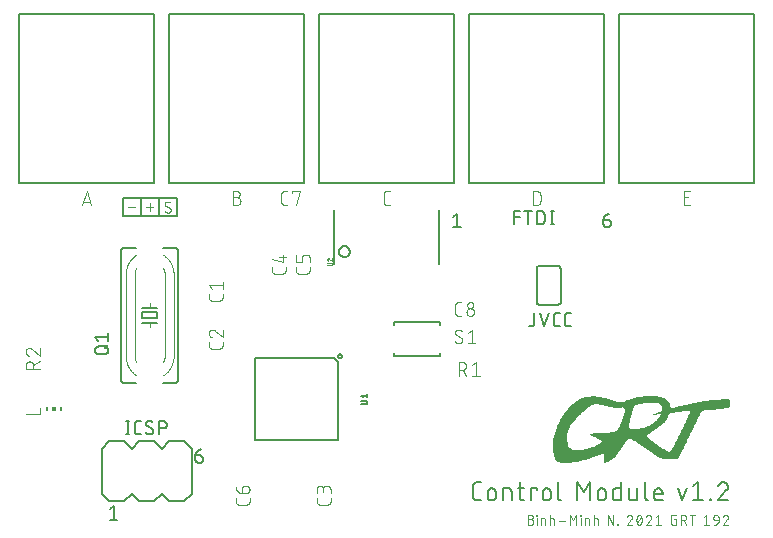
<source format=gbr>
G04 EAGLE Gerber RS-274X export*
G75*
%MOMM*%
%FSLAX34Y34*%
%LPD*%
%INSilkscreen Top*%
%IPPOS*%
%AMOC8*
5,1,8,0,0,1.08239X$1,22.5*%
G01*
%ADD10C,0.076200*%
%ADD11C,0.152400*%
%ADD12C,0.127000*%
%ADD13C,0.101600*%
%ADD14C,0.050800*%
%ADD15C,0.203200*%
%ADD16C,0.025400*%
%ADD17R,0.150000X0.300000*%
%ADD18R,0.300000X0.300000*%

G36*
X530110Y128717D02*
X530110Y128717D01*
X531548Y128809D01*
X532984Y128932D01*
X534417Y129083D01*
X535846Y129264D01*
X537272Y129473D01*
X538693Y129710D01*
X540110Y129974D01*
X541521Y130264D01*
X542927Y130580D01*
X544327Y130921D01*
X545721Y131286D01*
X547108Y131675D01*
X548489Y132086D01*
X549863Y132519D01*
X551231Y132972D01*
X552591Y133446D01*
X553882Y133915D01*
X555173Y134386D01*
X556461Y134861D01*
X557750Y135337D01*
X559037Y135814D01*
X560325Y136291D01*
X561614Y136767D01*
X562896Y137239D01*
X562777Y136043D01*
X562657Y134840D01*
X562540Y133636D01*
X562427Y132432D01*
X562322Y131227D01*
X562358Y129931D01*
X562359Y129930D01*
X562359Y129929D01*
X563212Y129096D01*
X563215Y129096D01*
X563216Y129095D01*
X564474Y129383D01*
X564474Y129384D01*
X564475Y129383D01*
X565795Y129948D01*
X567087Y130576D01*
X567087Y130577D01*
X567088Y130577D01*
X568339Y131282D01*
X569533Y132080D01*
X569534Y132080D01*
X570647Y132987D01*
X571723Y134010D01*
X572748Y135083D01*
X573726Y136199D01*
X574658Y137354D01*
X575547Y138542D01*
X576399Y139757D01*
X577216Y140996D01*
X577216Y140997D01*
X578004Y142254D01*
X578767Y143527D01*
X579511Y144811D01*
X580240Y146104D01*
X580959Y147401D01*
X581711Y148564D01*
X582784Y149412D01*
X584147Y149429D01*
X585439Y148933D01*
X586639Y148337D01*
X587823Y147710D01*
X588990Y147053D01*
X590138Y146362D01*
X591265Y145637D01*
X592499Y144805D01*
X593729Y143970D01*
X594958Y143131D01*
X596186Y142291D01*
X597412Y141448D01*
X598638Y140605D01*
X599864Y139762D01*
X601090Y138920D01*
X602317Y138080D01*
X603547Y137241D01*
X604778Y136407D01*
X606012Y135576D01*
X607250Y134750D01*
X608388Y134040D01*
X609571Y133407D01*
X609571Y133406D01*
X610798Y132862D01*
X610798Y132861D01*
X612064Y132418D01*
X613365Y132087D01*
X614690Y131879D01*
X614691Y131879D01*
X616030Y131798D01*
X617295Y131805D01*
X618560Y131818D01*
X619825Y131823D01*
X621091Y131808D01*
X622355Y131760D01*
X623665Y131889D01*
X623666Y131889D01*
X624804Y132536D01*
X624804Y132537D01*
X624805Y132537D01*
X625578Y133601D01*
X625578Y133602D01*
X626175Y134744D01*
X626781Y135882D01*
X627392Y137016D01*
X628004Y138149D01*
X628611Y139286D01*
X629210Y140427D01*
X629795Y141575D01*
X630450Y142910D01*
X631104Y144246D01*
X631758Y145581D01*
X632412Y146917D01*
X633065Y148252D01*
X633718Y149587D01*
X634371Y150923D01*
X635024Y152259D01*
X635676Y153595D01*
X636329Y154931D01*
X636981Y156267D01*
X637632Y157604D01*
X638284Y158940D01*
X638935Y160277D01*
X639586Y161613D01*
X640236Y162950D01*
X640886Y164288D01*
X641536Y165625D01*
X642185Y166962D01*
X642834Y168300D01*
X643483Y169638D01*
X644131Y170976D01*
X644523Y171603D01*
X644874Y172164D01*
X646013Y172963D01*
X647386Y173235D01*
X648864Y173336D01*
X650340Y173449D01*
X651816Y173572D01*
X653290Y173704D01*
X654765Y173844D01*
X656238Y173990D01*
X657711Y174142D01*
X659184Y174296D01*
X660656Y174453D01*
X662128Y174611D01*
X663601Y174769D01*
X665030Y174924D01*
X666454Y175126D01*
X667824Y175544D01*
X667825Y175546D01*
X667826Y175546D01*
X668732Y176614D01*
X668732Y176615D01*
X668732Y176616D01*
X668733Y176616D01*
X668961Y178031D01*
X668987Y179468D01*
X668971Y180906D01*
X668971Y180907D01*
X668801Y182012D01*
X668800Y182013D01*
X668800Y182015D01*
X668048Y182797D01*
X668047Y182797D01*
X668046Y182798D01*
X666936Y182903D01*
X666935Y182903D01*
X665453Y182787D01*
X663970Y182683D01*
X662487Y182587D01*
X661003Y182497D01*
X659519Y182406D01*
X658036Y182312D01*
X656553Y182210D01*
X655071Y182097D01*
X653589Y181968D01*
X652110Y181820D01*
X650633Y181648D01*
X649160Y181448D01*
X647692Y181217D01*
X646216Y180962D01*
X644742Y180695D01*
X643269Y180418D01*
X641799Y180132D01*
X640331Y179837D01*
X638863Y179534D01*
X637398Y179225D01*
X635933Y178910D01*
X634470Y178590D01*
X633007Y178265D01*
X631546Y177937D01*
X630085Y177607D01*
X628624Y177275D01*
X627164Y176942D01*
X625703Y176609D01*
X624242Y176278D01*
X622781Y175948D01*
X621319Y175620D01*
X619994Y175463D01*
X618868Y176081D01*
X618449Y177342D01*
X618133Y178729D01*
X618133Y178730D01*
X617645Y180065D01*
X617645Y180066D01*
X616925Y181291D01*
X616924Y181291D01*
X616925Y181292D01*
X615942Y182316D01*
X615941Y182316D01*
X615941Y182317D01*
X614729Y183056D01*
X614729Y183057D01*
X613576Y183571D01*
X612407Y184047D01*
X611215Y184459D01*
X611214Y184458D01*
X611214Y184459D01*
X609994Y184779D01*
X608747Y184973D01*
X608747Y184974D01*
X607317Y185095D01*
X605886Y185194D01*
X604452Y185270D01*
X603018Y185321D01*
X601583Y185345D01*
X600148Y185340D01*
X598713Y185303D01*
X597279Y185233D01*
X595848Y185127D01*
X594420Y184984D01*
X592997Y184802D01*
X592996Y184802D01*
X591579Y184579D01*
X590168Y184313D01*
X588767Y184003D01*
X587376Y183649D01*
X585998Y183248D01*
X584634Y182801D01*
X583287Y182307D01*
X583286Y182307D01*
X581957Y181766D01*
X580648Y181178D01*
X579298Y180632D01*
X577890Y180265D01*
X576444Y180110D01*
X574990Y180179D01*
X573562Y180456D01*
X572179Y180910D01*
X570927Y181386D01*
X569666Y181837D01*
X568396Y182265D01*
X567119Y182669D01*
X565835Y183049D01*
X564544Y183407D01*
X563247Y183741D01*
X561944Y184054D01*
X561944Y184053D01*
X561944Y184054D01*
X560527Y184359D01*
X559101Y184619D01*
X557667Y184829D01*
X557667Y184828D01*
X557667Y184829D01*
X556226Y184985D01*
X554780Y185085D01*
X553331Y185123D01*
X553330Y185123D01*
X551881Y185097D01*
X550435Y185002D01*
X548996Y184835D01*
X548995Y184835D01*
X547566Y184593D01*
X546152Y184274D01*
X544759Y183877D01*
X544758Y183876D01*
X543390Y183400D01*
X542051Y182845D01*
X540746Y182213D01*
X539480Y181507D01*
X538256Y180731D01*
X537077Y179889D01*
X537076Y179888D01*
X535943Y178984D01*
X534858Y178024D01*
X533821Y177012D01*
X533820Y177012D01*
X532830Y175953D01*
X531887Y174852D01*
X530987Y173732D01*
X530114Y172590D01*
X530114Y172589D01*
X529402Y171608D01*
X529402Y171607D01*
X529401Y171606D01*
X529402Y171605D01*
X529403Y171602D01*
X529404Y171603D01*
X529406Y171601D01*
X528455Y170242D01*
X528455Y170241D01*
X527670Y169037D01*
X526915Y167814D01*
X526191Y166572D01*
X525498Y165312D01*
X524838Y164035D01*
X524209Y162743D01*
X523613Y161435D01*
X523049Y160113D01*
X523049Y160112D01*
X522517Y158777D01*
X522018Y157428D01*
X521552Y156068D01*
X521119Y154698D01*
X521119Y154697D01*
X520717Y153317D01*
X520348Y151928D01*
X520007Y150532D01*
X520007Y150531D01*
X519707Y149125D01*
X519453Y147710D01*
X519251Y146287D01*
X519181Y145590D01*
X519107Y144857D01*
X519025Y143421D01*
X519013Y141984D01*
X519073Y140548D01*
X519212Y139117D01*
X519431Y137696D01*
X519733Y136291D01*
X520118Y134906D01*
X520606Y133530D01*
X520606Y133529D01*
X521230Y132210D01*
X522046Y131001D01*
X522047Y131001D01*
X522047Y131000D01*
X523098Y129992D01*
X523098Y129991D01*
X524365Y129272D01*
X524366Y129272D01*
X524366Y129271D01*
X525762Y128852D01*
X525763Y128853D01*
X525763Y128852D01*
X527210Y128671D01*
X527211Y128671D01*
X528670Y128655D01*
X528671Y128655D01*
X530110Y128717D01*
G37*
%LPC*%
G36*
X537746Y139849D02*
X537746Y139849D01*
X536374Y140070D01*
X535058Y140513D01*
X533880Y141246D01*
X532946Y142269D01*
X532287Y143491D01*
X531857Y144813D01*
X531704Y145590D01*
X531588Y146177D01*
X531406Y147652D01*
X531304Y149135D01*
X531289Y150621D01*
X531366Y152106D01*
X531541Y153581D01*
X531818Y155041D01*
X532202Y156477D01*
X532695Y157879D01*
X533297Y159238D01*
X534006Y160544D01*
X534818Y161788D01*
X535727Y162964D01*
X536675Y164079D01*
X537648Y165171D01*
X538644Y166243D01*
X539662Y167295D01*
X540698Y168329D01*
X541750Y169345D01*
X542816Y170347D01*
X544192Y171602D01*
X544985Y172313D01*
X546083Y173280D01*
X547188Y174239D01*
X548300Y175191D01*
X549477Y176107D01*
X550740Y176897D01*
X552084Y177543D01*
X553495Y178027D01*
X554953Y178338D01*
X556437Y178475D01*
X557927Y178444D01*
X559407Y178259D01*
X560863Y177935D01*
X562287Y177490D01*
X563689Y177025D01*
X563690Y177025D01*
X565111Y176620D01*
X565112Y176620D01*
X566549Y176276D01*
X568000Y175995D01*
X568001Y175995D01*
X569463Y175777D01*
X570933Y175622D01*
X572408Y175530D01*
X572409Y175530D01*
X573886Y175500D01*
X575365Y175530D01*
X576840Y175619D01*
X576841Y175619D01*
X578310Y175765D01*
X579565Y175465D01*
X579993Y174235D01*
X579990Y173028D01*
X579893Y171824D01*
X579855Y171606D01*
X579687Y170634D01*
X579354Y169267D01*
X578974Y167913D01*
X578546Y166573D01*
X578071Y165248D01*
X577550Y163942D01*
X576981Y162656D01*
X576367Y161391D01*
X575708Y160147D01*
X575006Y158929D01*
X574262Y157735D01*
X573478Y156567D01*
X572440Y155502D01*
X571088Y154888D01*
X569609Y154691D01*
X568192Y154638D01*
X566776Y154577D01*
X565359Y154509D01*
X563943Y154436D01*
X562527Y154357D01*
X561112Y154274D01*
X559696Y154188D01*
X558281Y154098D01*
X556866Y154006D01*
X555451Y153913D01*
X554036Y153819D01*
X552622Y153726D01*
X551207Y153632D01*
X549791Y153541D01*
X549787Y153537D01*
X549787Y152923D01*
X549789Y152921D01*
X549790Y152919D01*
X551133Y152330D01*
X552477Y151743D01*
X552478Y151743D01*
X553820Y151152D01*
X555157Y150549D01*
X556485Y149926D01*
X557801Y149278D01*
X558769Y148620D01*
X559629Y147822D01*
X560480Y147020D01*
X559635Y146140D01*
X558779Y145264D01*
X557801Y144532D01*
X556472Y143841D01*
X555120Y143196D01*
X553745Y142602D01*
X552348Y142060D01*
X550932Y141572D01*
X549498Y141141D01*
X548047Y140766D01*
X546583Y140450D01*
X545107Y140195D01*
X543621Y140000D01*
X542130Y139866D01*
X540633Y139793D01*
X539136Y139780D01*
X537746Y139849D01*
G37*
%LPD*%
%LPC*%
G36*
X615941Y138767D02*
X615941Y138767D01*
X614722Y139452D01*
X613541Y140201D01*
X612395Y140960D01*
X611256Y141732D01*
X610125Y142514D01*
X609000Y143304D01*
X607880Y144101D01*
X606763Y144904D01*
X605650Y145710D01*
X604538Y146519D01*
X603425Y147327D01*
X602312Y148135D01*
X601198Y148940D01*
X600474Y149554D01*
X599818Y150243D01*
X598956Y151349D01*
X599078Y152645D01*
X600163Y153533D01*
X601349Y154315D01*
X602540Y155087D01*
X603735Y155855D01*
X604930Y156622D01*
X606121Y157396D01*
X607306Y158179D01*
X608481Y158976D01*
X609645Y159820D01*
X610771Y160713D01*
X611851Y161660D01*
X612878Y162666D01*
X613840Y163733D01*
X614729Y164862D01*
X614729Y164863D01*
X615535Y166052D01*
X615535Y166053D01*
X616248Y167300D01*
X616863Y168599D01*
X617376Y169941D01*
X617812Y170603D01*
X618485Y171012D01*
X619957Y171240D01*
X621431Y171463D01*
X622363Y171601D01*
X622906Y171682D01*
X624381Y171897D01*
X625857Y172108D01*
X627333Y172316D01*
X628810Y172521D01*
X630287Y172723D01*
X631764Y172923D01*
X633241Y173120D01*
X634359Y172985D01*
X635459Y172738D01*
X635020Y171607D01*
X634960Y171453D01*
X634475Y170156D01*
X633989Y168860D01*
X633481Y167573D01*
X632931Y166303D01*
X632312Y165017D01*
X631694Y163730D01*
X630460Y161156D01*
X629842Y159869D01*
X629223Y158583D01*
X628604Y157296D01*
X627983Y156011D01*
X627361Y154726D01*
X626736Y153443D01*
X626110Y152160D01*
X625480Y150879D01*
X624848Y149599D01*
X624212Y148321D01*
X623572Y147045D01*
X622929Y145771D01*
X622281Y144499D01*
X621629Y143229D01*
X620971Y141962D01*
X620306Y140732D01*
X619561Y139550D01*
X618589Y138557D01*
X617252Y138298D01*
X615941Y138767D01*
G37*
%LPD*%
%LPC*%
G36*
X608129Y171513D02*
X608129Y171513D01*
X606782Y171018D01*
X605432Y170529D01*
X604080Y170045D01*
X602727Y169563D01*
X602725Y169559D01*
X602724Y169559D01*
X602763Y169329D01*
X602767Y169325D01*
X604097Y169471D01*
X605425Y169618D01*
X608083Y169912D01*
X609412Y170059D01*
X610733Y170206D01*
X610248Y169305D01*
X610248Y169304D01*
X609769Y168391D01*
X609204Y167530D01*
X608276Y166453D01*
X607299Y165420D01*
X606272Y164437D01*
X605196Y163507D01*
X604072Y162636D01*
X602903Y161827D01*
X601690Y161085D01*
X600438Y160410D01*
X599151Y159807D01*
X597833Y159274D01*
X596487Y158814D01*
X595120Y158424D01*
X593734Y158104D01*
X592336Y157851D01*
X590926Y157662D01*
X589510Y157534D01*
X588089Y157465D01*
X586668Y157451D01*
X585272Y157630D01*
X584061Y158322D01*
X583457Y159571D01*
X583528Y160973D01*
X583830Y162357D01*
X584146Y163738D01*
X584475Y165117D01*
X584817Y166491D01*
X585172Y167864D01*
X585537Y169233D01*
X585914Y170599D01*
X586199Y171604D01*
X586301Y171962D01*
X586697Y173323D01*
X587102Y174681D01*
X587514Y176036D01*
X588168Y176971D01*
X589101Y177644D01*
X590157Y178104D01*
X591545Y178483D01*
X592942Y178829D01*
X594348Y179137D01*
X595761Y179405D01*
X597183Y179626D01*
X598612Y179798D01*
X600046Y179915D01*
X601485Y179975D01*
X601942Y179974D01*
X602924Y179972D01*
X604361Y179904D01*
X605794Y179770D01*
X607218Y179566D01*
X608631Y179292D01*
X609991Y178825D01*
X611041Y177864D01*
X611464Y176497D01*
X611493Y175174D01*
X611237Y173877D01*
X610566Y172746D01*
X609473Y172017D01*
X608387Y171610D01*
X608129Y171513D01*
X608129Y171513D01*
G37*
%LPD*%
D10*
X174667Y345666D02*
X180933Y345666D01*
X177800Y342533D02*
X177800Y348798D01*
X165693Y345666D02*
X159427Y345666D01*
X193562Y340741D02*
X193651Y340743D01*
X193739Y340749D01*
X193827Y340758D01*
X193915Y340771D01*
X194002Y340788D01*
X194088Y340808D01*
X194173Y340833D01*
X194258Y340860D01*
X194341Y340892D01*
X194422Y340926D01*
X194502Y340965D01*
X194580Y341006D01*
X194657Y341051D01*
X194731Y341099D01*
X194804Y341150D01*
X194874Y341204D01*
X194941Y341262D01*
X195007Y341322D01*
X195069Y341384D01*
X195129Y341450D01*
X195187Y341517D01*
X195241Y341587D01*
X195292Y341660D01*
X195340Y341734D01*
X195385Y341811D01*
X195426Y341889D01*
X195465Y341969D01*
X195499Y342050D01*
X195531Y342133D01*
X195558Y342218D01*
X195583Y342303D01*
X195603Y342389D01*
X195620Y342476D01*
X195633Y342564D01*
X195642Y342652D01*
X195648Y342740D01*
X195650Y342829D01*
X193562Y340741D02*
X193433Y340743D01*
X193304Y340749D01*
X193175Y340758D01*
X193047Y340771D01*
X192919Y340788D01*
X192792Y340809D01*
X192665Y340833D01*
X192539Y340861D01*
X192414Y340893D01*
X192290Y340928D01*
X192167Y340967D01*
X192045Y341010D01*
X191925Y341056D01*
X191806Y341106D01*
X191688Y341159D01*
X191572Y341215D01*
X191458Y341275D01*
X191345Y341338D01*
X191235Y341405D01*
X191126Y341474D01*
X191020Y341547D01*
X190915Y341623D01*
X190813Y341702D01*
X190714Y341784D01*
X190616Y341868D01*
X190521Y341956D01*
X190429Y342046D01*
X190691Y348051D02*
X190693Y348140D01*
X190699Y348228D01*
X190708Y348316D01*
X190721Y348404D01*
X190738Y348491D01*
X190758Y348577D01*
X190783Y348662D01*
X190810Y348747D01*
X190842Y348830D01*
X190876Y348911D01*
X190915Y348991D01*
X190956Y349069D01*
X191001Y349146D01*
X191049Y349220D01*
X191100Y349293D01*
X191154Y349363D01*
X191212Y349430D01*
X191272Y349496D01*
X191334Y349558D01*
X191400Y349618D01*
X191467Y349676D01*
X191537Y349730D01*
X191610Y349781D01*
X191684Y349829D01*
X191761Y349874D01*
X191839Y349915D01*
X191919Y349954D01*
X192000Y349988D01*
X192083Y350020D01*
X192168Y350047D01*
X192253Y350072D01*
X192339Y350092D01*
X192426Y350109D01*
X192514Y350122D01*
X192602Y350131D01*
X192690Y350137D01*
X192779Y350139D01*
X192899Y350137D01*
X193019Y350132D01*
X193139Y350122D01*
X193258Y350110D01*
X193377Y350093D01*
X193495Y350073D01*
X193613Y350049D01*
X193729Y350022D01*
X193845Y349991D01*
X193960Y349957D01*
X194074Y349919D01*
X194187Y349877D01*
X194298Y349832D01*
X194408Y349784D01*
X194516Y349733D01*
X194623Y349678D01*
X194728Y349620D01*
X194831Y349558D01*
X194932Y349494D01*
X195032Y349426D01*
X195129Y349356D01*
X191735Y346224D02*
X191657Y346272D01*
X191581Y346324D01*
X191508Y346378D01*
X191437Y346436D01*
X191368Y346497D01*
X191302Y346561D01*
X191239Y346628D01*
X191179Y346697D01*
X191122Y346769D01*
X191068Y346843D01*
X191018Y346920D01*
X190970Y346999D01*
X190927Y347079D01*
X190886Y347162D01*
X190850Y347246D01*
X190817Y347331D01*
X190788Y347418D01*
X190762Y347507D01*
X190740Y347596D01*
X190723Y347686D01*
X190709Y347776D01*
X190699Y347868D01*
X190693Y347959D01*
X190691Y348051D01*
X194607Y344656D02*
X194685Y344608D01*
X194761Y344556D01*
X194834Y344502D01*
X194905Y344444D01*
X194974Y344383D01*
X195040Y344319D01*
X195103Y344252D01*
X195163Y344183D01*
X195220Y344111D01*
X195274Y344037D01*
X195324Y343960D01*
X195372Y343881D01*
X195415Y343801D01*
X195456Y343718D01*
X195492Y343634D01*
X195525Y343549D01*
X195554Y343462D01*
X195580Y343373D01*
X195602Y343284D01*
X195619Y343194D01*
X195633Y343104D01*
X195643Y343012D01*
X195649Y342921D01*
X195651Y342829D01*
X194606Y344657D02*
X191735Y346223D01*
D11*
X154940Y353060D02*
X154940Y337820D01*
X170180Y337820D01*
X185420Y337820D01*
X200660Y337820D01*
X200660Y353060D01*
X185420Y353060D01*
X170180Y353060D01*
X154940Y353060D01*
X170180Y353060D02*
X170180Y337820D01*
X185420Y337820D02*
X185420Y353060D01*
D12*
X455073Y97075D02*
X458516Y97075D01*
X455073Y97075D02*
X454958Y97077D01*
X454843Y97083D01*
X454728Y97092D01*
X454614Y97106D01*
X454500Y97123D01*
X454387Y97144D01*
X454275Y97169D01*
X454163Y97197D01*
X454053Y97230D01*
X453944Y97266D01*
X453836Y97305D01*
X453729Y97348D01*
X453624Y97395D01*
X453520Y97445D01*
X453418Y97499D01*
X453318Y97556D01*
X453220Y97616D01*
X453124Y97679D01*
X453031Y97746D01*
X452939Y97816D01*
X452850Y97889D01*
X452763Y97964D01*
X452679Y98043D01*
X452598Y98124D01*
X452519Y98208D01*
X452444Y98295D01*
X452371Y98384D01*
X452301Y98476D01*
X452234Y98569D01*
X452171Y98665D01*
X452111Y98763D01*
X452054Y98863D01*
X452000Y98965D01*
X451950Y99069D01*
X451903Y99174D01*
X451860Y99281D01*
X451821Y99389D01*
X451785Y99498D01*
X451752Y99608D01*
X451724Y99720D01*
X451699Y99832D01*
X451678Y99945D01*
X451661Y100059D01*
X451647Y100173D01*
X451638Y100288D01*
X451632Y100403D01*
X451630Y100518D01*
X451630Y109126D01*
X451632Y109241D01*
X451638Y109356D01*
X451647Y109471D01*
X451661Y109585D01*
X451678Y109699D01*
X451699Y109812D01*
X451724Y109924D01*
X451752Y110036D01*
X451785Y110146D01*
X451821Y110255D01*
X451860Y110363D01*
X451903Y110470D01*
X451950Y110575D01*
X452000Y110679D01*
X452054Y110781D01*
X452111Y110881D01*
X452171Y110979D01*
X452234Y111075D01*
X452301Y111168D01*
X452371Y111260D01*
X452444Y111349D01*
X452519Y111436D01*
X452598Y111520D01*
X452679Y111601D01*
X452763Y111679D01*
X452850Y111755D01*
X452939Y111828D01*
X453031Y111898D01*
X453124Y111965D01*
X453220Y112028D01*
X453318Y112088D01*
X453418Y112145D01*
X453520Y112199D01*
X453624Y112249D01*
X453729Y112296D01*
X453836Y112339D01*
X453944Y112378D01*
X454053Y112414D01*
X454163Y112447D01*
X454275Y112475D01*
X454387Y112500D01*
X454500Y112521D01*
X454614Y112538D01*
X454728Y112552D01*
X454843Y112561D01*
X454958Y112567D01*
X455073Y112569D01*
X458516Y112569D01*
X463925Y103961D02*
X463925Y100518D01*
X463926Y103961D02*
X463928Y104077D01*
X463934Y104193D01*
X463944Y104309D01*
X463957Y104425D01*
X463975Y104540D01*
X463996Y104654D01*
X464022Y104768D01*
X464051Y104880D01*
X464084Y104992D01*
X464121Y105102D01*
X464161Y105211D01*
X464205Y105319D01*
X464253Y105425D01*
X464304Y105529D01*
X464359Y105632D01*
X464417Y105733D01*
X464478Y105831D01*
X464543Y105928D01*
X464611Y106022D01*
X464682Y106114D01*
X464757Y106204D01*
X464834Y106291D01*
X464914Y106375D01*
X464997Y106456D01*
X465083Y106535D01*
X465171Y106611D01*
X465262Y106684D01*
X465355Y106753D01*
X465450Y106820D01*
X465548Y106883D01*
X465648Y106943D01*
X465749Y106999D01*
X465853Y107052D01*
X465958Y107102D01*
X466065Y107147D01*
X466173Y107190D01*
X466283Y107228D01*
X466394Y107263D01*
X466506Y107294D01*
X466619Y107321D01*
X466733Y107345D01*
X466848Y107364D01*
X466963Y107380D01*
X467079Y107392D01*
X467195Y107400D01*
X467311Y107404D01*
X467427Y107404D01*
X467543Y107400D01*
X467659Y107392D01*
X467775Y107380D01*
X467890Y107364D01*
X468005Y107345D01*
X468119Y107321D01*
X468232Y107294D01*
X468344Y107263D01*
X468455Y107228D01*
X468565Y107190D01*
X468673Y107147D01*
X468780Y107102D01*
X468885Y107052D01*
X468989Y106999D01*
X469091Y106943D01*
X469190Y106883D01*
X469288Y106820D01*
X469383Y106753D01*
X469476Y106684D01*
X469567Y106611D01*
X469655Y106535D01*
X469741Y106456D01*
X469824Y106375D01*
X469904Y106291D01*
X469981Y106204D01*
X470056Y106114D01*
X470127Y106022D01*
X470195Y105928D01*
X470260Y105831D01*
X470321Y105733D01*
X470379Y105632D01*
X470434Y105529D01*
X470485Y105425D01*
X470533Y105319D01*
X470577Y105211D01*
X470617Y105102D01*
X470654Y104992D01*
X470687Y104880D01*
X470716Y104768D01*
X470742Y104654D01*
X470763Y104540D01*
X470781Y104425D01*
X470794Y104309D01*
X470804Y104193D01*
X470810Y104077D01*
X470812Y103961D01*
X470812Y100518D01*
X470810Y100402D01*
X470804Y100286D01*
X470794Y100170D01*
X470781Y100054D01*
X470763Y99939D01*
X470742Y99825D01*
X470716Y99711D01*
X470687Y99599D01*
X470654Y99487D01*
X470617Y99377D01*
X470577Y99268D01*
X470533Y99160D01*
X470485Y99054D01*
X470434Y98950D01*
X470379Y98847D01*
X470321Y98746D01*
X470260Y98648D01*
X470195Y98551D01*
X470127Y98457D01*
X470056Y98365D01*
X469981Y98275D01*
X469904Y98188D01*
X469824Y98104D01*
X469741Y98023D01*
X469655Y97944D01*
X469567Y97868D01*
X469476Y97795D01*
X469383Y97726D01*
X469288Y97659D01*
X469190Y97596D01*
X469091Y97536D01*
X468989Y97480D01*
X468885Y97427D01*
X468780Y97377D01*
X468673Y97332D01*
X468565Y97289D01*
X468455Y97251D01*
X468344Y97216D01*
X468232Y97185D01*
X468119Y97158D01*
X468005Y97134D01*
X467890Y97115D01*
X467775Y97099D01*
X467659Y97087D01*
X467543Y97079D01*
X467427Y97075D01*
X467311Y97075D01*
X467195Y97079D01*
X467079Y97087D01*
X466963Y97099D01*
X466848Y97115D01*
X466733Y97134D01*
X466619Y97158D01*
X466506Y97185D01*
X466394Y97216D01*
X466283Y97251D01*
X466173Y97289D01*
X466065Y97332D01*
X465958Y97377D01*
X465853Y97427D01*
X465749Y97480D01*
X465648Y97536D01*
X465548Y97596D01*
X465450Y97659D01*
X465355Y97726D01*
X465262Y97795D01*
X465171Y97868D01*
X465083Y97944D01*
X464997Y98023D01*
X464914Y98104D01*
X464834Y98188D01*
X464757Y98275D01*
X464682Y98365D01*
X464611Y98457D01*
X464543Y98551D01*
X464478Y98648D01*
X464417Y98746D01*
X464359Y98847D01*
X464304Y98950D01*
X464253Y99054D01*
X464205Y99160D01*
X464161Y99268D01*
X464121Y99377D01*
X464084Y99487D01*
X464051Y99599D01*
X464022Y99711D01*
X463996Y99825D01*
X463975Y99939D01*
X463957Y100054D01*
X463944Y100170D01*
X463934Y100286D01*
X463928Y100402D01*
X463926Y100518D01*
X477305Y97075D02*
X477305Y107404D01*
X481609Y107404D01*
X481710Y107402D01*
X481812Y107396D01*
X481912Y107386D01*
X482013Y107372D01*
X482113Y107354D01*
X482212Y107333D01*
X482310Y107307D01*
X482407Y107278D01*
X482503Y107244D01*
X482597Y107207D01*
X482690Y107167D01*
X482781Y107123D01*
X482871Y107075D01*
X482958Y107024D01*
X483043Y106969D01*
X483127Y106911D01*
X483207Y106850D01*
X483286Y106785D01*
X483362Y106718D01*
X483435Y106648D01*
X483505Y106575D01*
X483572Y106499D01*
X483637Y106421D01*
X483698Y106340D01*
X483756Y106256D01*
X483811Y106171D01*
X483862Y106084D01*
X483910Y105994D01*
X483954Y105903D01*
X483994Y105810D01*
X484031Y105716D01*
X484065Y105620D01*
X484094Y105523D01*
X484120Y105425D01*
X484141Y105326D01*
X484159Y105226D01*
X484173Y105126D01*
X484183Y105025D01*
X484189Y104923D01*
X484191Y104822D01*
X484191Y97075D01*
X489454Y107404D02*
X494619Y107404D01*
X491176Y112569D02*
X491176Y99657D01*
X491178Y99558D01*
X491184Y99459D01*
X491193Y99361D01*
X491206Y99263D01*
X491223Y99165D01*
X491244Y99069D01*
X491268Y98973D01*
X491296Y98878D01*
X491328Y98784D01*
X491363Y98692D01*
X491402Y98601D01*
X491444Y98511D01*
X491490Y98424D01*
X491539Y98338D01*
X491591Y98253D01*
X491646Y98172D01*
X491705Y98092D01*
X491766Y98014D01*
X491830Y97939D01*
X491898Y97867D01*
X491968Y97797D01*
X492040Y97729D01*
X492115Y97665D01*
X492193Y97604D01*
X492273Y97545D01*
X492355Y97490D01*
X492439Y97438D01*
X492525Y97389D01*
X492612Y97343D01*
X492702Y97301D01*
X492793Y97262D01*
X492885Y97227D01*
X492979Y97195D01*
X493074Y97167D01*
X493170Y97143D01*
X493266Y97122D01*
X493364Y97105D01*
X493462Y97092D01*
X493560Y97083D01*
X493659Y97077D01*
X493758Y97075D01*
X494619Y97075D01*
X500673Y97075D02*
X500673Y107404D01*
X505837Y107404D01*
X505837Y105683D01*
X510505Y103961D02*
X510505Y100518D01*
X510505Y103961D02*
X510507Y104077D01*
X510513Y104193D01*
X510523Y104309D01*
X510536Y104425D01*
X510554Y104540D01*
X510575Y104654D01*
X510601Y104768D01*
X510630Y104880D01*
X510663Y104992D01*
X510700Y105102D01*
X510740Y105211D01*
X510784Y105319D01*
X510832Y105425D01*
X510883Y105529D01*
X510938Y105632D01*
X510996Y105733D01*
X511057Y105831D01*
X511122Y105928D01*
X511190Y106022D01*
X511261Y106114D01*
X511336Y106204D01*
X511413Y106291D01*
X511493Y106375D01*
X511576Y106456D01*
X511662Y106535D01*
X511750Y106611D01*
X511841Y106684D01*
X511934Y106753D01*
X512029Y106820D01*
X512127Y106883D01*
X512227Y106943D01*
X512328Y106999D01*
X512432Y107052D01*
X512537Y107102D01*
X512644Y107147D01*
X512752Y107190D01*
X512862Y107228D01*
X512973Y107263D01*
X513085Y107294D01*
X513198Y107321D01*
X513312Y107345D01*
X513427Y107364D01*
X513542Y107380D01*
X513658Y107392D01*
X513774Y107400D01*
X513890Y107404D01*
X514006Y107404D01*
X514122Y107400D01*
X514238Y107392D01*
X514354Y107380D01*
X514469Y107364D01*
X514584Y107345D01*
X514698Y107321D01*
X514811Y107294D01*
X514923Y107263D01*
X515034Y107228D01*
X515144Y107190D01*
X515252Y107147D01*
X515359Y107102D01*
X515464Y107052D01*
X515568Y106999D01*
X515670Y106943D01*
X515769Y106883D01*
X515867Y106820D01*
X515962Y106753D01*
X516055Y106684D01*
X516146Y106611D01*
X516234Y106535D01*
X516320Y106456D01*
X516403Y106375D01*
X516483Y106291D01*
X516560Y106204D01*
X516635Y106114D01*
X516706Y106022D01*
X516774Y105928D01*
X516839Y105831D01*
X516900Y105733D01*
X516958Y105632D01*
X517013Y105529D01*
X517064Y105425D01*
X517112Y105319D01*
X517156Y105211D01*
X517196Y105102D01*
X517233Y104992D01*
X517266Y104880D01*
X517295Y104768D01*
X517321Y104654D01*
X517342Y104540D01*
X517360Y104425D01*
X517373Y104309D01*
X517383Y104193D01*
X517389Y104077D01*
X517391Y103961D01*
X517391Y100518D01*
X517389Y100402D01*
X517383Y100286D01*
X517373Y100170D01*
X517360Y100054D01*
X517342Y99939D01*
X517321Y99825D01*
X517295Y99711D01*
X517266Y99599D01*
X517233Y99487D01*
X517196Y99377D01*
X517156Y99268D01*
X517112Y99160D01*
X517064Y99054D01*
X517013Y98950D01*
X516958Y98847D01*
X516900Y98746D01*
X516839Y98648D01*
X516774Y98551D01*
X516706Y98457D01*
X516635Y98365D01*
X516560Y98275D01*
X516483Y98188D01*
X516403Y98104D01*
X516320Y98023D01*
X516234Y97944D01*
X516146Y97868D01*
X516055Y97795D01*
X515962Y97726D01*
X515867Y97659D01*
X515769Y97596D01*
X515670Y97536D01*
X515568Y97480D01*
X515464Y97427D01*
X515359Y97377D01*
X515252Y97332D01*
X515144Y97289D01*
X515034Y97251D01*
X514923Y97216D01*
X514811Y97185D01*
X514698Y97158D01*
X514584Y97134D01*
X514469Y97115D01*
X514354Y97099D01*
X514238Y97087D01*
X514122Y97079D01*
X514006Y97075D01*
X513890Y97075D01*
X513774Y97079D01*
X513658Y97087D01*
X513542Y97099D01*
X513427Y97115D01*
X513312Y97134D01*
X513198Y97158D01*
X513085Y97185D01*
X512973Y97216D01*
X512862Y97251D01*
X512752Y97289D01*
X512644Y97332D01*
X512537Y97377D01*
X512432Y97427D01*
X512328Y97480D01*
X512227Y97536D01*
X512127Y97596D01*
X512029Y97659D01*
X511934Y97726D01*
X511841Y97795D01*
X511750Y97868D01*
X511662Y97944D01*
X511576Y98023D01*
X511493Y98104D01*
X511413Y98188D01*
X511336Y98275D01*
X511261Y98365D01*
X511190Y98457D01*
X511122Y98551D01*
X511057Y98648D01*
X510996Y98746D01*
X510938Y98847D01*
X510883Y98950D01*
X510832Y99054D01*
X510784Y99160D01*
X510740Y99268D01*
X510700Y99377D01*
X510663Y99487D01*
X510630Y99599D01*
X510601Y99711D01*
X510575Y99825D01*
X510554Y99939D01*
X510536Y100054D01*
X510523Y100170D01*
X510513Y100286D01*
X510507Y100402D01*
X510505Y100518D01*
X523617Y99657D02*
X523617Y112569D01*
X523618Y99657D02*
X523620Y99558D01*
X523626Y99459D01*
X523635Y99361D01*
X523648Y99263D01*
X523665Y99165D01*
X523686Y99069D01*
X523710Y98973D01*
X523738Y98878D01*
X523770Y98784D01*
X523805Y98692D01*
X523844Y98601D01*
X523886Y98511D01*
X523932Y98424D01*
X523981Y98338D01*
X524033Y98254D01*
X524088Y98172D01*
X524147Y98092D01*
X524208Y98014D01*
X524272Y97939D01*
X524340Y97867D01*
X524410Y97797D01*
X524482Y97729D01*
X524557Y97665D01*
X524635Y97604D01*
X524715Y97545D01*
X524797Y97490D01*
X524881Y97438D01*
X524967Y97389D01*
X525054Y97343D01*
X525144Y97301D01*
X525235Y97262D01*
X525327Y97227D01*
X525421Y97195D01*
X525516Y97167D01*
X525612Y97143D01*
X525708Y97122D01*
X525806Y97105D01*
X525904Y97092D01*
X526002Y97083D01*
X526101Y97077D01*
X526200Y97075D01*
X540001Y97075D02*
X540001Y112569D01*
X545166Y103961D01*
X550331Y112569D01*
X550331Y97075D01*
X557084Y100518D02*
X557084Y103961D01*
X557086Y104077D01*
X557092Y104193D01*
X557102Y104309D01*
X557115Y104425D01*
X557133Y104540D01*
X557154Y104654D01*
X557180Y104768D01*
X557209Y104880D01*
X557242Y104992D01*
X557279Y105102D01*
X557319Y105211D01*
X557363Y105319D01*
X557411Y105425D01*
X557462Y105529D01*
X557517Y105632D01*
X557575Y105733D01*
X557636Y105831D01*
X557701Y105928D01*
X557769Y106022D01*
X557840Y106114D01*
X557915Y106204D01*
X557992Y106291D01*
X558072Y106375D01*
X558155Y106456D01*
X558241Y106535D01*
X558329Y106611D01*
X558420Y106684D01*
X558513Y106753D01*
X558608Y106820D01*
X558706Y106883D01*
X558806Y106943D01*
X558907Y106999D01*
X559011Y107052D01*
X559116Y107102D01*
X559223Y107147D01*
X559331Y107190D01*
X559441Y107228D01*
X559552Y107263D01*
X559664Y107294D01*
X559777Y107321D01*
X559891Y107345D01*
X560006Y107364D01*
X560121Y107380D01*
X560237Y107392D01*
X560353Y107400D01*
X560469Y107404D01*
X560585Y107404D01*
X560701Y107400D01*
X560817Y107392D01*
X560933Y107380D01*
X561048Y107364D01*
X561163Y107345D01*
X561277Y107321D01*
X561390Y107294D01*
X561502Y107263D01*
X561613Y107228D01*
X561723Y107190D01*
X561831Y107147D01*
X561938Y107102D01*
X562043Y107052D01*
X562147Y106999D01*
X562249Y106943D01*
X562348Y106883D01*
X562446Y106820D01*
X562541Y106753D01*
X562634Y106684D01*
X562725Y106611D01*
X562813Y106535D01*
X562899Y106456D01*
X562982Y106375D01*
X563062Y106291D01*
X563139Y106204D01*
X563214Y106114D01*
X563285Y106022D01*
X563353Y105928D01*
X563418Y105831D01*
X563479Y105733D01*
X563537Y105632D01*
X563592Y105529D01*
X563643Y105425D01*
X563691Y105319D01*
X563735Y105211D01*
X563775Y105102D01*
X563812Y104992D01*
X563845Y104880D01*
X563874Y104768D01*
X563900Y104654D01*
X563921Y104540D01*
X563939Y104425D01*
X563952Y104309D01*
X563962Y104193D01*
X563968Y104077D01*
X563970Y103961D01*
X563970Y100518D01*
X563968Y100402D01*
X563962Y100286D01*
X563952Y100170D01*
X563939Y100054D01*
X563921Y99939D01*
X563900Y99825D01*
X563874Y99711D01*
X563845Y99599D01*
X563812Y99487D01*
X563775Y99377D01*
X563735Y99268D01*
X563691Y99160D01*
X563643Y99054D01*
X563592Y98950D01*
X563537Y98847D01*
X563479Y98746D01*
X563418Y98648D01*
X563353Y98551D01*
X563285Y98457D01*
X563214Y98365D01*
X563139Y98275D01*
X563062Y98188D01*
X562982Y98104D01*
X562899Y98023D01*
X562813Y97944D01*
X562725Y97868D01*
X562634Y97795D01*
X562541Y97726D01*
X562446Y97659D01*
X562348Y97596D01*
X562249Y97536D01*
X562147Y97480D01*
X562043Y97427D01*
X561938Y97377D01*
X561831Y97332D01*
X561723Y97289D01*
X561613Y97251D01*
X561502Y97216D01*
X561390Y97185D01*
X561277Y97158D01*
X561163Y97134D01*
X561048Y97115D01*
X560933Y97099D01*
X560817Y97087D01*
X560701Y97079D01*
X560585Y97075D01*
X560469Y97075D01*
X560353Y97079D01*
X560237Y97087D01*
X560121Y97099D01*
X560006Y97115D01*
X559891Y97134D01*
X559777Y97158D01*
X559664Y97185D01*
X559552Y97216D01*
X559441Y97251D01*
X559331Y97289D01*
X559223Y97332D01*
X559116Y97377D01*
X559011Y97427D01*
X558907Y97480D01*
X558806Y97536D01*
X558706Y97596D01*
X558608Y97659D01*
X558513Y97726D01*
X558420Y97795D01*
X558329Y97868D01*
X558241Y97944D01*
X558155Y98023D01*
X558072Y98104D01*
X557992Y98188D01*
X557915Y98275D01*
X557840Y98365D01*
X557769Y98457D01*
X557701Y98551D01*
X557636Y98648D01*
X557575Y98746D01*
X557517Y98847D01*
X557462Y98950D01*
X557411Y99054D01*
X557363Y99160D01*
X557319Y99268D01*
X557279Y99377D01*
X557242Y99487D01*
X557209Y99599D01*
X557180Y99711D01*
X557154Y99825D01*
X557133Y99939D01*
X557115Y100054D01*
X557102Y100170D01*
X557092Y100286D01*
X557086Y100402D01*
X557084Y100518D01*
X576786Y97075D02*
X576786Y112569D01*
X576786Y97075D02*
X572482Y97075D01*
X572383Y97077D01*
X572284Y97083D01*
X572186Y97092D01*
X572088Y97105D01*
X571990Y97122D01*
X571894Y97143D01*
X571798Y97167D01*
X571703Y97195D01*
X571609Y97227D01*
X571517Y97262D01*
X571426Y97301D01*
X571336Y97343D01*
X571249Y97389D01*
X571163Y97438D01*
X571079Y97490D01*
X570997Y97545D01*
X570917Y97604D01*
X570839Y97665D01*
X570764Y97729D01*
X570692Y97797D01*
X570622Y97867D01*
X570554Y97939D01*
X570490Y98014D01*
X570429Y98092D01*
X570370Y98172D01*
X570315Y98254D01*
X570263Y98338D01*
X570214Y98424D01*
X570168Y98511D01*
X570126Y98601D01*
X570087Y98692D01*
X570052Y98784D01*
X570020Y98878D01*
X569992Y98973D01*
X569968Y99069D01*
X569947Y99165D01*
X569930Y99263D01*
X569917Y99361D01*
X569908Y99459D01*
X569902Y99558D01*
X569900Y99657D01*
X569900Y104822D01*
X569902Y104921D01*
X569908Y105020D01*
X569917Y105118D01*
X569930Y105216D01*
X569947Y105314D01*
X569968Y105410D01*
X569992Y105506D01*
X570020Y105601D01*
X570052Y105695D01*
X570087Y105787D01*
X570126Y105878D01*
X570168Y105968D01*
X570214Y106055D01*
X570263Y106141D01*
X570315Y106225D01*
X570370Y106307D01*
X570429Y106387D01*
X570490Y106465D01*
X570554Y106540D01*
X570622Y106612D01*
X570692Y106682D01*
X570764Y106750D01*
X570839Y106814D01*
X570917Y106875D01*
X570997Y106934D01*
X571079Y106989D01*
X571163Y107041D01*
X571249Y107090D01*
X571336Y107136D01*
X571426Y107178D01*
X571517Y107217D01*
X571609Y107252D01*
X571703Y107284D01*
X571798Y107312D01*
X571894Y107336D01*
X571990Y107357D01*
X572088Y107374D01*
X572186Y107387D01*
X572284Y107396D01*
X572383Y107402D01*
X572482Y107404D01*
X576786Y107404D01*
X583843Y107404D02*
X583843Y99657D01*
X583845Y99558D01*
X583851Y99459D01*
X583860Y99361D01*
X583873Y99263D01*
X583890Y99165D01*
X583911Y99069D01*
X583935Y98973D01*
X583963Y98878D01*
X583995Y98784D01*
X584030Y98692D01*
X584069Y98601D01*
X584111Y98511D01*
X584157Y98424D01*
X584206Y98338D01*
X584258Y98254D01*
X584313Y98172D01*
X584372Y98092D01*
X584433Y98014D01*
X584497Y97939D01*
X584565Y97867D01*
X584635Y97797D01*
X584707Y97729D01*
X584782Y97665D01*
X584860Y97604D01*
X584940Y97545D01*
X585022Y97490D01*
X585106Y97438D01*
X585192Y97389D01*
X585279Y97343D01*
X585369Y97301D01*
X585460Y97262D01*
X585552Y97227D01*
X585646Y97195D01*
X585741Y97167D01*
X585837Y97143D01*
X585933Y97122D01*
X586031Y97105D01*
X586129Y97092D01*
X586227Y97083D01*
X586326Y97077D01*
X586425Y97075D01*
X590729Y97075D01*
X590729Y107404D01*
X597451Y112569D02*
X597451Y99657D01*
X597453Y99558D01*
X597459Y99459D01*
X597468Y99361D01*
X597481Y99263D01*
X597498Y99165D01*
X597519Y99069D01*
X597543Y98973D01*
X597571Y98878D01*
X597603Y98784D01*
X597638Y98692D01*
X597677Y98601D01*
X597719Y98511D01*
X597765Y98424D01*
X597814Y98338D01*
X597866Y98254D01*
X597921Y98172D01*
X597980Y98092D01*
X598041Y98014D01*
X598105Y97939D01*
X598173Y97867D01*
X598243Y97797D01*
X598315Y97729D01*
X598390Y97665D01*
X598468Y97604D01*
X598548Y97545D01*
X598630Y97490D01*
X598714Y97438D01*
X598800Y97389D01*
X598887Y97343D01*
X598977Y97301D01*
X599068Y97262D01*
X599160Y97227D01*
X599254Y97195D01*
X599349Y97167D01*
X599445Y97143D01*
X599541Y97122D01*
X599639Y97105D01*
X599737Y97092D01*
X599835Y97083D01*
X599934Y97077D01*
X600033Y97075D01*
X607733Y97075D02*
X612036Y97075D01*
X607733Y97075D02*
X607634Y97077D01*
X607535Y97083D01*
X607437Y97092D01*
X607339Y97105D01*
X607241Y97122D01*
X607145Y97143D01*
X607049Y97167D01*
X606954Y97195D01*
X606860Y97227D01*
X606768Y97262D01*
X606677Y97301D01*
X606587Y97343D01*
X606500Y97389D01*
X606414Y97438D01*
X606330Y97490D01*
X606248Y97545D01*
X606168Y97604D01*
X606090Y97665D01*
X606015Y97729D01*
X605943Y97797D01*
X605873Y97867D01*
X605805Y97939D01*
X605741Y98014D01*
X605680Y98092D01*
X605621Y98172D01*
X605566Y98254D01*
X605514Y98338D01*
X605465Y98424D01*
X605419Y98511D01*
X605377Y98601D01*
X605338Y98692D01*
X605303Y98784D01*
X605271Y98878D01*
X605243Y98973D01*
X605219Y99069D01*
X605198Y99165D01*
X605181Y99263D01*
X605168Y99361D01*
X605159Y99459D01*
X605153Y99558D01*
X605151Y99657D01*
X605150Y99657D02*
X605150Y103961D01*
X605152Y104077D01*
X605158Y104193D01*
X605168Y104309D01*
X605181Y104425D01*
X605199Y104540D01*
X605220Y104654D01*
X605246Y104768D01*
X605275Y104880D01*
X605308Y104992D01*
X605345Y105102D01*
X605385Y105211D01*
X605429Y105319D01*
X605477Y105425D01*
X605528Y105529D01*
X605583Y105632D01*
X605641Y105733D01*
X605702Y105831D01*
X605767Y105928D01*
X605835Y106022D01*
X605906Y106114D01*
X605981Y106204D01*
X606058Y106291D01*
X606138Y106375D01*
X606221Y106456D01*
X606307Y106535D01*
X606395Y106611D01*
X606486Y106684D01*
X606579Y106753D01*
X606674Y106820D01*
X606772Y106883D01*
X606872Y106943D01*
X606973Y106999D01*
X607077Y107052D01*
X607182Y107102D01*
X607289Y107147D01*
X607397Y107190D01*
X607507Y107228D01*
X607618Y107263D01*
X607730Y107294D01*
X607843Y107321D01*
X607957Y107345D01*
X608072Y107364D01*
X608187Y107380D01*
X608303Y107392D01*
X608419Y107400D01*
X608535Y107404D01*
X608651Y107404D01*
X608767Y107400D01*
X608883Y107392D01*
X608999Y107380D01*
X609114Y107364D01*
X609229Y107345D01*
X609343Y107321D01*
X609456Y107294D01*
X609568Y107263D01*
X609679Y107228D01*
X609789Y107190D01*
X609897Y107147D01*
X610004Y107102D01*
X610109Y107052D01*
X610213Y106999D01*
X610315Y106943D01*
X610414Y106883D01*
X610512Y106820D01*
X610607Y106753D01*
X610700Y106684D01*
X610791Y106611D01*
X610879Y106535D01*
X610965Y106456D01*
X611048Y106375D01*
X611128Y106291D01*
X611205Y106204D01*
X611280Y106114D01*
X611351Y106022D01*
X611419Y105928D01*
X611484Y105831D01*
X611545Y105733D01*
X611603Y105632D01*
X611658Y105529D01*
X611709Y105425D01*
X611757Y105319D01*
X611801Y105211D01*
X611841Y105102D01*
X611878Y104992D01*
X611911Y104880D01*
X611940Y104768D01*
X611966Y104654D01*
X611987Y104540D01*
X612005Y104425D01*
X612018Y104309D01*
X612028Y104193D01*
X612034Y104077D01*
X612036Y103961D01*
X612036Y102240D01*
X605150Y102240D01*
X625467Y107404D02*
X628910Y97075D01*
X632353Y107404D01*
X637985Y109126D02*
X642289Y112569D01*
X642289Y97075D01*
X637985Y97075D02*
X646593Y97075D01*
X652265Y97075D02*
X652265Y97936D01*
X653126Y97936D01*
X653126Y97075D01*
X652265Y97075D01*
X667406Y108696D02*
X667404Y108818D01*
X667398Y108939D01*
X667389Y109061D01*
X667375Y109182D01*
X667358Y109302D01*
X667337Y109422D01*
X667313Y109541D01*
X667284Y109659D01*
X667252Y109777D01*
X667216Y109893D01*
X667177Y110008D01*
X667134Y110122D01*
X667087Y110235D01*
X667037Y110345D01*
X666984Y110455D01*
X666927Y110562D01*
X666867Y110668D01*
X666803Y110772D01*
X666736Y110874D01*
X666666Y110973D01*
X666593Y111070D01*
X666517Y111165D01*
X666438Y111258D01*
X666356Y111348D01*
X666271Y111435D01*
X666184Y111520D01*
X666094Y111602D01*
X666001Y111681D01*
X665906Y111757D01*
X665809Y111830D01*
X665710Y111900D01*
X665608Y111967D01*
X665504Y112031D01*
X665398Y112091D01*
X665291Y112148D01*
X665181Y112201D01*
X665071Y112251D01*
X664958Y112298D01*
X664844Y112341D01*
X664729Y112380D01*
X664613Y112416D01*
X664495Y112448D01*
X664377Y112477D01*
X664258Y112501D01*
X664138Y112522D01*
X664018Y112539D01*
X663897Y112553D01*
X663775Y112562D01*
X663654Y112568D01*
X663532Y112570D01*
X663532Y112569D02*
X663393Y112567D01*
X663254Y112561D01*
X663115Y112552D01*
X662977Y112538D01*
X662839Y112520D01*
X662702Y112499D01*
X662565Y112474D01*
X662429Y112445D01*
X662294Y112412D01*
X662159Y112376D01*
X662026Y112336D01*
X661894Y112292D01*
X661764Y112244D01*
X661634Y112193D01*
X661507Y112138D01*
X661380Y112080D01*
X661256Y112018D01*
X661133Y111953D01*
X661012Y111884D01*
X660893Y111812D01*
X660776Y111736D01*
X660662Y111658D01*
X660549Y111576D01*
X660439Y111491D01*
X660331Y111403D01*
X660226Y111312D01*
X660124Y111218D01*
X660024Y111122D01*
X659926Y111022D01*
X659832Y110920D01*
X659740Y110816D01*
X659652Y110708D01*
X659566Y110599D01*
X659484Y110487D01*
X659405Y110372D01*
X659329Y110256D01*
X659256Y110138D01*
X659186Y110017D01*
X659120Y109895D01*
X659058Y109770D01*
X658999Y109645D01*
X658943Y109517D01*
X658891Y109388D01*
X658843Y109258D01*
X658798Y109126D01*
X666114Y105683D02*
X666203Y105770D01*
X666289Y105860D01*
X666373Y105953D01*
X666454Y106048D01*
X666532Y106145D01*
X666607Y106245D01*
X666679Y106347D01*
X666748Y106451D01*
X666813Y106557D01*
X666876Y106665D01*
X666935Y106775D01*
X666991Y106887D01*
X667044Y107000D01*
X667093Y107114D01*
X667138Y107231D01*
X667181Y107348D01*
X667219Y107467D01*
X667254Y107586D01*
X667286Y107707D01*
X667314Y107829D01*
X667338Y107951D01*
X667358Y108074D01*
X667375Y108198D01*
X667388Y108322D01*
X667398Y108447D01*
X667403Y108571D01*
X667405Y108696D01*
X666114Y105683D02*
X658797Y97075D01*
X667405Y97075D01*
D10*
X500255Y81078D02*
X497966Y81078D01*
X500255Y81077D02*
X500350Y81075D01*
X500444Y81069D01*
X500538Y81059D01*
X500632Y81046D01*
X500725Y81028D01*
X500817Y81007D01*
X500908Y80982D01*
X500998Y80953D01*
X501087Y80920D01*
X501174Y80884D01*
X501260Y80845D01*
X501344Y80801D01*
X501426Y80755D01*
X501506Y80704D01*
X501585Y80651D01*
X501660Y80595D01*
X501734Y80535D01*
X501805Y80472D01*
X501873Y80407D01*
X501938Y80339D01*
X502001Y80268D01*
X502061Y80194D01*
X502117Y80119D01*
X502170Y80040D01*
X502221Y79960D01*
X502267Y79878D01*
X502311Y79794D01*
X502350Y79708D01*
X502386Y79621D01*
X502419Y79532D01*
X502448Y79442D01*
X502473Y79351D01*
X502494Y79259D01*
X502512Y79166D01*
X502525Y79072D01*
X502535Y78978D01*
X502541Y78884D01*
X502543Y78789D01*
X502541Y78694D01*
X502535Y78600D01*
X502525Y78506D01*
X502512Y78412D01*
X502494Y78319D01*
X502473Y78227D01*
X502448Y78136D01*
X502419Y78046D01*
X502386Y77957D01*
X502350Y77870D01*
X502311Y77784D01*
X502267Y77700D01*
X502221Y77618D01*
X502170Y77538D01*
X502117Y77459D01*
X502061Y77384D01*
X502001Y77310D01*
X501938Y77239D01*
X501873Y77171D01*
X501805Y77106D01*
X501734Y77043D01*
X501660Y76983D01*
X501585Y76927D01*
X501506Y76874D01*
X501426Y76823D01*
X501344Y76777D01*
X501260Y76733D01*
X501174Y76694D01*
X501087Y76658D01*
X500998Y76625D01*
X500908Y76596D01*
X500817Y76571D01*
X500725Y76550D01*
X500632Y76532D01*
X500538Y76519D01*
X500444Y76509D01*
X500350Y76503D01*
X500255Y76501D01*
X497966Y76501D01*
X497966Y84739D01*
X500255Y84739D01*
X500340Y84737D01*
X500424Y84731D01*
X500508Y84721D01*
X500591Y84708D01*
X500674Y84690D01*
X500756Y84669D01*
X500837Y84644D01*
X500916Y84615D01*
X500995Y84583D01*
X501071Y84547D01*
X501146Y84508D01*
X501219Y84465D01*
X501290Y84419D01*
X501358Y84369D01*
X501425Y84317D01*
X501489Y84261D01*
X501550Y84203D01*
X501608Y84142D01*
X501664Y84078D01*
X501716Y84011D01*
X501766Y83943D01*
X501812Y83872D01*
X501855Y83799D01*
X501894Y83724D01*
X501930Y83648D01*
X501962Y83569D01*
X501991Y83490D01*
X502016Y83409D01*
X502037Y83327D01*
X502055Y83244D01*
X502068Y83161D01*
X502078Y83077D01*
X502084Y82993D01*
X502086Y82908D01*
X502084Y82823D01*
X502078Y82739D01*
X502068Y82655D01*
X502055Y82572D01*
X502037Y82489D01*
X502016Y82407D01*
X501991Y82326D01*
X501962Y82247D01*
X501930Y82168D01*
X501894Y82092D01*
X501855Y82017D01*
X501812Y81944D01*
X501766Y81873D01*
X501716Y81805D01*
X501664Y81738D01*
X501608Y81674D01*
X501550Y81613D01*
X501489Y81555D01*
X501425Y81499D01*
X501358Y81447D01*
X501290Y81397D01*
X501219Y81351D01*
X501146Y81308D01*
X501071Y81269D01*
X500995Y81233D01*
X500916Y81201D01*
X500837Y81172D01*
X500756Y81147D01*
X500674Y81126D01*
X500591Y81108D01*
X500508Y81095D01*
X500424Y81085D01*
X500340Y81079D01*
X500255Y81077D01*
X505531Y81993D02*
X505531Y76501D01*
X505302Y84281D02*
X505302Y84739D01*
X505760Y84739D01*
X505760Y84281D01*
X505302Y84281D01*
X509100Y81993D02*
X509100Y76501D01*
X509100Y81993D02*
X511389Y81993D01*
X511461Y81991D01*
X511533Y81985D01*
X511604Y81976D01*
X511674Y81963D01*
X511744Y81946D01*
X511813Y81926D01*
X511881Y81902D01*
X511947Y81874D01*
X512012Y81843D01*
X512076Y81809D01*
X512137Y81771D01*
X512196Y81731D01*
X512253Y81687D01*
X512308Y81640D01*
X512360Y81591D01*
X512409Y81539D01*
X512456Y81484D01*
X512500Y81427D01*
X512540Y81368D01*
X512578Y81307D01*
X512612Y81243D01*
X512643Y81178D01*
X512671Y81112D01*
X512695Y81044D01*
X512715Y80975D01*
X512732Y80905D01*
X512745Y80835D01*
X512754Y80764D01*
X512760Y80692D01*
X512762Y80620D01*
X512762Y76501D01*
X516660Y76501D02*
X516660Y84739D01*
X516660Y81993D02*
X518949Y81993D01*
X519021Y81991D01*
X519093Y81985D01*
X519164Y81976D01*
X519234Y81963D01*
X519304Y81946D01*
X519373Y81926D01*
X519441Y81902D01*
X519507Y81874D01*
X519572Y81843D01*
X519636Y81809D01*
X519697Y81771D01*
X519756Y81731D01*
X519813Y81687D01*
X519868Y81640D01*
X519920Y81591D01*
X519969Y81539D01*
X520016Y81484D01*
X520060Y81427D01*
X520100Y81368D01*
X520138Y81307D01*
X520172Y81243D01*
X520203Y81178D01*
X520231Y81112D01*
X520255Y81044D01*
X520275Y80975D01*
X520292Y80905D01*
X520305Y80835D01*
X520314Y80764D01*
X520320Y80692D01*
X520322Y80620D01*
X520322Y76501D01*
X524115Y79705D02*
X529607Y79705D01*
X533565Y76501D02*
X533565Y84739D01*
X536311Y80162D01*
X539057Y84739D01*
X539057Y76501D01*
X542791Y76501D02*
X542791Y81993D01*
X542562Y84281D02*
X542562Y84739D01*
X543020Y84739D01*
X543020Y84281D01*
X542562Y84281D01*
X546360Y81993D02*
X546360Y76501D01*
X546360Y81993D02*
X548649Y81993D01*
X548721Y81991D01*
X548793Y81985D01*
X548864Y81976D01*
X548934Y81963D01*
X549004Y81946D01*
X549073Y81926D01*
X549141Y81902D01*
X549207Y81874D01*
X549272Y81843D01*
X549336Y81809D01*
X549397Y81771D01*
X549456Y81731D01*
X549513Y81687D01*
X549568Y81640D01*
X549620Y81591D01*
X549669Y81539D01*
X549716Y81484D01*
X549760Y81427D01*
X549800Y81368D01*
X549838Y81307D01*
X549872Y81243D01*
X549903Y81178D01*
X549931Y81112D01*
X549955Y81044D01*
X549975Y80975D01*
X549992Y80905D01*
X550005Y80835D01*
X550014Y80764D01*
X550020Y80692D01*
X550022Y80620D01*
X550022Y76501D01*
X553920Y76501D02*
X553920Y84739D01*
X553920Y81993D02*
X556209Y81993D01*
X556281Y81991D01*
X556353Y81985D01*
X556424Y81976D01*
X556494Y81963D01*
X556564Y81946D01*
X556633Y81926D01*
X556701Y81902D01*
X556767Y81874D01*
X556832Y81843D01*
X556896Y81809D01*
X556957Y81771D01*
X557016Y81731D01*
X557073Y81687D01*
X557128Y81640D01*
X557180Y81591D01*
X557229Y81539D01*
X557276Y81484D01*
X557320Y81427D01*
X557360Y81368D01*
X557398Y81307D01*
X557432Y81243D01*
X557463Y81178D01*
X557491Y81112D01*
X557515Y81044D01*
X557535Y80975D01*
X557552Y80905D01*
X557565Y80835D01*
X557574Y80764D01*
X557580Y80692D01*
X557582Y80620D01*
X557582Y76501D01*
X565883Y76501D02*
X565883Y84739D01*
X570459Y76501D01*
X570459Y84739D01*
X573882Y76959D02*
X573882Y76501D01*
X573882Y76959D02*
X574340Y76959D01*
X574340Y76501D01*
X573882Y76501D01*
X584330Y84740D02*
X584420Y84738D01*
X584510Y84732D01*
X584599Y84722D01*
X584688Y84709D01*
X584776Y84691D01*
X584863Y84670D01*
X584949Y84645D01*
X585035Y84616D01*
X585118Y84583D01*
X585201Y84547D01*
X585281Y84507D01*
X585360Y84464D01*
X585437Y84417D01*
X585512Y84367D01*
X585584Y84314D01*
X585654Y84258D01*
X585722Y84199D01*
X585787Y84137D01*
X585849Y84072D01*
X585908Y84004D01*
X585964Y83934D01*
X586017Y83862D01*
X586067Y83787D01*
X586114Y83710D01*
X586157Y83631D01*
X586197Y83551D01*
X586233Y83468D01*
X586266Y83385D01*
X586295Y83299D01*
X586320Y83213D01*
X586341Y83126D01*
X586359Y83038D01*
X586372Y82949D01*
X586382Y82860D01*
X586388Y82770D01*
X586390Y82680D01*
X584330Y84739D02*
X584229Y84737D01*
X584129Y84731D01*
X584028Y84722D01*
X583928Y84708D01*
X583829Y84691D01*
X583730Y84670D01*
X583632Y84645D01*
X583536Y84617D01*
X583440Y84585D01*
X583346Y84549D01*
X583253Y84510D01*
X583162Y84467D01*
X583072Y84421D01*
X582984Y84371D01*
X582898Y84318D01*
X582815Y84262D01*
X582733Y84203D01*
X582654Y84140D01*
X582577Y84075D01*
X582503Y84007D01*
X582431Y83936D01*
X582362Y83862D01*
X582297Y83786D01*
X582233Y83707D01*
X582174Y83626D01*
X582117Y83543D01*
X582063Y83458D01*
X582013Y83370D01*
X581966Y83281D01*
X581922Y83190D01*
X581882Y83098D01*
X581846Y83004D01*
X581813Y82908D01*
X585703Y81078D02*
X585766Y81141D01*
X585827Y81207D01*
X585885Y81275D01*
X585941Y81345D01*
X585993Y81418D01*
X586043Y81492D01*
X586090Y81569D01*
X586133Y81647D01*
X586173Y81727D01*
X586210Y81809D01*
X586244Y81892D01*
X586274Y81976D01*
X586301Y82061D01*
X586324Y82148D01*
X586344Y82235D01*
X586360Y82323D01*
X586373Y82412D01*
X586382Y82501D01*
X586387Y82590D01*
X586389Y82680D01*
X585703Y81078D02*
X581813Y76501D01*
X586389Y76501D01*
X589912Y80620D02*
X589914Y80782D01*
X589920Y80944D01*
X589929Y81106D01*
X589943Y81267D01*
X589960Y81428D01*
X589982Y81589D01*
X590007Y81749D01*
X590035Y81909D01*
X590068Y82068D01*
X590105Y82225D01*
X590145Y82382D01*
X590189Y82538D01*
X590236Y82693D01*
X590288Y82847D01*
X590343Y83000D01*
X590401Y83151D01*
X590463Y83300D01*
X590529Y83448D01*
X590599Y83595D01*
X590628Y83671D01*
X590659Y83745D01*
X590694Y83818D01*
X590733Y83889D01*
X590775Y83958D01*
X590820Y84025D01*
X590868Y84090D01*
X590919Y84152D01*
X590973Y84212D01*
X591030Y84269D01*
X591090Y84324D01*
X591152Y84375D01*
X591217Y84424D01*
X591284Y84469D01*
X591353Y84511D01*
X591424Y84550D01*
X591496Y84585D01*
X591570Y84617D01*
X591646Y84645D01*
X591723Y84670D01*
X591801Y84691D01*
X591880Y84708D01*
X591959Y84722D01*
X592040Y84731D01*
X592120Y84737D01*
X592201Y84739D01*
X592282Y84737D01*
X592362Y84731D01*
X592443Y84722D01*
X592522Y84708D01*
X592601Y84691D01*
X592679Y84670D01*
X592756Y84645D01*
X592832Y84617D01*
X592906Y84585D01*
X592978Y84550D01*
X593049Y84511D01*
X593118Y84469D01*
X593185Y84424D01*
X593250Y84375D01*
X593312Y84324D01*
X593372Y84269D01*
X593429Y84212D01*
X593483Y84152D01*
X593534Y84090D01*
X593582Y84025D01*
X593627Y83958D01*
X593669Y83889D01*
X593708Y83818D01*
X593743Y83745D01*
X593774Y83671D01*
X593803Y83595D01*
X593873Y83448D01*
X593939Y83300D01*
X594001Y83151D01*
X594059Y83000D01*
X594114Y82847D01*
X594166Y82693D01*
X594213Y82538D01*
X594257Y82382D01*
X594297Y82225D01*
X594334Y82068D01*
X594367Y81909D01*
X594395Y81749D01*
X594420Y81589D01*
X594442Y81428D01*
X594459Y81267D01*
X594473Y81106D01*
X594482Y80944D01*
X594488Y80782D01*
X594490Y80620D01*
X589912Y80620D02*
X589914Y80458D01*
X589920Y80296D01*
X589929Y80134D01*
X589943Y79973D01*
X589960Y79812D01*
X589982Y79651D01*
X590007Y79491D01*
X590035Y79331D01*
X590068Y79173D01*
X590105Y79015D01*
X590145Y78858D01*
X590189Y78702D01*
X590236Y78547D01*
X590288Y78393D01*
X590343Y78240D01*
X590401Y78089D01*
X590463Y77940D01*
X590529Y77792D01*
X590599Y77645D01*
X590600Y77645D02*
X590628Y77569D01*
X590659Y77495D01*
X590694Y77422D01*
X590733Y77351D01*
X590775Y77282D01*
X590820Y77215D01*
X590868Y77150D01*
X590919Y77088D01*
X590973Y77028D01*
X591030Y76971D01*
X591090Y76916D01*
X591152Y76865D01*
X591217Y76816D01*
X591284Y76771D01*
X591353Y76729D01*
X591424Y76690D01*
X591496Y76655D01*
X591570Y76623D01*
X591646Y76595D01*
X591723Y76570D01*
X591801Y76549D01*
X591880Y76532D01*
X591959Y76518D01*
X592040Y76509D01*
X592120Y76503D01*
X592201Y76501D01*
X593802Y77645D02*
X593872Y77792D01*
X593938Y77940D01*
X594000Y78089D01*
X594058Y78240D01*
X594113Y78393D01*
X594165Y78547D01*
X594212Y78702D01*
X594256Y78858D01*
X594296Y79015D01*
X594333Y79173D01*
X594366Y79331D01*
X594394Y79491D01*
X594419Y79651D01*
X594441Y79812D01*
X594458Y79973D01*
X594472Y80134D01*
X594481Y80296D01*
X594487Y80458D01*
X594489Y80620D01*
X593802Y77645D02*
X593774Y77569D01*
X593743Y77495D01*
X593708Y77422D01*
X593669Y77351D01*
X593627Y77282D01*
X593582Y77215D01*
X593534Y77150D01*
X593483Y77088D01*
X593429Y77028D01*
X593371Y76971D01*
X593312Y76916D01*
X593250Y76865D01*
X593185Y76816D01*
X593118Y76771D01*
X593049Y76729D01*
X592978Y76690D01*
X592906Y76655D01*
X592832Y76623D01*
X592756Y76595D01*
X592679Y76570D01*
X592601Y76549D01*
X592522Y76532D01*
X592443Y76518D01*
X592362Y76509D01*
X592282Y76503D01*
X592201Y76501D01*
X590370Y78332D02*
X594032Y82908D01*
X600530Y84740D02*
X600620Y84738D01*
X600710Y84732D01*
X600799Y84722D01*
X600888Y84709D01*
X600976Y84691D01*
X601063Y84670D01*
X601149Y84645D01*
X601235Y84616D01*
X601318Y84583D01*
X601401Y84547D01*
X601481Y84507D01*
X601560Y84464D01*
X601637Y84417D01*
X601712Y84367D01*
X601784Y84314D01*
X601854Y84258D01*
X601922Y84199D01*
X601987Y84137D01*
X602049Y84072D01*
X602108Y84004D01*
X602164Y83934D01*
X602217Y83862D01*
X602267Y83787D01*
X602314Y83710D01*
X602357Y83631D01*
X602397Y83551D01*
X602433Y83468D01*
X602466Y83385D01*
X602495Y83299D01*
X602520Y83213D01*
X602541Y83126D01*
X602559Y83038D01*
X602572Y82949D01*
X602582Y82860D01*
X602588Y82770D01*
X602590Y82680D01*
X600530Y84739D02*
X600429Y84737D01*
X600329Y84731D01*
X600228Y84722D01*
X600128Y84708D01*
X600029Y84691D01*
X599930Y84670D01*
X599832Y84645D01*
X599736Y84617D01*
X599640Y84585D01*
X599546Y84549D01*
X599453Y84510D01*
X599362Y84467D01*
X599272Y84421D01*
X599184Y84371D01*
X599098Y84318D01*
X599015Y84262D01*
X598933Y84203D01*
X598854Y84140D01*
X598777Y84075D01*
X598703Y84007D01*
X598631Y83936D01*
X598562Y83862D01*
X598497Y83786D01*
X598433Y83707D01*
X598374Y83626D01*
X598317Y83543D01*
X598263Y83458D01*
X598213Y83370D01*
X598166Y83281D01*
X598122Y83190D01*
X598082Y83098D01*
X598046Y83004D01*
X598013Y82908D01*
X601903Y81078D02*
X601966Y81141D01*
X602027Y81207D01*
X602085Y81275D01*
X602141Y81345D01*
X602193Y81418D01*
X602243Y81492D01*
X602290Y81569D01*
X602333Y81647D01*
X602373Y81727D01*
X602410Y81809D01*
X602444Y81892D01*
X602474Y81976D01*
X602501Y82061D01*
X602524Y82148D01*
X602544Y82235D01*
X602560Y82323D01*
X602573Y82412D01*
X602582Y82501D01*
X602587Y82590D01*
X602589Y82680D01*
X601903Y81078D02*
X598013Y76501D01*
X602589Y76501D01*
X606113Y82908D02*
X608401Y84739D01*
X608401Y76501D01*
X606113Y76501D02*
X610689Y76501D01*
X622006Y81078D02*
X623379Y81078D01*
X623379Y76501D01*
X620633Y76501D01*
X620548Y76503D01*
X620464Y76509D01*
X620380Y76519D01*
X620297Y76532D01*
X620214Y76550D01*
X620132Y76571D01*
X620051Y76596D01*
X619972Y76625D01*
X619893Y76657D01*
X619817Y76693D01*
X619742Y76732D01*
X619669Y76775D01*
X619598Y76821D01*
X619530Y76871D01*
X619463Y76923D01*
X619399Y76979D01*
X619338Y77037D01*
X619280Y77098D01*
X619224Y77162D01*
X619172Y77229D01*
X619122Y77297D01*
X619076Y77368D01*
X619033Y77441D01*
X618994Y77516D01*
X618958Y77592D01*
X618926Y77671D01*
X618897Y77750D01*
X618872Y77831D01*
X618851Y77913D01*
X618833Y77996D01*
X618820Y78079D01*
X618810Y78163D01*
X618804Y78247D01*
X618802Y78332D01*
X618803Y78332D02*
X618803Y82908D01*
X618802Y82908D02*
X618804Y82993D01*
X618810Y83077D01*
X618820Y83161D01*
X618833Y83244D01*
X618851Y83327D01*
X618872Y83409D01*
X618897Y83490D01*
X618926Y83569D01*
X618958Y83648D01*
X618994Y83724D01*
X619033Y83799D01*
X619076Y83872D01*
X619122Y83943D01*
X619172Y84011D01*
X619224Y84078D01*
X619280Y84142D01*
X619338Y84203D01*
X619399Y84261D01*
X619463Y84317D01*
X619530Y84369D01*
X619598Y84419D01*
X619669Y84465D01*
X619742Y84508D01*
X619817Y84547D01*
X619893Y84583D01*
X619972Y84615D01*
X620051Y84644D01*
X620132Y84669D01*
X620214Y84690D01*
X620297Y84708D01*
X620380Y84721D01*
X620464Y84731D01*
X620548Y84737D01*
X620633Y84739D01*
X623379Y84739D01*
X627496Y84739D02*
X627496Y76501D01*
X627496Y84739D02*
X629784Y84739D01*
X629879Y84737D01*
X629973Y84731D01*
X630067Y84721D01*
X630161Y84708D01*
X630254Y84690D01*
X630346Y84669D01*
X630437Y84644D01*
X630527Y84615D01*
X630616Y84582D01*
X630703Y84546D01*
X630789Y84507D01*
X630873Y84463D01*
X630955Y84417D01*
X631035Y84366D01*
X631114Y84313D01*
X631189Y84257D01*
X631263Y84197D01*
X631334Y84134D01*
X631402Y84069D01*
X631467Y84001D01*
X631530Y83930D01*
X631590Y83856D01*
X631646Y83781D01*
X631699Y83702D01*
X631750Y83622D01*
X631796Y83540D01*
X631840Y83456D01*
X631879Y83370D01*
X631915Y83283D01*
X631948Y83194D01*
X631977Y83104D01*
X632002Y83013D01*
X632023Y82921D01*
X632041Y82828D01*
X632054Y82734D01*
X632064Y82640D01*
X632070Y82546D01*
X632072Y82451D01*
X632070Y82356D01*
X632064Y82262D01*
X632054Y82168D01*
X632041Y82074D01*
X632023Y81981D01*
X632002Y81889D01*
X631977Y81798D01*
X631948Y81708D01*
X631915Y81619D01*
X631879Y81532D01*
X631840Y81446D01*
X631796Y81362D01*
X631750Y81280D01*
X631699Y81200D01*
X631646Y81121D01*
X631590Y81046D01*
X631530Y80972D01*
X631467Y80901D01*
X631402Y80833D01*
X631334Y80768D01*
X631263Y80705D01*
X631189Y80645D01*
X631114Y80589D01*
X631035Y80536D01*
X630955Y80485D01*
X630873Y80439D01*
X630789Y80395D01*
X630703Y80356D01*
X630616Y80320D01*
X630527Y80287D01*
X630437Y80258D01*
X630346Y80233D01*
X630254Y80212D01*
X630161Y80194D01*
X630067Y80181D01*
X629973Y80171D01*
X629879Y80165D01*
X629784Y80163D01*
X629784Y80162D02*
X627496Y80162D01*
X630242Y80162D02*
X632073Y76501D01*
X637291Y76501D02*
X637291Y84739D01*
X639579Y84739D02*
X635002Y84739D01*
X646882Y82908D02*
X649171Y84739D01*
X649171Y76501D01*
X651459Y76501D02*
X646882Y76501D01*
X656813Y80162D02*
X659559Y80162D01*
X656813Y80162D02*
X656728Y80164D01*
X656644Y80170D01*
X656560Y80180D01*
X656477Y80193D01*
X656394Y80211D01*
X656312Y80232D01*
X656231Y80257D01*
X656152Y80286D01*
X656073Y80318D01*
X655997Y80354D01*
X655922Y80393D01*
X655849Y80436D01*
X655778Y80482D01*
X655710Y80532D01*
X655643Y80584D01*
X655579Y80640D01*
X655518Y80698D01*
X655460Y80759D01*
X655404Y80823D01*
X655352Y80890D01*
X655302Y80958D01*
X655256Y81029D01*
X655213Y81102D01*
X655174Y81177D01*
X655138Y81253D01*
X655106Y81332D01*
X655077Y81411D01*
X655052Y81492D01*
X655031Y81574D01*
X655013Y81657D01*
X655000Y81740D01*
X654990Y81824D01*
X654984Y81908D01*
X654982Y81993D01*
X654982Y82451D01*
X654983Y82451D02*
X654985Y82546D01*
X654991Y82640D01*
X655001Y82734D01*
X655014Y82828D01*
X655032Y82921D01*
X655053Y83013D01*
X655078Y83104D01*
X655107Y83194D01*
X655140Y83283D01*
X655176Y83370D01*
X655215Y83456D01*
X655259Y83540D01*
X655305Y83622D01*
X655356Y83702D01*
X655409Y83781D01*
X655465Y83856D01*
X655525Y83930D01*
X655588Y84001D01*
X655653Y84069D01*
X655721Y84134D01*
X655792Y84197D01*
X655866Y84257D01*
X655941Y84313D01*
X656020Y84366D01*
X656100Y84417D01*
X656182Y84463D01*
X656266Y84507D01*
X656352Y84546D01*
X656439Y84582D01*
X656528Y84615D01*
X656618Y84644D01*
X656709Y84669D01*
X656801Y84690D01*
X656894Y84708D01*
X656988Y84721D01*
X657082Y84731D01*
X657176Y84737D01*
X657271Y84739D01*
X657366Y84737D01*
X657460Y84731D01*
X657554Y84721D01*
X657648Y84708D01*
X657741Y84690D01*
X657833Y84669D01*
X657924Y84644D01*
X658014Y84615D01*
X658103Y84582D01*
X658190Y84546D01*
X658276Y84507D01*
X658360Y84463D01*
X658442Y84417D01*
X658522Y84366D01*
X658601Y84313D01*
X658676Y84257D01*
X658750Y84197D01*
X658821Y84134D01*
X658889Y84069D01*
X658954Y84001D01*
X659017Y83930D01*
X659077Y83856D01*
X659133Y83781D01*
X659186Y83702D01*
X659237Y83622D01*
X659283Y83540D01*
X659327Y83456D01*
X659366Y83370D01*
X659402Y83283D01*
X659435Y83194D01*
X659464Y83104D01*
X659489Y83013D01*
X659510Y82921D01*
X659528Y82828D01*
X659541Y82734D01*
X659551Y82640D01*
X659557Y82546D01*
X659559Y82451D01*
X659559Y80162D01*
X659557Y80042D01*
X659551Y79923D01*
X659541Y79803D01*
X659528Y79684D01*
X659510Y79566D01*
X659489Y79448D01*
X659463Y79331D01*
X659434Y79214D01*
X659401Y79099D01*
X659365Y78985D01*
X659324Y78872D01*
X659280Y78761D01*
X659233Y78651D01*
X659181Y78543D01*
X659127Y78436D01*
X659069Y78332D01*
X659007Y78229D01*
X658942Y78128D01*
X658874Y78030D01*
X658802Y77933D01*
X658728Y77839D01*
X658650Y77748D01*
X658570Y77659D01*
X658487Y77573D01*
X658401Y77490D01*
X658312Y77410D01*
X658221Y77332D01*
X658127Y77258D01*
X658030Y77186D01*
X657932Y77118D01*
X657831Y77053D01*
X657729Y76991D01*
X657624Y76933D01*
X657517Y76879D01*
X657409Y76827D01*
X657299Y76780D01*
X657188Y76736D01*
X657075Y76695D01*
X656961Y76659D01*
X656846Y76626D01*
X656729Y76597D01*
X656612Y76571D01*
X656494Y76550D01*
X656376Y76532D01*
X656257Y76519D01*
X656137Y76509D01*
X656018Y76503D01*
X655898Y76501D01*
X665600Y84740D02*
X665690Y84738D01*
X665780Y84732D01*
X665869Y84722D01*
X665958Y84709D01*
X666046Y84691D01*
X666133Y84670D01*
X666219Y84645D01*
X666305Y84616D01*
X666388Y84583D01*
X666471Y84547D01*
X666551Y84507D01*
X666630Y84464D01*
X666707Y84417D01*
X666782Y84367D01*
X666854Y84314D01*
X666924Y84258D01*
X666992Y84199D01*
X667057Y84137D01*
X667119Y84072D01*
X667178Y84004D01*
X667234Y83934D01*
X667287Y83862D01*
X667337Y83787D01*
X667384Y83710D01*
X667427Y83631D01*
X667467Y83551D01*
X667503Y83468D01*
X667536Y83385D01*
X667565Y83299D01*
X667590Y83213D01*
X667611Y83126D01*
X667629Y83038D01*
X667642Y82949D01*
X667652Y82860D01*
X667658Y82770D01*
X667660Y82680D01*
X665600Y84739D02*
X665499Y84737D01*
X665399Y84731D01*
X665298Y84722D01*
X665198Y84708D01*
X665099Y84691D01*
X665000Y84670D01*
X664902Y84645D01*
X664806Y84617D01*
X664710Y84585D01*
X664616Y84549D01*
X664523Y84510D01*
X664432Y84467D01*
X664342Y84421D01*
X664254Y84371D01*
X664168Y84318D01*
X664085Y84262D01*
X664003Y84203D01*
X663924Y84140D01*
X663847Y84075D01*
X663773Y84007D01*
X663701Y83936D01*
X663632Y83862D01*
X663567Y83786D01*
X663503Y83707D01*
X663444Y83626D01*
X663387Y83543D01*
X663333Y83458D01*
X663283Y83370D01*
X663236Y83281D01*
X663192Y83190D01*
X663152Y83098D01*
X663116Y83004D01*
X663083Y82908D01*
X666973Y81078D02*
X667036Y81141D01*
X667097Y81207D01*
X667155Y81275D01*
X667211Y81345D01*
X667263Y81418D01*
X667313Y81492D01*
X667360Y81569D01*
X667403Y81647D01*
X667443Y81727D01*
X667480Y81809D01*
X667514Y81892D01*
X667544Y81976D01*
X667571Y82061D01*
X667594Y82148D01*
X667614Y82235D01*
X667630Y82323D01*
X667643Y82412D01*
X667652Y82501D01*
X667657Y82590D01*
X667659Y82680D01*
X666973Y81078D02*
X663082Y76501D01*
X667659Y76501D01*
D13*
X239522Y268892D02*
X239522Y271488D01*
X239522Y268892D02*
X239520Y268793D01*
X239514Y268693D01*
X239505Y268594D01*
X239492Y268496D01*
X239475Y268398D01*
X239454Y268300D01*
X239429Y268204D01*
X239401Y268109D01*
X239369Y268015D01*
X239334Y267922D01*
X239295Y267830D01*
X239252Y267740D01*
X239207Y267652D01*
X239157Y267565D01*
X239105Y267481D01*
X239049Y267398D01*
X238991Y267318D01*
X238929Y267240D01*
X238864Y267165D01*
X238796Y267092D01*
X238726Y267022D01*
X238653Y266954D01*
X238578Y266889D01*
X238500Y266827D01*
X238420Y266769D01*
X238337Y266713D01*
X238253Y266661D01*
X238166Y266611D01*
X238078Y266566D01*
X237988Y266523D01*
X237896Y266484D01*
X237803Y266449D01*
X237709Y266417D01*
X237614Y266389D01*
X237518Y266364D01*
X237420Y266343D01*
X237322Y266326D01*
X237224Y266313D01*
X237125Y266304D01*
X237025Y266298D01*
X236926Y266296D01*
X236926Y266295D02*
X230434Y266295D01*
X230335Y266297D01*
X230235Y266303D01*
X230136Y266312D01*
X230038Y266325D01*
X229940Y266343D01*
X229842Y266363D01*
X229746Y266388D01*
X229650Y266416D01*
X229556Y266448D01*
X229463Y266483D01*
X229372Y266522D01*
X229282Y266565D01*
X229193Y266610D01*
X229107Y266660D01*
X229022Y266712D01*
X228940Y266768D01*
X228860Y266827D01*
X228782Y266888D01*
X228706Y266953D01*
X228633Y267021D01*
X228563Y267091D01*
X228495Y267164D01*
X228430Y267240D01*
X228369Y267318D01*
X228310Y267398D01*
X228254Y267480D01*
X228202Y267565D01*
X228153Y267651D01*
X228107Y267740D01*
X228064Y267830D01*
X228025Y267921D01*
X227990Y268014D01*
X227958Y268108D01*
X227930Y268204D01*
X227905Y268300D01*
X227885Y268398D01*
X227867Y268496D01*
X227854Y268594D01*
X227845Y268693D01*
X227839Y268792D01*
X227837Y268892D01*
X227838Y268892D02*
X227838Y271488D01*
X230434Y275854D02*
X227838Y279099D01*
X239522Y279099D01*
X239522Y275854D02*
X239522Y282345D01*
X239522Y230848D02*
X239522Y228252D01*
X239520Y228153D01*
X239514Y228053D01*
X239505Y227954D01*
X239492Y227856D01*
X239475Y227758D01*
X239454Y227660D01*
X239429Y227564D01*
X239401Y227469D01*
X239369Y227375D01*
X239334Y227282D01*
X239295Y227190D01*
X239252Y227100D01*
X239207Y227012D01*
X239157Y226925D01*
X239105Y226841D01*
X239049Y226758D01*
X238991Y226678D01*
X238929Y226600D01*
X238864Y226525D01*
X238796Y226452D01*
X238726Y226382D01*
X238653Y226314D01*
X238578Y226249D01*
X238500Y226187D01*
X238420Y226129D01*
X238337Y226073D01*
X238253Y226021D01*
X238166Y225971D01*
X238078Y225926D01*
X237988Y225883D01*
X237896Y225844D01*
X237803Y225809D01*
X237709Y225777D01*
X237614Y225749D01*
X237518Y225724D01*
X237420Y225703D01*
X237322Y225686D01*
X237224Y225673D01*
X237125Y225664D01*
X237025Y225658D01*
X236926Y225656D01*
X236926Y225655D02*
X230434Y225655D01*
X230335Y225657D01*
X230235Y225663D01*
X230136Y225672D01*
X230038Y225685D01*
X229940Y225703D01*
X229842Y225723D01*
X229746Y225748D01*
X229650Y225776D01*
X229556Y225808D01*
X229463Y225843D01*
X229372Y225882D01*
X229282Y225925D01*
X229193Y225970D01*
X229107Y226020D01*
X229022Y226072D01*
X228940Y226128D01*
X228860Y226187D01*
X228782Y226248D01*
X228706Y226313D01*
X228633Y226381D01*
X228563Y226451D01*
X228495Y226524D01*
X228430Y226600D01*
X228369Y226678D01*
X228310Y226758D01*
X228254Y226840D01*
X228202Y226925D01*
X228153Y227011D01*
X228107Y227100D01*
X228064Y227190D01*
X228025Y227281D01*
X227990Y227374D01*
X227958Y227468D01*
X227930Y227564D01*
X227905Y227660D01*
X227885Y227758D01*
X227867Y227856D01*
X227854Y227954D01*
X227845Y228053D01*
X227839Y228152D01*
X227837Y228252D01*
X227838Y228252D02*
X227838Y230848D01*
X227838Y238784D02*
X227840Y238891D01*
X227846Y238997D01*
X227856Y239103D01*
X227869Y239209D01*
X227887Y239315D01*
X227908Y239419D01*
X227933Y239523D01*
X227962Y239626D01*
X227994Y239727D01*
X228031Y239827D01*
X228071Y239926D01*
X228114Y240024D01*
X228161Y240120D01*
X228212Y240214D01*
X228266Y240306D01*
X228323Y240396D01*
X228383Y240484D01*
X228447Y240569D01*
X228514Y240652D01*
X228584Y240733D01*
X228656Y240811D01*
X228732Y240887D01*
X228810Y240959D01*
X228891Y241029D01*
X228974Y241096D01*
X229059Y241160D01*
X229147Y241220D01*
X229237Y241277D01*
X229329Y241331D01*
X229423Y241382D01*
X229519Y241429D01*
X229617Y241472D01*
X229716Y241512D01*
X229816Y241549D01*
X229917Y241581D01*
X230020Y241610D01*
X230124Y241635D01*
X230228Y241656D01*
X230334Y241674D01*
X230440Y241687D01*
X230546Y241697D01*
X230652Y241703D01*
X230759Y241705D01*
X227838Y238784D02*
X227840Y238663D01*
X227846Y238542D01*
X227856Y238422D01*
X227869Y238301D01*
X227887Y238182D01*
X227908Y238062D01*
X227933Y237944D01*
X227962Y237827D01*
X227995Y237710D01*
X228031Y237595D01*
X228072Y237481D01*
X228115Y237368D01*
X228163Y237256D01*
X228214Y237147D01*
X228269Y237039D01*
X228327Y236932D01*
X228388Y236828D01*
X228453Y236726D01*
X228521Y236626D01*
X228592Y236528D01*
X228666Y236432D01*
X228743Y236339D01*
X228824Y236249D01*
X228907Y236161D01*
X228993Y236076D01*
X229082Y235993D01*
X229173Y235914D01*
X229267Y235837D01*
X229363Y235764D01*
X229461Y235694D01*
X229562Y235627D01*
X229665Y235563D01*
X229770Y235503D01*
X229877Y235445D01*
X229985Y235392D01*
X230095Y235342D01*
X230207Y235296D01*
X230320Y235253D01*
X230435Y235214D01*
X233031Y240730D02*
X232953Y240809D01*
X232873Y240885D01*
X232790Y240958D01*
X232704Y241028D01*
X232617Y241095D01*
X232526Y241159D01*
X232434Y241219D01*
X232340Y241277D01*
X232243Y241331D01*
X232145Y241381D01*
X232045Y241428D01*
X231944Y241472D01*
X231841Y241512D01*
X231736Y241548D01*
X231631Y241580D01*
X231524Y241609D01*
X231417Y241634D01*
X231308Y241656D01*
X231199Y241673D01*
X231090Y241687D01*
X230980Y241696D01*
X230869Y241702D01*
X230759Y241704D01*
X233031Y240731D02*
X239522Y235214D01*
X239522Y241705D01*
X330962Y98768D02*
X330962Y96172D01*
X330960Y96073D01*
X330954Y95973D01*
X330945Y95874D01*
X330932Y95776D01*
X330915Y95678D01*
X330894Y95580D01*
X330869Y95484D01*
X330841Y95389D01*
X330809Y95295D01*
X330774Y95202D01*
X330735Y95110D01*
X330692Y95020D01*
X330647Y94932D01*
X330597Y94845D01*
X330545Y94761D01*
X330489Y94678D01*
X330431Y94598D01*
X330369Y94520D01*
X330304Y94445D01*
X330236Y94372D01*
X330166Y94302D01*
X330093Y94234D01*
X330018Y94169D01*
X329940Y94107D01*
X329860Y94049D01*
X329777Y93993D01*
X329693Y93941D01*
X329606Y93891D01*
X329518Y93846D01*
X329428Y93803D01*
X329336Y93764D01*
X329243Y93729D01*
X329149Y93697D01*
X329054Y93669D01*
X328958Y93644D01*
X328860Y93623D01*
X328762Y93606D01*
X328664Y93593D01*
X328565Y93584D01*
X328465Y93578D01*
X328366Y93576D01*
X328366Y93575D02*
X321874Y93575D01*
X321775Y93577D01*
X321675Y93583D01*
X321576Y93592D01*
X321478Y93605D01*
X321380Y93623D01*
X321282Y93643D01*
X321186Y93668D01*
X321090Y93696D01*
X320996Y93728D01*
X320903Y93763D01*
X320812Y93802D01*
X320722Y93845D01*
X320633Y93890D01*
X320547Y93940D01*
X320462Y93992D01*
X320380Y94048D01*
X320300Y94107D01*
X320222Y94168D01*
X320146Y94233D01*
X320073Y94301D01*
X320003Y94371D01*
X319935Y94444D01*
X319870Y94520D01*
X319809Y94598D01*
X319750Y94678D01*
X319694Y94760D01*
X319642Y94845D01*
X319593Y94931D01*
X319547Y95020D01*
X319504Y95110D01*
X319465Y95201D01*
X319430Y95294D01*
X319398Y95388D01*
X319370Y95484D01*
X319345Y95580D01*
X319325Y95678D01*
X319307Y95776D01*
X319294Y95874D01*
X319285Y95973D01*
X319279Y96072D01*
X319277Y96172D01*
X319278Y96172D02*
X319278Y98768D01*
X330962Y103134D02*
X330962Y106379D01*
X330960Y106492D01*
X330954Y106605D01*
X330944Y106718D01*
X330930Y106831D01*
X330913Y106943D01*
X330891Y107054D01*
X330866Y107164D01*
X330836Y107274D01*
X330803Y107382D01*
X330766Y107489D01*
X330726Y107595D01*
X330681Y107699D01*
X330633Y107802D01*
X330582Y107903D01*
X330527Y108002D01*
X330469Y108099D01*
X330407Y108194D01*
X330342Y108287D01*
X330274Y108377D01*
X330203Y108465D01*
X330128Y108551D01*
X330051Y108634D01*
X329971Y108714D01*
X329888Y108791D01*
X329802Y108866D01*
X329714Y108937D01*
X329624Y109005D01*
X329531Y109070D01*
X329436Y109132D01*
X329339Y109190D01*
X329240Y109245D01*
X329139Y109296D01*
X329036Y109344D01*
X328932Y109389D01*
X328826Y109429D01*
X328719Y109466D01*
X328611Y109499D01*
X328501Y109529D01*
X328391Y109554D01*
X328280Y109576D01*
X328168Y109593D01*
X328055Y109607D01*
X327942Y109617D01*
X327829Y109623D01*
X327716Y109625D01*
X327603Y109623D01*
X327490Y109617D01*
X327377Y109607D01*
X327264Y109593D01*
X327152Y109576D01*
X327041Y109554D01*
X326931Y109529D01*
X326821Y109499D01*
X326713Y109466D01*
X326606Y109429D01*
X326500Y109389D01*
X326396Y109344D01*
X326293Y109296D01*
X326192Y109245D01*
X326093Y109190D01*
X325996Y109132D01*
X325901Y109070D01*
X325808Y109005D01*
X325718Y108937D01*
X325630Y108866D01*
X325544Y108791D01*
X325461Y108714D01*
X325381Y108634D01*
X325304Y108551D01*
X325229Y108465D01*
X325158Y108377D01*
X325090Y108287D01*
X325025Y108194D01*
X324963Y108099D01*
X324905Y108002D01*
X324850Y107903D01*
X324799Y107802D01*
X324751Y107699D01*
X324706Y107595D01*
X324666Y107489D01*
X324629Y107382D01*
X324596Y107274D01*
X324566Y107164D01*
X324541Y107054D01*
X324519Y106943D01*
X324502Y106831D01*
X324488Y106718D01*
X324478Y106605D01*
X324472Y106492D01*
X324470Y106379D01*
X319278Y107028D02*
X319278Y103134D01*
X319278Y107028D02*
X319280Y107129D01*
X319286Y107229D01*
X319296Y107329D01*
X319309Y107429D01*
X319327Y107528D01*
X319348Y107627D01*
X319373Y107724D01*
X319402Y107821D01*
X319435Y107916D01*
X319471Y108010D01*
X319511Y108102D01*
X319554Y108193D01*
X319601Y108282D01*
X319651Y108369D01*
X319705Y108455D01*
X319762Y108538D01*
X319822Y108618D01*
X319885Y108697D01*
X319952Y108773D01*
X320021Y108846D01*
X320093Y108916D01*
X320167Y108984D01*
X320244Y109049D01*
X320324Y109110D01*
X320406Y109169D01*
X320490Y109224D01*
X320576Y109276D01*
X320664Y109325D01*
X320754Y109370D01*
X320846Y109412D01*
X320939Y109450D01*
X321034Y109484D01*
X321129Y109515D01*
X321226Y109542D01*
X321324Y109565D01*
X321423Y109585D01*
X321523Y109600D01*
X321623Y109612D01*
X321723Y109620D01*
X321824Y109624D01*
X321924Y109624D01*
X322025Y109620D01*
X322125Y109612D01*
X322225Y109600D01*
X322325Y109585D01*
X322424Y109565D01*
X322522Y109542D01*
X322619Y109515D01*
X322714Y109484D01*
X322809Y109450D01*
X322902Y109412D01*
X322994Y109370D01*
X323084Y109325D01*
X323172Y109276D01*
X323258Y109224D01*
X323342Y109169D01*
X323424Y109110D01*
X323504Y109049D01*
X323581Y108984D01*
X323655Y108916D01*
X323727Y108846D01*
X323796Y108773D01*
X323863Y108697D01*
X323926Y108618D01*
X323986Y108538D01*
X324043Y108455D01*
X324097Y108369D01*
X324147Y108282D01*
X324194Y108193D01*
X324237Y108102D01*
X324277Y108010D01*
X324313Y107916D01*
X324346Y107821D01*
X324375Y107724D01*
X324400Y107627D01*
X324421Y107528D01*
X324439Y107429D01*
X324452Y107329D01*
X324462Y107229D01*
X324468Y107129D01*
X324470Y107028D01*
X324471Y107028D02*
X324471Y104432D01*
X292862Y291752D02*
X292862Y294348D01*
X292862Y291752D02*
X292860Y291653D01*
X292854Y291553D01*
X292845Y291454D01*
X292832Y291356D01*
X292815Y291258D01*
X292794Y291160D01*
X292769Y291064D01*
X292741Y290969D01*
X292709Y290875D01*
X292674Y290782D01*
X292635Y290690D01*
X292592Y290600D01*
X292547Y290512D01*
X292497Y290425D01*
X292445Y290341D01*
X292389Y290258D01*
X292331Y290178D01*
X292269Y290100D01*
X292204Y290025D01*
X292136Y289952D01*
X292066Y289882D01*
X291993Y289814D01*
X291918Y289749D01*
X291840Y289687D01*
X291760Y289629D01*
X291677Y289573D01*
X291593Y289521D01*
X291506Y289471D01*
X291418Y289426D01*
X291328Y289383D01*
X291236Y289344D01*
X291143Y289309D01*
X291049Y289277D01*
X290954Y289249D01*
X290858Y289224D01*
X290760Y289203D01*
X290662Y289186D01*
X290564Y289173D01*
X290465Y289164D01*
X290365Y289158D01*
X290266Y289156D01*
X290266Y289155D02*
X283774Y289155D01*
X283675Y289157D01*
X283575Y289163D01*
X283476Y289172D01*
X283378Y289185D01*
X283280Y289203D01*
X283182Y289223D01*
X283086Y289248D01*
X282990Y289276D01*
X282896Y289308D01*
X282803Y289343D01*
X282712Y289382D01*
X282622Y289425D01*
X282533Y289470D01*
X282447Y289520D01*
X282362Y289572D01*
X282280Y289628D01*
X282200Y289687D01*
X282122Y289748D01*
X282046Y289813D01*
X281973Y289881D01*
X281903Y289951D01*
X281835Y290024D01*
X281770Y290100D01*
X281709Y290178D01*
X281650Y290258D01*
X281594Y290340D01*
X281542Y290425D01*
X281493Y290511D01*
X281447Y290600D01*
X281404Y290690D01*
X281365Y290781D01*
X281330Y290874D01*
X281298Y290968D01*
X281270Y291064D01*
X281245Y291160D01*
X281225Y291258D01*
X281207Y291356D01*
X281194Y291454D01*
X281185Y291553D01*
X281179Y291652D01*
X281177Y291752D01*
X281178Y291752D02*
X281178Y294348D01*
X281178Y301310D02*
X290266Y298714D01*
X290266Y305205D01*
X292862Y303257D02*
X287669Y303257D01*
X313182Y294348D02*
X313182Y291752D01*
X313180Y291653D01*
X313174Y291553D01*
X313165Y291454D01*
X313152Y291356D01*
X313135Y291258D01*
X313114Y291160D01*
X313089Y291064D01*
X313061Y290969D01*
X313029Y290875D01*
X312994Y290782D01*
X312955Y290690D01*
X312912Y290600D01*
X312867Y290512D01*
X312817Y290425D01*
X312765Y290341D01*
X312709Y290258D01*
X312651Y290178D01*
X312589Y290100D01*
X312524Y290025D01*
X312456Y289952D01*
X312386Y289882D01*
X312313Y289814D01*
X312238Y289749D01*
X312160Y289687D01*
X312080Y289629D01*
X311997Y289573D01*
X311913Y289521D01*
X311826Y289471D01*
X311738Y289426D01*
X311648Y289383D01*
X311556Y289344D01*
X311463Y289309D01*
X311369Y289277D01*
X311274Y289249D01*
X311178Y289224D01*
X311080Y289203D01*
X310982Y289186D01*
X310884Y289173D01*
X310785Y289164D01*
X310685Y289158D01*
X310586Y289156D01*
X310586Y289155D02*
X304094Y289155D01*
X303995Y289157D01*
X303895Y289163D01*
X303796Y289172D01*
X303698Y289185D01*
X303600Y289203D01*
X303502Y289223D01*
X303406Y289248D01*
X303310Y289276D01*
X303216Y289308D01*
X303123Y289343D01*
X303032Y289382D01*
X302942Y289425D01*
X302853Y289470D01*
X302767Y289520D01*
X302682Y289572D01*
X302600Y289628D01*
X302520Y289687D01*
X302442Y289748D01*
X302366Y289813D01*
X302293Y289881D01*
X302223Y289951D01*
X302155Y290024D01*
X302090Y290100D01*
X302029Y290178D01*
X301970Y290258D01*
X301914Y290340D01*
X301862Y290425D01*
X301813Y290511D01*
X301767Y290600D01*
X301724Y290690D01*
X301685Y290781D01*
X301650Y290874D01*
X301618Y290968D01*
X301590Y291064D01*
X301565Y291160D01*
X301545Y291258D01*
X301527Y291356D01*
X301514Y291454D01*
X301505Y291553D01*
X301499Y291652D01*
X301497Y291752D01*
X301498Y291752D02*
X301498Y294348D01*
X313182Y298714D02*
X313182Y302608D01*
X313180Y302707D01*
X313174Y302807D01*
X313165Y302906D01*
X313152Y303004D01*
X313135Y303102D01*
X313114Y303200D01*
X313089Y303296D01*
X313061Y303391D01*
X313029Y303485D01*
X312994Y303578D01*
X312955Y303670D01*
X312912Y303760D01*
X312867Y303848D01*
X312817Y303935D01*
X312765Y304019D01*
X312709Y304102D01*
X312651Y304182D01*
X312589Y304260D01*
X312524Y304335D01*
X312456Y304408D01*
X312386Y304478D01*
X312313Y304546D01*
X312238Y304611D01*
X312160Y304673D01*
X312080Y304731D01*
X311997Y304787D01*
X311913Y304839D01*
X311826Y304889D01*
X311738Y304934D01*
X311648Y304977D01*
X311556Y305016D01*
X311463Y305051D01*
X311369Y305083D01*
X311274Y305111D01*
X311178Y305136D01*
X311080Y305157D01*
X310982Y305174D01*
X310884Y305187D01*
X310785Y305196D01*
X310685Y305202D01*
X310586Y305204D01*
X310586Y305205D02*
X309287Y305205D01*
X309287Y305204D02*
X309188Y305202D01*
X309088Y305196D01*
X308989Y305187D01*
X308891Y305174D01*
X308793Y305157D01*
X308695Y305136D01*
X308599Y305111D01*
X308504Y305083D01*
X308410Y305051D01*
X308317Y305016D01*
X308225Y304977D01*
X308135Y304934D01*
X308047Y304889D01*
X307960Y304839D01*
X307876Y304787D01*
X307793Y304731D01*
X307713Y304673D01*
X307635Y304611D01*
X307560Y304546D01*
X307487Y304478D01*
X307417Y304408D01*
X307349Y304335D01*
X307284Y304260D01*
X307222Y304182D01*
X307164Y304102D01*
X307108Y304019D01*
X307056Y303935D01*
X307006Y303848D01*
X306961Y303760D01*
X306918Y303670D01*
X306879Y303578D01*
X306844Y303485D01*
X306812Y303391D01*
X306784Y303296D01*
X306759Y303200D01*
X306738Y303102D01*
X306721Y303004D01*
X306708Y302906D01*
X306699Y302807D01*
X306693Y302707D01*
X306691Y302608D01*
X306691Y298714D01*
X301498Y298714D01*
X301498Y305205D01*
X262382Y98768D02*
X262382Y96172D01*
X262380Y96073D01*
X262374Y95973D01*
X262365Y95874D01*
X262352Y95776D01*
X262335Y95678D01*
X262314Y95580D01*
X262289Y95484D01*
X262261Y95389D01*
X262229Y95295D01*
X262194Y95202D01*
X262155Y95110D01*
X262112Y95020D01*
X262067Y94932D01*
X262017Y94845D01*
X261965Y94761D01*
X261909Y94678D01*
X261851Y94598D01*
X261789Y94520D01*
X261724Y94445D01*
X261656Y94372D01*
X261586Y94302D01*
X261513Y94234D01*
X261438Y94169D01*
X261360Y94107D01*
X261280Y94049D01*
X261197Y93993D01*
X261113Y93941D01*
X261026Y93891D01*
X260938Y93846D01*
X260848Y93803D01*
X260756Y93764D01*
X260663Y93729D01*
X260569Y93697D01*
X260474Y93669D01*
X260378Y93644D01*
X260280Y93623D01*
X260182Y93606D01*
X260084Y93593D01*
X259985Y93584D01*
X259885Y93578D01*
X259786Y93576D01*
X259786Y93575D02*
X253294Y93575D01*
X253195Y93577D01*
X253095Y93583D01*
X252996Y93592D01*
X252898Y93605D01*
X252800Y93623D01*
X252702Y93643D01*
X252606Y93668D01*
X252510Y93696D01*
X252416Y93728D01*
X252323Y93763D01*
X252232Y93802D01*
X252142Y93845D01*
X252053Y93890D01*
X251967Y93940D01*
X251882Y93992D01*
X251800Y94048D01*
X251720Y94107D01*
X251642Y94168D01*
X251566Y94233D01*
X251493Y94301D01*
X251423Y94371D01*
X251355Y94444D01*
X251290Y94520D01*
X251229Y94598D01*
X251170Y94678D01*
X251114Y94760D01*
X251062Y94845D01*
X251013Y94931D01*
X250967Y95020D01*
X250924Y95110D01*
X250885Y95201D01*
X250850Y95294D01*
X250818Y95388D01*
X250790Y95484D01*
X250765Y95580D01*
X250745Y95678D01*
X250727Y95776D01*
X250714Y95874D01*
X250705Y95973D01*
X250699Y96072D01*
X250697Y96172D01*
X250698Y96172D02*
X250698Y98768D01*
X255891Y103134D02*
X255891Y107028D01*
X255893Y107127D01*
X255899Y107227D01*
X255908Y107326D01*
X255921Y107424D01*
X255938Y107522D01*
X255959Y107620D01*
X255984Y107716D01*
X256012Y107811D01*
X256044Y107905D01*
X256079Y107998D01*
X256118Y108090D01*
X256161Y108180D01*
X256206Y108268D01*
X256256Y108355D01*
X256308Y108439D01*
X256364Y108522D01*
X256422Y108602D01*
X256484Y108680D01*
X256549Y108755D01*
X256617Y108828D01*
X256687Y108898D01*
X256760Y108966D01*
X256835Y109031D01*
X256913Y109093D01*
X256993Y109151D01*
X257076Y109207D01*
X257160Y109259D01*
X257247Y109309D01*
X257335Y109354D01*
X257425Y109397D01*
X257517Y109436D01*
X257610Y109471D01*
X257704Y109503D01*
X257799Y109531D01*
X257895Y109556D01*
X257993Y109577D01*
X258091Y109594D01*
X258189Y109607D01*
X258288Y109616D01*
X258388Y109622D01*
X258487Y109624D01*
X258487Y109625D02*
X259136Y109625D01*
X259249Y109623D01*
X259362Y109617D01*
X259475Y109607D01*
X259588Y109593D01*
X259700Y109576D01*
X259811Y109554D01*
X259921Y109529D01*
X260031Y109499D01*
X260139Y109466D01*
X260246Y109429D01*
X260352Y109389D01*
X260456Y109344D01*
X260559Y109296D01*
X260660Y109245D01*
X260759Y109190D01*
X260856Y109132D01*
X260951Y109070D01*
X261044Y109005D01*
X261134Y108937D01*
X261222Y108866D01*
X261308Y108791D01*
X261391Y108714D01*
X261471Y108634D01*
X261548Y108551D01*
X261623Y108465D01*
X261694Y108377D01*
X261762Y108287D01*
X261827Y108194D01*
X261889Y108099D01*
X261947Y108002D01*
X262002Y107903D01*
X262053Y107802D01*
X262101Y107699D01*
X262146Y107595D01*
X262186Y107489D01*
X262223Y107382D01*
X262256Y107274D01*
X262286Y107164D01*
X262311Y107054D01*
X262333Y106943D01*
X262350Y106831D01*
X262364Y106718D01*
X262374Y106605D01*
X262380Y106492D01*
X262382Y106379D01*
X262380Y106266D01*
X262374Y106153D01*
X262364Y106040D01*
X262350Y105927D01*
X262333Y105815D01*
X262311Y105704D01*
X262286Y105594D01*
X262256Y105484D01*
X262223Y105376D01*
X262186Y105269D01*
X262146Y105163D01*
X262101Y105059D01*
X262053Y104956D01*
X262002Y104855D01*
X261947Y104756D01*
X261889Y104659D01*
X261827Y104564D01*
X261762Y104471D01*
X261694Y104381D01*
X261623Y104293D01*
X261548Y104207D01*
X261471Y104124D01*
X261391Y104044D01*
X261308Y103967D01*
X261222Y103892D01*
X261134Y103821D01*
X261044Y103753D01*
X260951Y103688D01*
X260856Y103626D01*
X260759Y103568D01*
X260660Y103513D01*
X260559Y103462D01*
X260456Y103414D01*
X260352Y103369D01*
X260246Y103329D01*
X260139Y103292D01*
X260031Y103259D01*
X259921Y103229D01*
X259811Y103204D01*
X259700Y103182D01*
X259588Y103165D01*
X259475Y103151D01*
X259362Y103141D01*
X259249Y103135D01*
X259136Y103133D01*
X259136Y103134D02*
X255891Y103134D01*
X255891Y103133D02*
X255748Y103135D01*
X255605Y103141D01*
X255462Y103151D01*
X255320Y103165D01*
X255178Y103182D01*
X255036Y103204D01*
X254895Y103229D01*
X254755Y103259D01*
X254616Y103292D01*
X254478Y103329D01*
X254341Y103370D01*
X254205Y103414D01*
X254070Y103463D01*
X253937Y103515D01*
X253805Y103570D01*
X253675Y103630D01*
X253546Y103693D01*
X253419Y103759D01*
X253295Y103829D01*
X253172Y103902D01*
X253051Y103979D01*
X252932Y104058D01*
X252816Y104142D01*
X252701Y104228D01*
X252590Y104317D01*
X252481Y104410D01*
X252374Y104505D01*
X252270Y104604D01*
X252169Y104705D01*
X252070Y104809D01*
X251975Y104915D01*
X251882Y105025D01*
X251793Y105136D01*
X251707Y105250D01*
X251624Y105367D01*
X251544Y105486D01*
X251467Y105607D01*
X251394Y105729D01*
X251324Y105854D01*
X251258Y105981D01*
X251195Y106110D01*
X251135Y106240D01*
X251080Y106372D01*
X251028Y106505D01*
X250979Y106640D01*
X250935Y106776D01*
X250894Y106913D01*
X250857Y107051D01*
X250824Y107190D01*
X250794Y107330D01*
X250769Y107471D01*
X250747Y107613D01*
X250730Y107755D01*
X250716Y107897D01*
X250706Y108040D01*
X250700Y108183D01*
X250698Y108326D01*
D14*
X166370Y202909D02*
X165965Y203192D01*
X165566Y203485D01*
X165175Y203788D01*
X164791Y204100D01*
X164415Y204421D01*
X164047Y204751D01*
X163687Y205090D01*
X163336Y205438D01*
X162993Y205794D01*
X162658Y206158D01*
X162333Y206531D01*
X162017Y206911D01*
X161710Y207299D01*
X161413Y207694D01*
X161125Y208096D01*
X160848Y208506D01*
X160580Y208921D01*
X160323Y209344D01*
X160076Y209772D01*
X159839Y210206D01*
X159613Y210646D01*
X159398Y211091D01*
X159193Y211541D01*
X159000Y211997D01*
X158818Y212456D01*
X158647Y212920D01*
X158488Y213388D01*
X158339Y213860D01*
X158203Y214335D01*
X158078Y214814D01*
X157965Y215295D01*
X157863Y215779D01*
X157773Y216265D01*
X157695Y216754D01*
X157629Y217244D01*
X157575Y217735D01*
X157533Y218228D01*
X157503Y218722D01*
X157485Y219216D01*
X157479Y219710D01*
D11*
X156210Y196850D02*
X166370Y196850D01*
D14*
X157480Y288290D02*
X157486Y288784D01*
X157504Y289278D01*
X157534Y289772D01*
X157576Y290264D01*
X157630Y290756D01*
X157696Y291246D01*
X157774Y291734D01*
X157864Y292221D01*
X157965Y292704D01*
X158079Y293186D01*
X158204Y293664D01*
X158340Y294139D01*
X158488Y294611D01*
X158648Y295079D01*
X158819Y295543D01*
X159001Y296003D01*
X159194Y296458D01*
X159398Y296909D01*
X159613Y297354D01*
X159839Y297794D01*
X160076Y298228D01*
X160323Y298656D01*
X160580Y299078D01*
X160848Y299494D01*
X161126Y299903D01*
X161413Y300306D01*
X161710Y300701D01*
X162017Y301089D01*
X162333Y301469D01*
X162659Y301841D01*
X162993Y302206D01*
X163336Y302562D01*
X163687Y302910D01*
X164047Y303249D01*
X164415Y303579D01*
X164791Y303900D01*
X165175Y304212D01*
X165566Y304515D01*
X165965Y304807D01*
X166370Y305091D01*
D11*
X166370Y311150D02*
X156210Y311150D01*
D14*
X190500Y288290D02*
X190500Y219710D01*
X198120Y219710D02*
X198120Y288290D01*
X165100Y288290D02*
X165100Y219710D01*
D11*
X201930Y199390D02*
X201930Y308610D01*
X201928Y308710D01*
X201922Y308809D01*
X201912Y308909D01*
X201899Y309007D01*
X201881Y309106D01*
X201860Y309203D01*
X201835Y309299D01*
X201806Y309395D01*
X201773Y309489D01*
X201737Y309582D01*
X201697Y309673D01*
X201653Y309763D01*
X201606Y309851D01*
X201556Y309937D01*
X201502Y310021D01*
X201445Y310103D01*
X201385Y310182D01*
X201321Y310260D01*
X201255Y310334D01*
X201186Y310406D01*
X201114Y310475D01*
X201040Y310541D01*
X200962Y310605D01*
X200883Y310665D01*
X200801Y310722D01*
X200717Y310776D01*
X200631Y310826D01*
X200543Y310873D01*
X200453Y310917D01*
X200362Y310957D01*
X200269Y310993D01*
X200175Y311026D01*
X200079Y311055D01*
X199983Y311080D01*
X199886Y311101D01*
X199787Y311119D01*
X199689Y311132D01*
X199589Y311142D01*
X199490Y311148D01*
X199390Y311150D01*
X189230Y311150D01*
D14*
X189230Y293826D02*
X189358Y293553D01*
X189480Y293277D01*
X189595Y292998D01*
X189703Y292717D01*
X189805Y292433D01*
X189900Y292147D01*
X189988Y291859D01*
X190070Y291569D01*
X190144Y291276D01*
X190211Y290983D01*
X190272Y290687D01*
X190325Y290391D01*
X190371Y290093D01*
X190411Y289794D01*
X190443Y289494D01*
X190468Y289193D01*
X190486Y288893D01*
X190496Y288591D01*
X190500Y288290D01*
X166370Y293826D02*
X166242Y293553D01*
X166120Y293277D01*
X166005Y292998D01*
X165897Y292717D01*
X165795Y292433D01*
X165700Y292147D01*
X165612Y291859D01*
X165530Y291569D01*
X165456Y291276D01*
X165389Y290983D01*
X165328Y290687D01*
X165275Y290391D01*
X165229Y290093D01*
X165189Y289794D01*
X165157Y289494D01*
X165132Y289193D01*
X165114Y288893D01*
X165104Y288591D01*
X165100Y288290D01*
X189229Y305090D02*
X189634Y304807D01*
X190033Y304514D01*
X190424Y304212D01*
X190808Y303900D01*
X191184Y303579D01*
X191552Y303249D01*
X191912Y302910D01*
X192263Y302562D01*
X192606Y302206D01*
X192941Y301841D01*
X193266Y301469D01*
X193582Y301089D01*
X193889Y300701D01*
X194186Y300306D01*
X194474Y299903D01*
X194751Y299494D01*
X195019Y299079D01*
X195276Y298656D01*
X195523Y298228D01*
X195760Y297794D01*
X195986Y297354D01*
X196201Y296909D01*
X196405Y296459D01*
X196599Y296003D01*
X196781Y295544D01*
X196952Y295080D01*
X197111Y294612D01*
X197259Y294140D01*
X197396Y293665D01*
X197521Y293186D01*
X197634Y292705D01*
X197736Y292221D01*
X197826Y291735D01*
X197904Y291247D01*
X197970Y290757D01*
X198024Y290265D01*
X198066Y289772D01*
X198096Y289279D01*
X198114Y288785D01*
X198120Y288290D01*
X198120Y219710D02*
X198114Y219216D01*
X198096Y218722D01*
X198066Y218228D01*
X198024Y217736D01*
X197970Y217244D01*
X197904Y216754D01*
X197826Y216266D01*
X197736Y215779D01*
X197635Y215296D01*
X197521Y214814D01*
X197396Y214336D01*
X197260Y213861D01*
X197112Y213389D01*
X196952Y212921D01*
X196781Y212457D01*
X196599Y211997D01*
X196406Y211542D01*
X196202Y211091D01*
X195987Y210646D01*
X195761Y210206D01*
X195524Y209772D01*
X195277Y209344D01*
X195020Y208922D01*
X194752Y208506D01*
X194474Y208097D01*
X194187Y207694D01*
X193890Y207299D01*
X193583Y206911D01*
X193267Y206531D01*
X192941Y206159D01*
X192607Y205794D01*
X192264Y205438D01*
X191913Y205090D01*
X191553Y204751D01*
X191185Y204421D01*
X190809Y204100D01*
X190425Y203788D01*
X190034Y203485D01*
X189635Y203193D01*
X189230Y202909D01*
X189230Y214174D02*
X189358Y214447D01*
X189480Y214723D01*
X189595Y215002D01*
X189703Y215283D01*
X189805Y215567D01*
X189900Y215853D01*
X189988Y216141D01*
X190070Y216431D01*
X190144Y216724D01*
X190211Y217017D01*
X190272Y217313D01*
X190325Y217609D01*
X190371Y217907D01*
X190411Y218206D01*
X190443Y218506D01*
X190468Y218807D01*
X190486Y219107D01*
X190496Y219409D01*
X190500Y219710D01*
X166370Y214174D02*
X166242Y214447D01*
X166120Y214723D01*
X166005Y215002D01*
X165897Y215283D01*
X165795Y215567D01*
X165700Y215853D01*
X165612Y216141D01*
X165530Y216431D01*
X165456Y216724D01*
X165389Y217017D01*
X165328Y217313D01*
X165275Y217609D01*
X165229Y217907D01*
X165189Y218206D01*
X165157Y218506D01*
X165132Y218807D01*
X165114Y219107D01*
X165104Y219409D01*
X165100Y219710D01*
D11*
X189230Y196850D02*
X199390Y196850D01*
X199490Y196852D01*
X199589Y196858D01*
X199689Y196868D01*
X199787Y196881D01*
X199886Y196899D01*
X199983Y196920D01*
X200079Y196945D01*
X200175Y196974D01*
X200269Y197007D01*
X200362Y197043D01*
X200453Y197083D01*
X200543Y197127D01*
X200631Y197174D01*
X200717Y197224D01*
X200801Y197278D01*
X200883Y197335D01*
X200962Y197395D01*
X201040Y197459D01*
X201114Y197525D01*
X201186Y197594D01*
X201255Y197666D01*
X201321Y197740D01*
X201385Y197818D01*
X201445Y197897D01*
X201502Y197979D01*
X201556Y198063D01*
X201606Y198149D01*
X201653Y198237D01*
X201697Y198327D01*
X201737Y198418D01*
X201773Y198511D01*
X201806Y198605D01*
X201835Y198701D01*
X201860Y198797D01*
X201881Y198894D01*
X201899Y198993D01*
X201912Y199091D01*
X201922Y199191D01*
X201928Y199290D01*
X201930Y199390D01*
D14*
X157480Y219710D02*
X157480Y288290D01*
D11*
X153670Y308610D02*
X153670Y199390D01*
X153670Y308610D02*
X153672Y308710D01*
X153678Y308809D01*
X153688Y308909D01*
X153701Y309007D01*
X153719Y309106D01*
X153740Y309203D01*
X153765Y309299D01*
X153794Y309395D01*
X153827Y309489D01*
X153863Y309582D01*
X153903Y309673D01*
X153947Y309763D01*
X153994Y309851D01*
X154044Y309937D01*
X154098Y310021D01*
X154155Y310103D01*
X154215Y310182D01*
X154279Y310260D01*
X154345Y310334D01*
X154414Y310406D01*
X154486Y310475D01*
X154560Y310541D01*
X154638Y310605D01*
X154717Y310665D01*
X154799Y310722D01*
X154883Y310776D01*
X154969Y310826D01*
X155057Y310873D01*
X155147Y310917D01*
X155238Y310957D01*
X155331Y310993D01*
X155425Y311026D01*
X155521Y311055D01*
X155617Y311080D01*
X155714Y311101D01*
X155813Y311119D01*
X155911Y311132D01*
X156011Y311142D01*
X156110Y311148D01*
X156210Y311150D01*
X153670Y199390D02*
X153672Y199290D01*
X153678Y199191D01*
X153688Y199091D01*
X153701Y198993D01*
X153719Y198894D01*
X153740Y198797D01*
X153765Y198701D01*
X153794Y198605D01*
X153827Y198511D01*
X153863Y198418D01*
X153903Y198327D01*
X153947Y198237D01*
X153994Y198149D01*
X154044Y198063D01*
X154098Y197979D01*
X154155Y197897D01*
X154215Y197818D01*
X154279Y197740D01*
X154345Y197666D01*
X154414Y197594D01*
X154486Y197525D01*
X154560Y197459D01*
X154638Y197395D01*
X154717Y197335D01*
X154799Y197278D01*
X154883Y197224D01*
X154969Y197174D01*
X155057Y197127D01*
X155147Y197083D01*
X155238Y197043D01*
X155331Y197007D01*
X155425Y196974D01*
X155521Y196945D01*
X155617Y196920D01*
X155714Y196899D01*
X155813Y196881D01*
X155911Y196868D01*
X156011Y196858D01*
X156110Y196852D01*
X156210Y196850D01*
X171450Y251460D02*
X184150Y251460D01*
X184150Y256540D01*
X171450Y256540D01*
X171450Y251460D01*
X171450Y247650D02*
X177800Y247650D01*
X184150Y247650D01*
D14*
X177800Y247650D02*
X177800Y243840D01*
D11*
X177800Y260350D02*
X171450Y260350D01*
X177800Y260350D02*
X184150Y260350D01*
D14*
X177800Y260350D02*
X177800Y264160D01*
D12*
X139700Y221165D02*
X134620Y221165D01*
X134509Y221167D01*
X134399Y221173D01*
X134288Y221182D01*
X134178Y221196D01*
X134069Y221213D01*
X133960Y221234D01*
X133852Y221259D01*
X133745Y221288D01*
X133639Y221320D01*
X133534Y221356D01*
X133431Y221396D01*
X133329Y221439D01*
X133228Y221486D01*
X133129Y221537D01*
X133033Y221590D01*
X132938Y221647D01*
X132845Y221708D01*
X132754Y221771D01*
X132665Y221838D01*
X132579Y221908D01*
X132496Y221981D01*
X132414Y222056D01*
X132336Y222134D01*
X132261Y222216D01*
X132188Y222299D01*
X132118Y222385D01*
X132051Y222474D01*
X131988Y222565D01*
X131927Y222658D01*
X131870Y222753D01*
X131817Y222849D01*
X131766Y222948D01*
X131719Y223049D01*
X131676Y223151D01*
X131636Y223254D01*
X131600Y223359D01*
X131568Y223465D01*
X131539Y223572D01*
X131514Y223680D01*
X131493Y223789D01*
X131476Y223898D01*
X131462Y224008D01*
X131453Y224119D01*
X131447Y224229D01*
X131445Y224340D01*
X131447Y224451D01*
X131453Y224561D01*
X131462Y224672D01*
X131476Y224782D01*
X131493Y224891D01*
X131514Y225000D01*
X131539Y225108D01*
X131568Y225215D01*
X131600Y225321D01*
X131636Y225426D01*
X131676Y225529D01*
X131719Y225631D01*
X131766Y225732D01*
X131817Y225831D01*
X131870Y225928D01*
X131927Y226022D01*
X131988Y226115D01*
X132051Y226206D01*
X132118Y226295D01*
X132188Y226381D01*
X132261Y226464D01*
X132336Y226546D01*
X132414Y226624D01*
X132496Y226699D01*
X132579Y226772D01*
X132665Y226842D01*
X132754Y226909D01*
X132845Y226972D01*
X132938Y227033D01*
X133033Y227090D01*
X133129Y227143D01*
X133228Y227194D01*
X133329Y227241D01*
X133431Y227284D01*
X133534Y227324D01*
X133639Y227360D01*
X133745Y227392D01*
X133852Y227421D01*
X133960Y227446D01*
X134069Y227467D01*
X134178Y227484D01*
X134288Y227498D01*
X134399Y227507D01*
X134509Y227513D01*
X134620Y227515D01*
X139700Y227515D01*
X139811Y227513D01*
X139921Y227507D01*
X140032Y227498D01*
X140142Y227484D01*
X140251Y227467D01*
X140360Y227446D01*
X140468Y227421D01*
X140575Y227392D01*
X140681Y227360D01*
X140786Y227324D01*
X140889Y227284D01*
X140991Y227241D01*
X141092Y227194D01*
X141191Y227143D01*
X141288Y227090D01*
X141382Y227033D01*
X141475Y226972D01*
X141566Y226909D01*
X141655Y226842D01*
X141741Y226772D01*
X141824Y226699D01*
X141906Y226624D01*
X141984Y226546D01*
X142059Y226464D01*
X142132Y226381D01*
X142202Y226295D01*
X142269Y226206D01*
X142332Y226115D01*
X142393Y226022D01*
X142450Y225927D01*
X142503Y225831D01*
X142554Y225732D01*
X142601Y225631D01*
X142644Y225529D01*
X142684Y225426D01*
X142720Y225321D01*
X142752Y225215D01*
X142781Y225108D01*
X142806Y225000D01*
X142827Y224891D01*
X142844Y224782D01*
X142858Y224672D01*
X142867Y224561D01*
X142873Y224451D01*
X142875Y224340D01*
X142873Y224229D01*
X142867Y224119D01*
X142858Y224008D01*
X142844Y223898D01*
X142827Y223789D01*
X142806Y223680D01*
X142781Y223572D01*
X142752Y223465D01*
X142720Y223359D01*
X142684Y223254D01*
X142644Y223151D01*
X142601Y223049D01*
X142554Y222948D01*
X142503Y222849D01*
X142450Y222752D01*
X142393Y222658D01*
X142332Y222565D01*
X142269Y222474D01*
X142202Y222385D01*
X142132Y222299D01*
X142059Y222216D01*
X141984Y222134D01*
X141906Y222056D01*
X141824Y221981D01*
X141741Y221908D01*
X141655Y221838D01*
X141566Y221771D01*
X141475Y221708D01*
X141382Y221647D01*
X141287Y221590D01*
X141191Y221537D01*
X141092Y221486D01*
X140991Y221439D01*
X140889Y221396D01*
X140786Y221356D01*
X140681Y221320D01*
X140575Y221288D01*
X140468Y221259D01*
X140360Y221234D01*
X140251Y221213D01*
X140142Y221196D01*
X140032Y221182D01*
X139921Y221173D01*
X139811Y221167D01*
X139700Y221165D01*
X140335Y226245D02*
X142875Y228785D01*
X133985Y232225D02*
X131445Y235400D01*
X142875Y235400D01*
X142875Y232225D02*
X142875Y238575D01*
D13*
X439386Y214122D02*
X439386Y202438D01*
X439386Y214122D02*
X442632Y214122D01*
X442745Y214120D01*
X442858Y214114D01*
X442971Y214104D01*
X443084Y214090D01*
X443196Y214073D01*
X443307Y214051D01*
X443417Y214026D01*
X443527Y213996D01*
X443635Y213963D01*
X443742Y213926D01*
X443848Y213886D01*
X443952Y213841D01*
X444055Y213793D01*
X444156Y213742D01*
X444255Y213687D01*
X444352Y213629D01*
X444447Y213567D01*
X444540Y213502D01*
X444630Y213434D01*
X444718Y213363D01*
X444804Y213288D01*
X444887Y213211D01*
X444967Y213131D01*
X445044Y213048D01*
X445119Y212962D01*
X445190Y212874D01*
X445258Y212784D01*
X445323Y212691D01*
X445385Y212596D01*
X445443Y212499D01*
X445498Y212400D01*
X445549Y212299D01*
X445597Y212196D01*
X445642Y212092D01*
X445682Y211986D01*
X445719Y211879D01*
X445752Y211771D01*
X445782Y211661D01*
X445807Y211551D01*
X445829Y211440D01*
X445846Y211328D01*
X445860Y211215D01*
X445870Y211102D01*
X445876Y210989D01*
X445878Y210876D01*
X445876Y210763D01*
X445870Y210650D01*
X445860Y210537D01*
X445846Y210424D01*
X445829Y210312D01*
X445807Y210201D01*
X445782Y210091D01*
X445752Y209981D01*
X445719Y209873D01*
X445682Y209766D01*
X445642Y209660D01*
X445597Y209556D01*
X445549Y209453D01*
X445498Y209352D01*
X445443Y209253D01*
X445385Y209156D01*
X445323Y209061D01*
X445258Y208968D01*
X445190Y208878D01*
X445119Y208790D01*
X445044Y208704D01*
X444967Y208621D01*
X444887Y208541D01*
X444804Y208464D01*
X444718Y208389D01*
X444630Y208318D01*
X444540Y208250D01*
X444447Y208185D01*
X444352Y208123D01*
X444255Y208065D01*
X444156Y208010D01*
X444055Y207959D01*
X443952Y207911D01*
X443848Y207866D01*
X443742Y207826D01*
X443635Y207789D01*
X443527Y207756D01*
X443417Y207726D01*
X443307Y207701D01*
X443196Y207679D01*
X443084Y207662D01*
X442971Y207648D01*
X442858Y207638D01*
X442745Y207632D01*
X442632Y207630D01*
X442632Y207631D02*
X439386Y207631D01*
X443281Y207631D02*
X445877Y202438D01*
X450743Y211526D02*
X453988Y214122D01*
X453988Y202438D01*
X450743Y202438D02*
X457234Y202438D01*
D12*
X384360Y245680D02*
X384360Y248180D01*
X423360Y248180D01*
X423360Y245680D01*
X423360Y221680D02*
X423360Y219180D01*
X384360Y219180D01*
X384360Y221680D01*
D13*
X439945Y230058D02*
X440044Y230060D01*
X440144Y230066D01*
X440243Y230075D01*
X440341Y230088D01*
X440439Y230105D01*
X440537Y230126D01*
X440633Y230151D01*
X440728Y230179D01*
X440822Y230211D01*
X440915Y230246D01*
X441007Y230285D01*
X441097Y230328D01*
X441185Y230373D01*
X441272Y230423D01*
X441356Y230475D01*
X441439Y230531D01*
X441519Y230589D01*
X441597Y230651D01*
X441672Y230716D01*
X441745Y230784D01*
X441815Y230854D01*
X441883Y230927D01*
X441948Y231002D01*
X442010Y231080D01*
X442068Y231160D01*
X442124Y231243D01*
X442176Y231327D01*
X442226Y231414D01*
X442271Y231502D01*
X442314Y231592D01*
X442353Y231684D01*
X442388Y231777D01*
X442420Y231871D01*
X442448Y231966D01*
X442473Y232062D01*
X442494Y232160D01*
X442511Y232258D01*
X442524Y232356D01*
X442533Y232455D01*
X442539Y232555D01*
X442541Y232654D01*
X439945Y230058D02*
X439801Y230060D01*
X439656Y230066D01*
X439512Y230075D01*
X439369Y230088D01*
X439225Y230105D01*
X439082Y230126D01*
X438940Y230151D01*
X438799Y230179D01*
X438658Y230211D01*
X438518Y230247D01*
X438379Y230286D01*
X438241Y230329D01*
X438105Y230376D01*
X437969Y230426D01*
X437835Y230480D01*
X437703Y230537D01*
X437572Y230598D01*
X437443Y230662D01*
X437315Y230730D01*
X437189Y230800D01*
X437065Y230875D01*
X436944Y230952D01*
X436824Y231033D01*
X436706Y231116D01*
X436591Y231203D01*
X436478Y231293D01*
X436367Y231386D01*
X436259Y231481D01*
X436153Y231580D01*
X436050Y231681D01*
X436375Y239146D02*
X436377Y239245D01*
X436383Y239345D01*
X436392Y239444D01*
X436405Y239542D01*
X436422Y239640D01*
X436443Y239738D01*
X436468Y239834D01*
X436496Y239929D01*
X436528Y240023D01*
X436563Y240116D01*
X436602Y240208D01*
X436645Y240298D01*
X436690Y240386D01*
X436740Y240473D01*
X436792Y240557D01*
X436848Y240640D01*
X436906Y240720D01*
X436968Y240798D01*
X437033Y240873D01*
X437101Y240946D01*
X437171Y241016D01*
X437244Y241084D01*
X437319Y241149D01*
X437397Y241211D01*
X437477Y241269D01*
X437560Y241325D01*
X437644Y241377D01*
X437731Y241427D01*
X437819Y241472D01*
X437909Y241515D01*
X438001Y241554D01*
X438094Y241589D01*
X438188Y241621D01*
X438283Y241649D01*
X438380Y241674D01*
X438477Y241695D01*
X438575Y241712D01*
X438673Y241725D01*
X438772Y241734D01*
X438872Y241740D01*
X438971Y241742D01*
X439107Y241740D01*
X439243Y241734D01*
X439379Y241725D01*
X439515Y241712D01*
X439650Y241694D01*
X439784Y241674D01*
X439918Y241649D01*
X440052Y241621D01*
X440184Y241588D01*
X440315Y241553D01*
X440446Y241513D01*
X440575Y241470D01*
X440703Y241424D01*
X440829Y241373D01*
X440955Y241320D01*
X441078Y241262D01*
X441200Y241202D01*
X441320Y241138D01*
X441439Y241070D01*
X441555Y241000D01*
X441669Y240926D01*
X441782Y240849D01*
X441892Y240768D01*
X437672Y236874D02*
X437586Y236927D01*
X437502Y236984D01*
X437420Y237043D01*
X437340Y237106D01*
X437263Y237172D01*
X437188Y237240D01*
X437116Y237312D01*
X437047Y237386D01*
X436981Y237463D01*
X436918Y237542D01*
X436858Y237624D01*
X436801Y237708D01*
X436747Y237794D01*
X436697Y237882D01*
X436650Y237972D01*
X436606Y238063D01*
X436567Y238157D01*
X436530Y238251D01*
X436498Y238347D01*
X436469Y238445D01*
X436444Y238543D01*
X436423Y238642D01*
X436405Y238742D01*
X436392Y238842D01*
X436382Y238943D01*
X436376Y239045D01*
X436374Y239146D01*
X441243Y234926D02*
X441329Y234873D01*
X441413Y234816D01*
X441495Y234757D01*
X441575Y234694D01*
X441652Y234628D01*
X441727Y234560D01*
X441799Y234488D01*
X441868Y234414D01*
X441934Y234337D01*
X441997Y234258D01*
X442057Y234176D01*
X442114Y234092D01*
X442168Y234006D01*
X442218Y233918D01*
X442265Y233828D01*
X442309Y233737D01*
X442348Y233643D01*
X442385Y233549D01*
X442417Y233453D01*
X442446Y233355D01*
X442471Y233257D01*
X442492Y233158D01*
X442510Y233058D01*
X442523Y232958D01*
X442533Y232857D01*
X442539Y232755D01*
X442541Y232654D01*
X441243Y234926D02*
X437673Y236874D01*
X447099Y239146D02*
X450344Y241742D01*
X450344Y230058D01*
X447099Y230058D02*
X453590Y230058D01*
D11*
X156210Y147320D02*
X143510Y147320D01*
X156210Y147320D02*
X162560Y140970D01*
X168910Y147320D01*
X181610Y147320D01*
X187960Y140970D01*
X143510Y147320D02*
X137160Y140970D01*
X187960Y140970D02*
X194310Y147320D01*
X207010Y147320D01*
X213360Y140970D01*
X213360Y102870D01*
X162560Y102870D02*
X156210Y96520D01*
X181610Y96520D02*
X187960Y102870D01*
X181610Y96520D02*
X168910Y96520D01*
X162560Y102870D01*
X137160Y102870D02*
X137160Y140970D01*
X137160Y102870D02*
X143510Y96520D01*
X156210Y96520D01*
X207010Y96520D02*
X213360Y102870D01*
X207010Y96520D02*
X194310Y96520D01*
X187960Y102870D01*
D12*
X147320Y92075D02*
X144145Y89535D01*
X147320Y92075D02*
X147320Y80645D01*
X144145Y80645D02*
X150495Y80645D01*
X216535Y135255D02*
X220345Y135255D01*
X220445Y135253D01*
X220544Y135247D01*
X220644Y135237D01*
X220742Y135224D01*
X220841Y135206D01*
X220938Y135185D01*
X221034Y135160D01*
X221130Y135131D01*
X221224Y135098D01*
X221317Y135062D01*
X221408Y135022D01*
X221498Y134978D01*
X221586Y134931D01*
X221672Y134881D01*
X221756Y134827D01*
X221838Y134770D01*
X221917Y134710D01*
X221995Y134646D01*
X222069Y134580D01*
X222141Y134511D01*
X222210Y134439D01*
X222276Y134365D01*
X222340Y134287D01*
X222400Y134208D01*
X222457Y134126D01*
X222511Y134042D01*
X222561Y133956D01*
X222608Y133868D01*
X222652Y133778D01*
X222692Y133687D01*
X222728Y133594D01*
X222761Y133500D01*
X222790Y133404D01*
X222815Y133308D01*
X222836Y133211D01*
X222854Y133112D01*
X222867Y133014D01*
X222877Y132914D01*
X222883Y132815D01*
X222885Y132715D01*
X222885Y132080D01*
X222883Y131969D01*
X222877Y131859D01*
X222868Y131748D01*
X222854Y131638D01*
X222837Y131529D01*
X222816Y131420D01*
X222791Y131312D01*
X222762Y131205D01*
X222730Y131099D01*
X222694Y130994D01*
X222654Y130891D01*
X222611Y130789D01*
X222564Y130688D01*
X222513Y130589D01*
X222460Y130492D01*
X222403Y130398D01*
X222342Y130305D01*
X222279Y130214D01*
X222212Y130125D01*
X222142Y130039D01*
X222069Y129956D01*
X221994Y129874D01*
X221916Y129796D01*
X221834Y129721D01*
X221751Y129648D01*
X221665Y129578D01*
X221576Y129511D01*
X221485Y129448D01*
X221392Y129387D01*
X221297Y129330D01*
X221201Y129277D01*
X221102Y129226D01*
X221001Y129179D01*
X220899Y129136D01*
X220796Y129096D01*
X220691Y129060D01*
X220585Y129028D01*
X220478Y128999D01*
X220370Y128974D01*
X220261Y128953D01*
X220152Y128936D01*
X220042Y128922D01*
X219931Y128913D01*
X219821Y128907D01*
X219710Y128905D01*
X219599Y128907D01*
X219489Y128913D01*
X219378Y128922D01*
X219268Y128936D01*
X219159Y128953D01*
X219050Y128974D01*
X218942Y128999D01*
X218835Y129028D01*
X218729Y129060D01*
X218624Y129096D01*
X218521Y129136D01*
X218419Y129179D01*
X218318Y129226D01*
X218219Y129277D01*
X218123Y129330D01*
X218028Y129387D01*
X217935Y129448D01*
X217844Y129511D01*
X217755Y129578D01*
X217669Y129648D01*
X217586Y129721D01*
X217504Y129796D01*
X217426Y129874D01*
X217351Y129956D01*
X217278Y130039D01*
X217208Y130125D01*
X217141Y130214D01*
X217078Y130305D01*
X217017Y130398D01*
X216960Y130493D01*
X216907Y130589D01*
X216856Y130688D01*
X216809Y130789D01*
X216766Y130891D01*
X216726Y130994D01*
X216690Y131099D01*
X216658Y131205D01*
X216629Y131312D01*
X216604Y131420D01*
X216583Y131529D01*
X216566Y131638D01*
X216552Y131748D01*
X216543Y131859D01*
X216537Y131969D01*
X216535Y132080D01*
X216535Y135255D01*
X216537Y135395D01*
X216543Y135535D01*
X216552Y135675D01*
X216566Y135814D01*
X216583Y135953D01*
X216604Y136091D01*
X216629Y136229D01*
X216658Y136366D01*
X216690Y136502D01*
X216727Y136637D01*
X216767Y136771D01*
X216810Y136904D01*
X216858Y137036D01*
X216908Y137167D01*
X216963Y137296D01*
X217021Y137423D01*
X217082Y137549D01*
X217147Y137673D01*
X217216Y137795D01*
X217287Y137915D01*
X217362Y138033D01*
X217440Y138150D01*
X217522Y138264D01*
X217606Y138375D01*
X217694Y138484D01*
X217784Y138591D01*
X217878Y138696D01*
X217974Y138797D01*
X218073Y138896D01*
X218174Y138992D01*
X218279Y139086D01*
X218386Y139176D01*
X218495Y139264D01*
X218606Y139348D01*
X218720Y139430D01*
X218837Y139508D01*
X218955Y139583D01*
X219075Y139654D01*
X219197Y139723D01*
X219321Y139788D01*
X219447Y139849D01*
X219574Y139907D01*
X219703Y139962D01*
X219834Y140012D01*
X219966Y140060D01*
X220099Y140103D01*
X220233Y140143D01*
X220368Y140180D01*
X220504Y140212D01*
X220641Y140241D01*
X220779Y140266D01*
X220917Y140287D01*
X221056Y140304D01*
X221195Y140318D01*
X221335Y140327D01*
X221475Y140333D01*
X221615Y140335D01*
X159353Y153035D02*
X159353Y164465D01*
X158083Y153035D02*
X160623Y153035D01*
X160623Y164465D02*
X158083Y164465D01*
X167825Y153035D02*
X170365Y153035D01*
X167825Y153035D02*
X167725Y153037D01*
X167626Y153043D01*
X167526Y153053D01*
X167428Y153066D01*
X167329Y153084D01*
X167232Y153105D01*
X167136Y153130D01*
X167040Y153159D01*
X166946Y153192D01*
X166853Y153228D01*
X166762Y153268D01*
X166672Y153312D01*
X166584Y153359D01*
X166498Y153409D01*
X166414Y153463D01*
X166332Y153520D01*
X166253Y153580D01*
X166175Y153644D01*
X166101Y153710D01*
X166029Y153779D01*
X165960Y153851D01*
X165894Y153925D01*
X165830Y154003D01*
X165770Y154082D01*
X165713Y154164D01*
X165659Y154248D01*
X165609Y154334D01*
X165562Y154422D01*
X165518Y154512D01*
X165478Y154603D01*
X165442Y154696D01*
X165409Y154790D01*
X165380Y154886D01*
X165355Y154982D01*
X165334Y155079D01*
X165316Y155178D01*
X165303Y155276D01*
X165293Y155376D01*
X165287Y155475D01*
X165285Y155575D01*
X165285Y161925D01*
X165287Y162025D01*
X165293Y162124D01*
X165303Y162224D01*
X165316Y162322D01*
X165334Y162421D01*
X165355Y162518D01*
X165380Y162614D01*
X165409Y162710D01*
X165442Y162804D01*
X165478Y162897D01*
X165518Y162988D01*
X165562Y163078D01*
X165609Y163166D01*
X165659Y163252D01*
X165713Y163336D01*
X165770Y163418D01*
X165830Y163497D01*
X165894Y163575D01*
X165960Y163649D01*
X166029Y163721D01*
X166101Y163790D01*
X166175Y163856D01*
X166253Y163920D01*
X166332Y163980D01*
X166414Y164037D01*
X166498Y164091D01*
X166584Y164141D01*
X166672Y164188D01*
X166762Y164232D01*
X166853Y164272D01*
X166946Y164308D01*
X167040Y164341D01*
X167136Y164370D01*
X167232Y164395D01*
X167329Y164416D01*
X167428Y164434D01*
X167526Y164447D01*
X167626Y164457D01*
X167725Y164463D01*
X167825Y164465D01*
X170365Y164465D01*
X180816Y155575D02*
X180814Y155475D01*
X180808Y155376D01*
X180798Y155276D01*
X180785Y155178D01*
X180767Y155079D01*
X180746Y154982D01*
X180721Y154886D01*
X180692Y154790D01*
X180659Y154696D01*
X180623Y154603D01*
X180583Y154512D01*
X180539Y154422D01*
X180492Y154334D01*
X180442Y154248D01*
X180388Y154164D01*
X180331Y154082D01*
X180271Y154003D01*
X180207Y153925D01*
X180141Y153851D01*
X180072Y153779D01*
X180000Y153710D01*
X179926Y153644D01*
X179848Y153580D01*
X179769Y153520D01*
X179687Y153463D01*
X179603Y153409D01*
X179517Y153359D01*
X179429Y153312D01*
X179339Y153268D01*
X179248Y153228D01*
X179155Y153192D01*
X179061Y153159D01*
X178965Y153130D01*
X178869Y153105D01*
X178772Y153084D01*
X178673Y153066D01*
X178575Y153053D01*
X178475Y153043D01*
X178376Y153037D01*
X178276Y153035D01*
X178135Y153037D01*
X177994Y153042D01*
X177853Y153052D01*
X177712Y153065D01*
X177572Y153081D01*
X177432Y153102D01*
X177293Y153126D01*
X177154Y153154D01*
X177017Y153185D01*
X176880Y153220D01*
X176744Y153258D01*
X176609Y153300D01*
X176476Y153346D01*
X176343Y153395D01*
X176212Y153448D01*
X176083Y153504D01*
X175954Y153563D01*
X175828Y153626D01*
X175703Y153692D01*
X175580Y153761D01*
X175459Y153834D01*
X175340Y153910D01*
X175222Y153989D01*
X175107Y154070D01*
X174995Y154155D01*
X174884Y154243D01*
X174776Y154334D01*
X174670Y154427D01*
X174567Y154524D01*
X174466Y154623D01*
X174784Y161925D02*
X174786Y162025D01*
X174792Y162124D01*
X174802Y162224D01*
X174815Y162322D01*
X174833Y162421D01*
X174854Y162518D01*
X174879Y162614D01*
X174908Y162710D01*
X174941Y162804D01*
X174977Y162897D01*
X175017Y162988D01*
X175061Y163078D01*
X175108Y163166D01*
X175158Y163252D01*
X175212Y163336D01*
X175269Y163418D01*
X175329Y163497D01*
X175393Y163575D01*
X175459Y163649D01*
X175528Y163721D01*
X175600Y163790D01*
X175674Y163856D01*
X175752Y163920D01*
X175831Y163980D01*
X175913Y164037D01*
X175997Y164091D01*
X176083Y164141D01*
X176171Y164188D01*
X176261Y164232D01*
X176352Y164272D01*
X176445Y164308D01*
X176539Y164341D01*
X176635Y164370D01*
X176731Y164395D01*
X176828Y164416D01*
X176927Y164434D01*
X177025Y164447D01*
X177125Y164457D01*
X177224Y164463D01*
X177324Y164465D01*
X177324Y164466D02*
X177457Y164464D01*
X177590Y164459D01*
X177723Y164449D01*
X177856Y164436D01*
X177988Y164419D01*
X178120Y164399D01*
X178251Y164375D01*
X178381Y164347D01*
X178511Y164316D01*
X178639Y164281D01*
X178767Y164242D01*
X178893Y164200D01*
X179018Y164154D01*
X179142Y164105D01*
X179265Y164053D01*
X179386Y163997D01*
X179505Y163937D01*
X179623Y163875D01*
X179738Y163809D01*
X179852Y163740D01*
X179964Y163667D01*
X180074Y163592D01*
X180182Y163513D01*
X176053Y159702D02*
X175969Y159754D01*
X175886Y159809D01*
X175806Y159868D01*
X175728Y159929D01*
X175653Y159993D01*
X175580Y160061D01*
X175509Y160131D01*
X175442Y160203D01*
X175377Y160278D01*
X175315Y160356D01*
X175256Y160436D01*
X175200Y160518D01*
X175148Y160602D01*
X175099Y160688D01*
X175053Y160776D01*
X175010Y160866D01*
X174971Y160957D01*
X174936Y161050D01*
X174904Y161144D01*
X174876Y161239D01*
X174851Y161335D01*
X174831Y161432D01*
X174813Y161530D01*
X174800Y161628D01*
X174791Y161727D01*
X174785Y161826D01*
X174783Y161925D01*
X179547Y157798D02*
X179631Y157746D01*
X179714Y157691D01*
X179794Y157632D01*
X179872Y157571D01*
X179947Y157507D01*
X180020Y157439D01*
X180091Y157369D01*
X180158Y157297D01*
X180223Y157222D01*
X180285Y157144D01*
X180344Y157064D01*
X180400Y156982D01*
X180452Y156898D01*
X180501Y156812D01*
X180547Y156724D01*
X180590Y156634D01*
X180629Y156543D01*
X180664Y156450D01*
X180696Y156356D01*
X180724Y156261D01*
X180749Y156165D01*
X180769Y156068D01*
X180787Y155970D01*
X180800Y155872D01*
X180809Y155773D01*
X180815Y155674D01*
X180817Y155575D01*
X179546Y157798D02*
X176054Y159703D01*
X186087Y164465D02*
X186087Y153035D01*
X186087Y164465D02*
X189262Y164465D01*
X189373Y164463D01*
X189483Y164457D01*
X189594Y164448D01*
X189704Y164434D01*
X189813Y164417D01*
X189922Y164396D01*
X190030Y164371D01*
X190137Y164342D01*
X190243Y164310D01*
X190348Y164274D01*
X190451Y164234D01*
X190553Y164191D01*
X190654Y164144D01*
X190753Y164093D01*
X190850Y164040D01*
X190944Y163983D01*
X191037Y163922D01*
X191128Y163859D01*
X191217Y163792D01*
X191303Y163722D01*
X191386Y163649D01*
X191468Y163574D01*
X191546Y163496D01*
X191621Y163414D01*
X191694Y163331D01*
X191764Y163245D01*
X191831Y163156D01*
X191894Y163065D01*
X191955Y162972D01*
X192012Y162877D01*
X192065Y162781D01*
X192116Y162682D01*
X192163Y162581D01*
X192206Y162479D01*
X192246Y162376D01*
X192282Y162271D01*
X192314Y162165D01*
X192343Y162058D01*
X192368Y161950D01*
X192389Y161841D01*
X192406Y161732D01*
X192420Y161622D01*
X192429Y161511D01*
X192435Y161401D01*
X192437Y161290D01*
X192435Y161179D01*
X192429Y161069D01*
X192420Y160958D01*
X192406Y160848D01*
X192389Y160739D01*
X192368Y160630D01*
X192343Y160522D01*
X192314Y160415D01*
X192282Y160309D01*
X192246Y160204D01*
X192206Y160101D01*
X192163Y159999D01*
X192116Y159898D01*
X192065Y159799D01*
X192012Y159702D01*
X191955Y159608D01*
X191894Y159515D01*
X191831Y159424D01*
X191764Y159335D01*
X191694Y159249D01*
X191621Y159166D01*
X191546Y159084D01*
X191468Y159006D01*
X191386Y158931D01*
X191303Y158858D01*
X191217Y158788D01*
X191128Y158721D01*
X191037Y158658D01*
X190944Y158597D01*
X190849Y158540D01*
X190753Y158487D01*
X190654Y158436D01*
X190553Y158389D01*
X190451Y158346D01*
X190348Y158306D01*
X190243Y158270D01*
X190137Y158238D01*
X190030Y158209D01*
X189922Y158184D01*
X189813Y158163D01*
X189704Y158146D01*
X189594Y158132D01*
X189483Y158123D01*
X189373Y158117D01*
X189262Y158115D01*
X186087Y158115D01*
X181610Y365760D02*
X67310Y365760D01*
X67310Y509270D01*
X181610Y509270D01*
X181610Y365760D01*
D13*
X124460Y358902D02*
X120565Y347218D01*
X128355Y347218D02*
X124460Y358902D01*
X127381Y350139D02*
X121539Y350139D01*
D12*
X194310Y365760D02*
X308610Y365760D01*
X194310Y365760D02*
X194310Y509270D01*
X308610Y509270D01*
X308610Y365760D01*
D13*
X251460Y353709D02*
X248214Y353709D01*
X251460Y353710D02*
X251573Y353708D01*
X251686Y353702D01*
X251799Y353692D01*
X251912Y353678D01*
X252024Y353661D01*
X252135Y353639D01*
X252245Y353614D01*
X252355Y353584D01*
X252463Y353551D01*
X252570Y353514D01*
X252676Y353474D01*
X252780Y353429D01*
X252883Y353381D01*
X252984Y353330D01*
X253083Y353275D01*
X253180Y353217D01*
X253275Y353155D01*
X253368Y353090D01*
X253458Y353022D01*
X253546Y352951D01*
X253632Y352876D01*
X253715Y352799D01*
X253795Y352719D01*
X253872Y352636D01*
X253947Y352550D01*
X254018Y352462D01*
X254086Y352372D01*
X254151Y352279D01*
X254213Y352184D01*
X254271Y352087D01*
X254326Y351988D01*
X254377Y351887D01*
X254425Y351784D01*
X254470Y351680D01*
X254510Y351574D01*
X254547Y351467D01*
X254580Y351359D01*
X254610Y351249D01*
X254635Y351139D01*
X254657Y351028D01*
X254674Y350916D01*
X254688Y350803D01*
X254698Y350690D01*
X254704Y350577D01*
X254706Y350464D01*
X254704Y350351D01*
X254698Y350238D01*
X254688Y350125D01*
X254674Y350012D01*
X254657Y349900D01*
X254635Y349789D01*
X254610Y349679D01*
X254580Y349569D01*
X254547Y349461D01*
X254510Y349354D01*
X254470Y349248D01*
X254425Y349144D01*
X254377Y349041D01*
X254326Y348940D01*
X254271Y348841D01*
X254213Y348744D01*
X254151Y348649D01*
X254086Y348556D01*
X254018Y348466D01*
X253947Y348378D01*
X253872Y348292D01*
X253795Y348209D01*
X253715Y348129D01*
X253632Y348052D01*
X253546Y347977D01*
X253458Y347906D01*
X253368Y347838D01*
X253275Y347773D01*
X253180Y347711D01*
X253083Y347653D01*
X252984Y347598D01*
X252883Y347547D01*
X252780Y347499D01*
X252676Y347454D01*
X252570Y347414D01*
X252463Y347377D01*
X252355Y347344D01*
X252245Y347314D01*
X252135Y347289D01*
X252024Y347267D01*
X251912Y347250D01*
X251799Y347236D01*
X251686Y347226D01*
X251573Y347220D01*
X251460Y347218D01*
X248214Y347218D01*
X248214Y358902D01*
X251460Y358902D01*
X251561Y358900D01*
X251661Y358894D01*
X251761Y358884D01*
X251861Y358871D01*
X251960Y358853D01*
X252059Y358832D01*
X252156Y358807D01*
X252253Y358778D01*
X252348Y358745D01*
X252442Y358709D01*
X252534Y358669D01*
X252625Y358626D01*
X252714Y358579D01*
X252801Y358529D01*
X252887Y358475D01*
X252970Y358418D01*
X253050Y358358D01*
X253129Y358295D01*
X253205Y358228D01*
X253278Y358159D01*
X253348Y358087D01*
X253416Y358013D01*
X253481Y357936D01*
X253542Y357856D01*
X253601Y357774D01*
X253656Y357690D01*
X253708Y357604D01*
X253757Y357516D01*
X253802Y357426D01*
X253844Y357334D01*
X253882Y357241D01*
X253916Y357146D01*
X253947Y357051D01*
X253974Y356954D01*
X253997Y356856D01*
X254017Y356757D01*
X254032Y356657D01*
X254044Y356557D01*
X254052Y356457D01*
X254056Y356356D01*
X254056Y356256D01*
X254052Y356155D01*
X254044Y356055D01*
X254032Y355955D01*
X254017Y355855D01*
X253997Y355756D01*
X253974Y355658D01*
X253947Y355561D01*
X253916Y355466D01*
X253882Y355371D01*
X253844Y355278D01*
X253802Y355186D01*
X253757Y355096D01*
X253708Y355008D01*
X253656Y354922D01*
X253601Y354838D01*
X253542Y354756D01*
X253481Y354676D01*
X253416Y354599D01*
X253348Y354525D01*
X253278Y354453D01*
X253205Y354384D01*
X253129Y354317D01*
X253050Y354254D01*
X252970Y354194D01*
X252887Y354137D01*
X252801Y354083D01*
X252714Y354033D01*
X252625Y353986D01*
X252534Y353943D01*
X252442Y353903D01*
X252348Y353867D01*
X252253Y353834D01*
X252156Y353805D01*
X252059Y353780D01*
X251960Y353759D01*
X251861Y353741D01*
X251761Y353728D01*
X251661Y353718D01*
X251561Y353712D01*
X251460Y353710D01*
D12*
X321310Y365760D02*
X435610Y365760D01*
X321310Y365760D02*
X321310Y509270D01*
X435610Y509270D01*
X435610Y365760D01*
D13*
X381056Y347218D02*
X378460Y347218D01*
X378361Y347220D01*
X378261Y347226D01*
X378162Y347235D01*
X378064Y347248D01*
X377966Y347265D01*
X377868Y347286D01*
X377772Y347311D01*
X377677Y347339D01*
X377583Y347371D01*
X377490Y347406D01*
X377398Y347445D01*
X377308Y347488D01*
X377220Y347533D01*
X377133Y347583D01*
X377049Y347635D01*
X376966Y347691D01*
X376886Y347749D01*
X376808Y347811D01*
X376733Y347876D01*
X376660Y347944D01*
X376590Y348014D01*
X376522Y348087D01*
X376457Y348162D01*
X376395Y348240D01*
X376337Y348320D01*
X376281Y348403D01*
X376229Y348487D01*
X376179Y348574D01*
X376134Y348662D01*
X376091Y348752D01*
X376052Y348844D01*
X376017Y348937D01*
X375985Y349031D01*
X375957Y349126D01*
X375932Y349222D01*
X375911Y349320D01*
X375894Y349418D01*
X375881Y349516D01*
X375872Y349615D01*
X375866Y349715D01*
X375864Y349814D01*
X375864Y356306D01*
X375866Y356405D01*
X375872Y356505D01*
X375881Y356604D01*
X375894Y356702D01*
X375911Y356800D01*
X375932Y356898D01*
X375957Y356994D01*
X375985Y357089D01*
X376017Y357183D01*
X376052Y357276D01*
X376091Y357368D01*
X376134Y357458D01*
X376179Y357546D01*
X376229Y357633D01*
X376281Y357717D01*
X376337Y357800D01*
X376395Y357880D01*
X376457Y357958D01*
X376522Y358033D01*
X376590Y358106D01*
X376660Y358176D01*
X376733Y358244D01*
X376808Y358309D01*
X376886Y358371D01*
X376966Y358429D01*
X377049Y358485D01*
X377133Y358537D01*
X377220Y358587D01*
X377308Y358632D01*
X377398Y358675D01*
X377490Y358714D01*
X377582Y358749D01*
X377677Y358781D01*
X377772Y358809D01*
X377868Y358834D01*
X377966Y358855D01*
X378064Y358872D01*
X378162Y358885D01*
X378261Y358894D01*
X378361Y358900D01*
X378460Y358902D01*
X381056Y358902D01*
D12*
X448310Y365760D02*
X562610Y365760D01*
X448310Y365760D02*
X448310Y509270D01*
X562610Y509270D01*
X562610Y365760D01*
D13*
X502214Y358902D02*
X502214Y347218D01*
X502214Y358902D02*
X505460Y358902D01*
X505573Y358900D01*
X505686Y358894D01*
X505799Y358884D01*
X505912Y358870D01*
X506024Y358853D01*
X506135Y358831D01*
X506245Y358806D01*
X506355Y358776D01*
X506463Y358743D01*
X506570Y358706D01*
X506676Y358666D01*
X506780Y358621D01*
X506883Y358573D01*
X506984Y358522D01*
X507083Y358467D01*
X507180Y358409D01*
X507275Y358347D01*
X507368Y358282D01*
X507458Y358214D01*
X507546Y358143D01*
X507632Y358068D01*
X507715Y357991D01*
X507795Y357911D01*
X507872Y357828D01*
X507947Y357742D01*
X508018Y357654D01*
X508086Y357564D01*
X508151Y357471D01*
X508213Y357376D01*
X508271Y357279D01*
X508326Y357180D01*
X508377Y357079D01*
X508425Y356976D01*
X508470Y356872D01*
X508510Y356766D01*
X508547Y356659D01*
X508580Y356551D01*
X508610Y356441D01*
X508635Y356331D01*
X508657Y356220D01*
X508674Y356108D01*
X508688Y355995D01*
X508698Y355882D01*
X508704Y355769D01*
X508706Y355656D01*
X508706Y350464D01*
X508704Y350351D01*
X508698Y350238D01*
X508688Y350125D01*
X508674Y350012D01*
X508657Y349900D01*
X508635Y349789D01*
X508610Y349679D01*
X508580Y349569D01*
X508547Y349461D01*
X508510Y349354D01*
X508470Y349248D01*
X508425Y349144D01*
X508377Y349041D01*
X508326Y348940D01*
X508271Y348841D01*
X508213Y348744D01*
X508151Y348649D01*
X508086Y348556D01*
X508018Y348466D01*
X507947Y348378D01*
X507872Y348292D01*
X507795Y348209D01*
X507715Y348129D01*
X507632Y348052D01*
X507546Y347977D01*
X507458Y347906D01*
X507368Y347838D01*
X507275Y347773D01*
X507180Y347711D01*
X507083Y347653D01*
X506984Y347598D01*
X506883Y347547D01*
X506780Y347499D01*
X506676Y347454D01*
X506570Y347414D01*
X506463Y347377D01*
X506355Y347344D01*
X506245Y347314D01*
X506135Y347289D01*
X506024Y347267D01*
X505912Y347250D01*
X505799Y347236D01*
X505686Y347226D01*
X505573Y347220D01*
X505460Y347218D01*
X502214Y347218D01*
D12*
X575310Y365760D02*
X689610Y365760D01*
X575310Y365760D02*
X575310Y509270D01*
X689610Y509270D01*
X689610Y365760D01*
D13*
X635056Y347218D02*
X629864Y347218D01*
X629864Y358902D01*
X635056Y358902D01*
X633758Y353709D02*
X629864Y353709D01*
D15*
X337310Y147830D02*
X267210Y147830D01*
X267210Y217930D01*
X333760Y217930D01*
X337310Y214380D02*
X337310Y147830D01*
X337310Y214380D02*
X333760Y217930D01*
X337566Y219456D02*
X337568Y219534D01*
X337574Y219611D01*
X337584Y219689D01*
X337598Y219765D01*
X337615Y219841D01*
X337637Y219916D01*
X337662Y219989D01*
X337691Y220062D01*
X337724Y220132D01*
X337761Y220201D01*
X337800Y220268D01*
X337843Y220333D01*
X337890Y220395D01*
X337939Y220455D01*
X337992Y220513D01*
X338047Y220567D01*
X338105Y220619D01*
X338166Y220668D01*
X338229Y220714D01*
X338295Y220756D01*
X338362Y220795D01*
X338431Y220830D01*
X338502Y220862D01*
X338575Y220890D01*
X338649Y220915D01*
X338724Y220935D01*
X338800Y220952D01*
X338877Y220965D01*
X338954Y220974D01*
X339032Y220979D01*
X339109Y220980D01*
X339187Y220977D01*
X339265Y220970D01*
X339342Y220959D01*
X339418Y220944D01*
X339494Y220926D01*
X339568Y220903D01*
X339642Y220877D01*
X339713Y220847D01*
X339784Y220813D01*
X339852Y220776D01*
X339918Y220735D01*
X339983Y220691D01*
X340045Y220644D01*
X340104Y220594D01*
X340161Y220540D01*
X340215Y220484D01*
X340266Y220426D01*
X340314Y220364D01*
X340359Y220301D01*
X340400Y220235D01*
X340438Y220167D01*
X340473Y220097D01*
X340504Y220026D01*
X340531Y219953D01*
X340554Y219879D01*
X340574Y219803D01*
X340590Y219727D01*
X340602Y219650D01*
X340610Y219573D01*
X340614Y219495D01*
X340614Y219417D01*
X340610Y219339D01*
X340602Y219262D01*
X340590Y219185D01*
X340574Y219109D01*
X340554Y219033D01*
X340531Y218959D01*
X340504Y218886D01*
X340473Y218815D01*
X340438Y218745D01*
X340400Y218677D01*
X340359Y218611D01*
X340314Y218548D01*
X340266Y218486D01*
X340215Y218428D01*
X340161Y218372D01*
X340104Y218318D01*
X340045Y218268D01*
X339983Y218221D01*
X339918Y218177D01*
X339852Y218136D01*
X339784Y218099D01*
X339713Y218065D01*
X339642Y218035D01*
X339568Y218009D01*
X339494Y217986D01*
X339418Y217968D01*
X339342Y217953D01*
X339265Y217942D01*
X339187Y217935D01*
X339109Y217932D01*
X339032Y217933D01*
X338954Y217938D01*
X338877Y217947D01*
X338800Y217960D01*
X338724Y217977D01*
X338649Y217997D01*
X338575Y218022D01*
X338502Y218050D01*
X338431Y218082D01*
X338362Y218117D01*
X338295Y218156D01*
X338229Y218198D01*
X338166Y218244D01*
X338105Y218293D01*
X338047Y218345D01*
X337992Y218399D01*
X337939Y218457D01*
X337890Y218517D01*
X337843Y218579D01*
X337800Y218644D01*
X337761Y218711D01*
X337724Y218780D01*
X337691Y218850D01*
X337662Y218923D01*
X337637Y218996D01*
X337615Y219071D01*
X337598Y219147D01*
X337584Y219223D01*
X337574Y219301D01*
X337568Y219378D01*
X337566Y219456D01*
D12*
X356997Y178705D02*
X360482Y178705D01*
X360482Y178704D02*
X360553Y178706D01*
X360625Y178712D01*
X360695Y178721D01*
X360765Y178734D01*
X360835Y178751D01*
X360903Y178772D01*
X360970Y178796D01*
X361036Y178824D01*
X361100Y178855D01*
X361163Y178890D01*
X361223Y178928D01*
X361282Y178969D01*
X361338Y179013D01*
X361392Y179060D01*
X361443Y179109D01*
X361491Y179162D01*
X361537Y179217D01*
X361579Y179274D01*
X361619Y179334D01*
X361655Y179395D01*
X361688Y179459D01*
X361717Y179524D01*
X361743Y179590D01*
X361766Y179658D01*
X361785Y179727D01*
X361800Y179797D01*
X361811Y179867D01*
X361819Y179938D01*
X361823Y180009D01*
X361823Y180081D01*
X361819Y180152D01*
X361811Y180223D01*
X361800Y180293D01*
X361785Y180363D01*
X361766Y180432D01*
X361743Y180500D01*
X361717Y180566D01*
X361688Y180631D01*
X361655Y180695D01*
X361619Y180756D01*
X361579Y180816D01*
X361537Y180873D01*
X361491Y180928D01*
X361443Y180981D01*
X361392Y181030D01*
X361338Y181077D01*
X361282Y181121D01*
X361223Y181162D01*
X361163Y181200D01*
X361100Y181235D01*
X361036Y181266D01*
X360970Y181294D01*
X360903Y181318D01*
X360835Y181339D01*
X360765Y181356D01*
X360695Y181369D01*
X360625Y181378D01*
X360553Y181384D01*
X360482Y181386D01*
X356997Y181386D01*
X358069Y184374D02*
X356997Y185715D01*
X361823Y185715D01*
X361823Y187055D02*
X361823Y184374D01*
D13*
X294348Y347218D02*
X291752Y347218D01*
X291653Y347220D01*
X291553Y347226D01*
X291454Y347235D01*
X291356Y347248D01*
X291258Y347265D01*
X291160Y347286D01*
X291064Y347311D01*
X290969Y347339D01*
X290875Y347371D01*
X290782Y347406D01*
X290690Y347445D01*
X290600Y347488D01*
X290512Y347533D01*
X290425Y347583D01*
X290341Y347635D01*
X290258Y347691D01*
X290178Y347749D01*
X290100Y347811D01*
X290025Y347876D01*
X289952Y347944D01*
X289882Y348014D01*
X289814Y348087D01*
X289749Y348162D01*
X289687Y348240D01*
X289629Y348320D01*
X289573Y348403D01*
X289521Y348487D01*
X289471Y348574D01*
X289426Y348662D01*
X289383Y348752D01*
X289344Y348844D01*
X289309Y348937D01*
X289277Y349031D01*
X289249Y349126D01*
X289224Y349222D01*
X289203Y349320D01*
X289186Y349418D01*
X289173Y349516D01*
X289164Y349615D01*
X289158Y349715D01*
X289156Y349814D01*
X289155Y349814D02*
X289155Y356306D01*
X289156Y356306D02*
X289158Y356405D01*
X289164Y356505D01*
X289173Y356604D01*
X289186Y356702D01*
X289203Y356800D01*
X289224Y356898D01*
X289249Y356994D01*
X289277Y357089D01*
X289309Y357183D01*
X289344Y357276D01*
X289383Y357368D01*
X289426Y357458D01*
X289471Y357546D01*
X289521Y357633D01*
X289573Y357717D01*
X289629Y357800D01*
X289687Y357880D01*
X289749Y357958D01*
X289814Y358033D01*
X289882Y358106D01*
X289952Y358176D01*
X290025Y358244D01*
X290100Y358309D01*
X290178Y358371D01*
X290258Y358429D01*
X290341Y358485D01*
X290425Y358537D01*
X290512Y358587D01*
X290600Y358632D01*
X290690Y358675D01*
X290782Y358714D01*
X290874Y358749D01*
X290969Y358781D01*
X291064Y358809D01*
X291160Y358834D01*
X291258Y358855D01*
X291356Y358872D01*
X291454Y358885D01*
X291553Y358894D01*
X291653Y358900D01*
X291752Y358902D01*
X294348Y358902D01*
X298714Y358902D02*
X298714Y357604D01*
X298714Y358902D02*
X305205Y358902D01*
X301959Y347218D01*
D12*
X434975Y337185D02*
X438150Y339725D01*
X438150Y328295D01*
X434975Y328295D02*
X441325Y328295D01*
X561975Y334645D02*
X565785Y334645D01*
X565885Y334643D01*
X565984Y334637D01*
X566084Y334627D01*
X566182Y334614D01*
X566281Y334596D01*
X566378Y334575D01*
X566474Y334550D01*
X566570Y334521D01*
X566664Y334488D01*
X566757Y334452D01*
X566848Y334412D01*
X566938Y334368D01*
X567026Y334321D01*
X567112Y334271D01*
X567196Y334217D01*
X567278Y334160D01*
X567357Y334100D01*
X567435Y334036D01*
X567509Y333970D01*
X567581Y333901D01*
X567650Y333829D01*
X567716Y333755D01*
X567780Y333677D01*
X567840Y333598D01*
X567897Y333516D01*
X567951Y333432D01*
X568001Y333346D01*
X568048Y333258D01*
X568092Y333168D01*
X568132Y333077D01*
X568168Y332984D01*
X568201Y332890D01*
X568230Y332794D01*
X568255Y332698D01*
X568276Y332601D01*
X568294Y332502D01*
X568307Y332404D01*
X568317Y332304D01*
X568323Y332205D01*
X568325Y332105D01*
X568325Y331470D01*
X568323Y331359D01*
X568317Y331249D01*
X568308Y331138D01*
X568294Y331028D01*
X568277Y330919D01*
X568256Y330810D01*
X568231Y330702D01*
X568202Y330595D01*
X568170Y330489D01*
X568134Y330384D01*
X568094Y330281D01*
X568051Y330179D01*
X568004Y330078D01*
X567953Y329979D01*
X567900Y329882D01*
X567843Y329788D01*
X567782Y329695D01*
X567719Y329604D01*
X567652Y329515D01*
X567582Y329429D01*
X567509Y329346D01*
X567434Y329264D01*
X567356Y329186D01*
X567274Y329111D01*
X567191Y329038D01*
X567105Y328968D01*
X567016Y328901D01*
X566925Y328838D01*
X566832Y328777D01*
X566738Y328720D01*
X566641Y328667D01*
X566542Y328616D01*
X566441Y328569D01*
X566339Y328526D01*
X566236Y328486D01*
X566131Y328450D01*
X566025Y328418D01*
X565918Y328389D01*
X565810Y328364D01*
X565701Y328343D01*
X565592Y328326D01*
X565482Y328312D01*
X565371Y328303D01*
X565261Y328297D01*
X565150Y328295D01*
X565039Y328297D01*
X564929Y328303D01*
X564818Y328312D01*
X564708Y328326D01*
X564599Y328343D01*
X564490Y328364D01*
X564382Y328389D01*
X564275Y328418D01*
X564169Y328450D01*
X564064Y328486D01*
X563961Y328526D01*
X563859Y328569D01*
X563758Y328616D01*
X563659Y328667D01*
X563563Y328720D01*
X563468Y328777D01*
X563375Y328838D01*
X563284Y328901D01*
X563195Y328968D01*
X563109Y329038D01*
X563026Y329111D01*
X562944Y329186D01*
X562866Y329264D01*
X562791Y329346D01*
X562718Y329429D01*
X562648Y329515D01*
X562581Y329604D01*
X562518Y329695D01*
X562457Y329788D01*
X562400Y329883D01*
X562347Y329979D01*
X562296Y330078D01*
X562249Y330179D01*
X562206Y330281D01*
X562166Y330384D01*
X562130Y330489D01*
X562098Y330595D01*
X562069Y330702D01*
X562044Y330810D01*
X562023Y330919D01*
X562006Y331028D01*
X561992Y331138D01*
X561983Y331249D01*
X561977Y331359D01*
X561975Y331470D01*
X561975Y334645D01*
X561977Y334785D01*
X561983Y334925D01*
X561992Y335065D01*
X562006Y335204D01*
X562023Y335343D01*
X562044Y335481D01*
X562069Y335619D01*
X562098Y335756D01*
X562130Y335892D01*
X562167Y336027D01*
X562207Y336161D01*
X562250Y336294D01*
X562298Y336426D01*
X562348Y336557D01*
X562403Y336686D01*
X562461Y336813D01*
X562522Y336939D01*
X562587Y337063D01*
X562656Y337185D01*
X562727Y337305D01*
X562802Y337423D01*
X562880Y337540D01*
X562962Y337654D01*
X563046Y337765D01*
X563134Y337874D01*
X563224Y337981D01*
X563318Y338086D01*
X563414Y338187D01*
X563513Y338286D01*
X563614Y338382D01*
X563719Y338476D01*
X563826Y338566D01*
X563935Y338654D01*
X564046Y338738D01*
X564160Y338820D01*
X564277Y338898D01*
X564395Y338973D01*
X564515Y339044D01*
X564637Y339113D01*
X564761Y339178D01*
X564887Y339239D01*
X565014Y339297D01*
X565143Y339352D01*
X565274Y339402D01*
X565406Y339450D01*
X565539Y339493D01*
X565673Y339533D01*
X565808Y339570D01*
X565944Y339602D01*
X566081Y339631D01*
X566219Y339656D01*
X566357Y339677D01*
X566496Y339694D01*
X566635Y339708D01*
X566775Y339717D01*
X566915Y339723D01*
X567055Y339725D01*
X486042Y342265D02*
X486042Y330835D01*
X486042Y342265D02*
X491122Y342265D01*
X491122Y337185D02*
X486042Y337185D01*
X497954Y342265D02*
X497954Y330835D01*
X494779Y342265D02*
X501129Y342265D01*
X505828Y342265D02*
X505828Y330835D01*
X505828Y342265D02*
X509003Y342265D01*
X509114Y342263D01*
X509224Y342257D01*
X509335Y342248D01*
X509445Y342234D01*
X509554Y342217D01*
X509663Y342196D01*
X509771Y342171D01*
X509878Y342142D01*
X509984Y342110D01*
X510089Y342074D01*
X510192Y342034D01*
X510294Y341991D01*
X510395Y341944D01*
X510494Y341893D01*
X510591Y341840D01*
X510685Y341783D01*
X510778Y341722D01*
X510869Y341659D01*
X510958Y341592D01*
X511044Y341522D01*
X511127Y341449D01*
X511209Y341374D01*
X511287Y341296D01*
X511362Y341214D01*
X511435Y341131D01*
X511505Y341045D01*
X511572Y340956D01*
X511635Y340865D01*
X511696Y340772D01*
X511753Y340678D01*
X511806Y340581D01*
X511857Y340482D01*
X511904Y340381D01*
X511947Y340279D01*
X511987Y340176D01*
X512023Y340071D01*
X512055Y339965D01*
X512084Y339858D01*
X512109Y339750D01*
X512130Y339641D01*
X512147Y339532D01*
X512161Y339422D01*
X512170Y339311D01*
X512176Y339201D01*
X512178Y339090D01*
X512178Y334010D01*
X512176Y333899D01*
X512170Y333789D01*
X512161Y333678D01*
X512147Y333568D01*
X512130Y333459D01*
X512109Y333350D01*
X512084Y333242D01*
X512055Y333135D01*
X512023Y333029D01*
X511987Y332924D01*
X511947Y332821D01*
X511904Y332719D01*
X511857Y332618D01*
X511806Y332519D01*
X511753Y332422D01*
X511696Y332328D01*
X511635Y332235D01*
X511572Y332144D01*
X511505Y332055D01*
X511435Y331969D01*
X511362Y331886D01*
X511287Y331804D01*
X511209Y331726D01*
X511127Y331651D01*
X511044Y331578D01*
X510958Y331508D01*
X510869Y331441D01*
X510778Y331378D01*
X510685Y331317D01*
X510591Y331260D01*
X510494Y331207D01*
X510395Y331156D01*
X510294Y331109D01*
X510192Y331066D01*
X510089Y331026D01*
X509984Y330990D01*
X509878Y330958D01*
X509771Y330929D01*
X509663Y330904D01*
X509554Y330883D01*
X509445Y330866D01*
X509335Y330852D01*
X509224Y330843D01*
X509114Y330837D01*
X509003Y330835D01*
X505828Y330835D01*
X518528Y330835D02*
X518528Y342265D01*
X517258Y330835D02*
X519798Y330835D01*
X519798Y342265D02*
X517258Y342265D01*
D11*
X423106Y342868D02*
X423106Y297212D01*
X333814Y297212D02*
X333814Y342868D01*
X338132Y307848D02*
X338134Y307983D01*
X338140Y308118D01*
X338150Y308252D01*
X338164Y308386D01*
X338182Y308520D01*
X338203Y308653D01*
X338229Y308785D01*
X338259Y308917D01*
X338292Y309048D01*
X338329Y309177D01*
X338371Y309306D01*
X338415Y309433D01*
X338464Y309559D01*
X338516Y309683D01*
X338572Y309806D01*
X338632Y309927D01*
X338695Y310046D01*
X338761Y310163D01*
X338831Y310278D01*
X338905Y310392D01*
X338982Y310503D01*
X339061Y310611D01*
X339145Y310717D01*
X339231Y310821D01*
X339320Y310922D01*
X339412Y311021D01*
X339507Y311116D01*
X339605Y311209D01*
X339705Y311299D01*
X339808Y311386D01*
X339914Y311470D01*
X340022Y311551D01*
X340132Y311628D01*
X340245Y311702D01*
X340360Y311773D01*
X340477Y311841D01*
X340595Y311905D01*
X340716Y311965D01*
X340838Y312022D01*
X340962Y312075D01*
X341088Y312125D01*
X341214Y312171D01*
X341343Y312213D01*
X341472Y312251D01*
X341602Y312285D01*
X341734Y312316D01*
X341866Y312343D01*
X341999Y312365D01*
X342132Y312384D01*
X342266Y312399D01*
X342401Y312410D01*
X342535Y312417D01*
X342670Y312420D01*
X342805Y312419D01*
X342940Y312414D01*
X343074Y312405D01*
X343209Y312392D01*
X343343Y312375D01*
X343476Y312354D01*
X343608Y312330D01*
X343740Y312301D01*
X343871Y312269D01*
X344001Y312232D01*
X344130Y312192D01*
X344257Y312148D01*
X344383Y312100D01*
X344508Y312049D01*
X344631Y311994D01*
X344753Y311935D01*
X344872Y311873D01*
X344990Y311807D01*
X345106Y311738D01*
X345219Y311666D01*
X345331Y311590D01*
X345440Y311511D01*
X345547Y311429D01*
X345651Y311343D01*
X345753Y311255D01*
X345852Y311163D01*
X345949Y311069D01*
X346042Y310972D01*
X346133Y310872D01*
X346221Y310770D01*
X346305Y310665D01*
X346387Y310557D01*
X346465Y310447D01*
X346540Y310335D01*
X346612Y310221D01*
X346680Y310105D01*
X346745Y309986D01*
X346806Y309866D01*
X346864Y309744D01*
X346918Y309621D01*
X346969Y309496D01*
X347015Y309369D01*
X347058Y309242D01*
X347098Y309113D01*
X347133Y308982D01*
X347165Y308851D01*
X347192Y308719D01*
X347216Y308587D01*
X347236Y308453D01*
X347252Y308319D01*
X347264Y308185D01*
X347272Y308050D01*
X347276Y307915D01*
X347276Y307781D01*
X347272Y307646D01*
X347264Y307511D01*
X347252Y307377D01*
X347236Y307243D01*
X347216Y307109D01*
X347192Y306977D01*
X347165Y306845D01*
X347133Y306714D01*
X347098Y306583D01*
X347058Y306454D01*
X347015Y306327D01*
X346969Y306200D01*
X346918Y306075D01*
X346864Y305952D01*
X346806Y305830D01*
X346745Y305710D01*
X346680Y305591D01*
X346612Y305475D01*
X346540Y305361D01*
X346465Y305249D01*
X346387Y305139D01*
X346305Y305031D01*
X346221Y304926D01*
X346133Y304824D01*
X346042Y304724D01*
X345949Y304627D01*
X345852Y304533D01*
X345753Y304441D01*
X345651Y304353D01*
X345547Y304267D01*
X345440Y304185D01*
X345331Y304106D01*
X345219Y304030D01*
X345106Y303958D01*
X344990Y303889D01*
X344872Y303823D01*
X344753Y303761D01*
X344631Y303702D01*
X344508Y303647D01*
X344383Y303596D01*
X344257Y303548D01*
X344130Y303504D01*
X344001Y303464D01*
X343871Y303427D01*
X343740Y303395D01*
X343608Y303366D01*
X343476Y303342D01*
X343343Y303321D01*
X343209Y303304D01*
X343074Y303291D01*
X342940Y303282D01*
X342805Y303277D01*
X342670Y303276D01*
X342535Y303279D01*
X342401Y303286D01*
X342266Y303297D01*
X342132Y303312D01*
X341999Y303331D01*
X341866Y303353D01*
X341734Y303380D01*
X341602Y303411D01*
X341472Y303445D01*
X341343Y303483D01*
X341214Y303525D01*
X341088Y303571D01*
X340962Y303621D01*
X340838Y303674D01*
X340716Y303731D01*
X340595Y303791D01*
X340477Y303855D01*
X340360Y303923D01*
X340245Y303994D01*
X340132Y304068D01*
X340022Y304145D01*
X339914Y304226D01*
X339808Y304310D01*
X339705Y304397D01*
X339605Y304487D01*
X339507Y304580D01*
X339412Y304675D01*
X339320Y304774D01*
X339231Y304875D01*
X339145Y304979D01*
X339061Y305085D01*
X338982Y305193D01*
X338905Y305304D01*
X338831Y305418D01*
X338761Y305533D01*
X338695Y305650D01*
X338632Y305769D01*
X338572Y305890D01*
X338516Y306013D01*
X338464Y306137D01*
X338415Y306263D01*
X338371Y306390D01*
X338329Y306519D01*
X338292Y306648D01*
X338259Y306779D01*
X338229Y306911D01*
X338203Y307043D01*
X338182Y307176D01*
X338164Y307310D01*
X338150Y307444D01*
X338140Y307578D01*
X338134Y307713D01*
X338132Y307848D01*
D16*
X330851Y296264D02*
X328099Y296264D01*
X330851Y296264D02*
X330915Y296266D01*
X330979Y296272D01*
X331042Y296281D01*
X331104Y296295D01*
X331166Y296312D01*
X331226Y296333D01*
X331285Y296357D01*
X331343Y296385D01*
X331398Y296417D01*
X331452Y296451D01*
X331503Y296489D01*
X331553Y296530D01*
X331599Y296574D01*
X331643Y296620D01*
X331684Y296670D01*
X331722Y296721D01*
X331756Y296775D01*
X331788Y296830D01*
X331816Y296888D01*
X331840Y296947D01*
X331861Y297007D01*
X331878Y297069D01*
X331892Y297131D01*
X331901Y297194D01*
X331907Y297258D01*
X331909Y297322D01*
X331907Y297386D01*
X331901Y297450D01*
X331892Y297513D01*
X331878Y297575D01*
X331861Y297637D01*
X331840Y297697D01*
X331816Y297756D01*
X331788Y297814D01*
X331756Y297869D01*
X331722Y297923D01*
X331684Y297974D01*
X331643Y298024D01*
X331599Y298070D01*
X331553Y298114D01*
X331503Y298155D01*
X331452Y298193D01*
X331398Y298227D01*
X331343Y298259D01*
X331285Y298287D01*
X331226Y298311D01*
X331166Y298332D01*
X331104Y298349D01*
X331042Y298363D01*
X330979Y298372D01*
X330915Y298378D01*
X330851Y298380D01*
X330851Y298381D02*
X328099Y298381D01*
X328099Y301208D02*
X328101Y301268D01*
X328107Y301327D01*
X328116Y301387D01*
X328129Y301445D01*
X328146Y301502D01*
X328166Y301559D01*
X328190Y301614D01*
X328217Y301667D01*
X328247Y301719D01*
X328281Y301768D01*
X328318Y301815D01*
X328357Y301860D01*
X328400Y301903D01*
X328445Y301942D01*
X328492Y301979D01*
X328541Y302013D01*
X328593Y302043D01*
X328646Y302070D01*
X328701Y302094D01*
X328758Y302114D01*
X328815Y302131D01*
X328873Y302144D01*
X328933Y302153D01*
X328992Y302159D01*
X329052Y302161D01*
X328099Y301208D02*
X328101Y301141D01*
X328106Y301074D01*
X328115Y301008D01*
X328128Y300942D01*
X328144Y300878D01*
X328164Y300814D01*
X328188Y300751D01*
X328214Y300689D01*
X328244Y300630D01*
X328277Y300572D01*
X328314Y300515D01*
X328353Y300461D01*
X328395Y300409D01*
X328440Y300360D01*
X328488Y300313D01*
X328538Y300269D01*
X328591Y300227D01*
X328646Y300189D01*
X328702Y300153D01*
X328761Y300121D01*
X328821Y300092D01*
X328883Y300066D01*
X328946Y300044D01*
X329793Y301842D02*
X329751Y301884D01*
X329706Y301923D01*
X329660Y301960D01*
X329611Y301994D01*
X329561Y302024D01*
X329509Y302052D01*
X329455Y302077D01*
X329400Y302099D01*
X329344Y302118D01*
X329287Y302133D01*
X329229Y302145D01*
X329170Y302153D01*
X329111Y302158D01*
X329052Y302160D01*
X329792Y301843D02*
X331909Y300043D01*
X331909Y302160D01*
D13*
X439072Y253238D02*
X441668Y253238D01*
X439072Y253238D02*
X438973Y253240D01*
X438873Y253246D01*
X438774Y253255D01*
X438676Y253268D01*
X438578Y253285D01*
X438480Y253306D01*
X438384Y253331D01*
X438289Y253359D01*
X438195Y253391D01*
X438102Y253426D01*
X438010Y253465D01*
X437920Y253508D01*
X437832Y253553D01*
X437745Y253603D01*
X437661Y253655D01*
X437578Y253711D01*
X437498Y253769D01*
X437420Y253831D01*
X437345Y253896D01*
X437272Y253964D01*
X437202Y254034D01*
X437134Y254107D01*
X437069Y254182D01*
X437007Y254260D01*
X436949Y254340D01*
X436893Y254423D01*
X436841Y254507D01*
X436791Y254594D01*
X436746Y254682D01*
X436703Y254772D01*
X436664Y254864D01*
X436629Y254957D01*
X436597Y255051D01*
X436569Y255146D01*
X436544Y255242D01*
X436523Y255340D01*
X436506Y255438D01*
X436493Y255536D01*
X436484Y255635D01*
X436478Y255735D01*
X436476Y255834D01*
X436475Y255834D02*
X436475Y262326D01*
X436476Y262326D02*
X436478Y262425D01*
X436484Y262525D01*
X436493Y262624D01*
X436506Y262722D01*
X436523Y262820D01*
X436544Y262918D01*
X436569Y263014D01*
X436597Y263109D01*
X436629Y263203D01*
X436664Y263296D01*
X436703Y263388D01*
X436746Y263478D01*
X436791Y263566D01*
X436841Y263653D01*
X436893Y263737D01*
X436949Y263820D01*
X437007Y263900D01*
X437069Y263978D01*
X437134Y264053D01*
X437202Y264126D01*
X437272Y264196D01*
X437345Y264264D01*
X437420Y264329D01*
X437498Y264391D01*
X437578Y264449D01*
X437661Y264505D01*
X437745Y264557D01*
X437832Y264607D01*
X437920Y264652D01*
X438010Y264695D01*
X438102Y264734D01*
X438194Y264769D01*
X438289Y264801D01*
X438384Y264829D01*
X438480Y264854D01*
X438578Y264875D01*
X438676Y264892D01*
X438774Y264905D01*
X438873Y264914D01*
X438973Y264920D01*
X439072Y264922D01*
X441668Y264922D01*
X446033Y256484D02*
X446035Y256597D01*
X446041Y256710D01*
X446051Y256823D01*
X446065Y256936D01*
X446082Y257048D01*
X446104Y257159D01*
X446129Y257269D01*
X446159Y257379D01*
X446192Y257487D01*
X446229Y257594D01*
X446269Y257700D01*
X446314Y257804D01*
X446362Y257907D01*
X446413Y258008D01*
X446468Y258107D01*
X446526Y258204D01*
X446588Y258299D01*
X446653Y258392D01*
X446721Y258482D01*
X446792Y258570D01*
X446867Y258656D01*
X446944Y258739D01*
X447024Y258819D01*
X447107Y258896D01*
X447193Y258971D01*
X447281Y259042D01*
X447371Y259110D01*
X447464Y259175D01*
X447559Y259237D01*
X447656Y259295D01*
X447755Y259350D01*
X447856Y259401D01*
X447959Y259449D01*
X448063Y259494D01*
X448169Y259534D01*
X448276Y259571D01*
X448384Y259604D01*
X448494Y259634D01*
X448604Y259659D01*
X448715Y259681D01*
X448827Y259698D01*
X448940Y259712D01*
X449053Y259722D01*
X449166Y259728D01*
X449279Y259730D01*
X449392Y259728D01*
X449505Y259722D01*
X449618Y259712D01*
X449731Y259698D01*
X449843Y259681D01*
X449954Y259659D01*
X450064Y259634D01*
X450174Y259604D01*
X450282Y259571D01*
X450389Y259534D01*
X450495Y259494D01*
X450599Y259449D01*
X450702Y259401D01*
X450803Y259350D01*
X450902Y259295D01*
X450999Y259237D01*
X451094Y259175D01*
X451187Y259110D01*
X451277Y259042D01*
X451365Y258971D01*
X451451Y258896D01*
X451534Y258819D01*
X451614Y258739D01*
X451691Y258656D01*
X451766Y258570D01*
X451837Y258482D01*
X451905Y258392D01*
X451970Y258299D01*
X452032Y258204D01*
X452090Y258107D01*
X452145Y258008D01*
X452196Y257907D01*
X452244Y257804D01*
X452289Y257700D01*
X452329Y257594D01*
X452366Y257487D01*
X452399Y257379D01*
X452429Y257269D01*
X452454Y257159D01*
X452476Y257048D01*
X452493Y256936D01*
X452507Y256823D01*
X452517Y256710D01*
X452523Y256597D01*
X452525Y256484D01*
X452523Y256371D01*
X452517Y256258D01*
X452507Y256145D01*
X452493Y256032D01*
X452476Y255920D01*
X452454Y255809D01*
X452429Y255699D01*
X452399Y255589D01*
X452366Y255481D01*
X452329Y255374D01*
X452289Y255268D01*
X452244Y255164D01*
X452196Y255061D01*
X452145Y254960D01*
X452090Y254861D01*
X452032Y254764D01*
X451970Y254669D01*
X451905Y254576D01*
X451837Y254486D01*
X451766Y254398D01*
X451691Y254312D01*
X451614Y254229D01*
X451534Y254149D01*
X451451Y254072D01*
X451365Y253997D01*
X451277Y253926D01*
X451187Y253858D01*
X451094Y253793D01*
X450999Y253731D01*
X450902Y253673D01*
X450803Y253618D01*
X450702Y253567D01*
X450599Y253519D01*
X450495Y253474D01*
X450389Y253434D01*
X450282Y253397D01*
X450174Y253364D01*
X450064Y253334D01*
X449954Y253309D01*
X449843Y253287D01*
X449731Y253270D01*
X449618Y253256D01*
X449505Y253246D01*
X449392Y253240D01*
X449279Y253238D01*
X449166Y253240D01*
X449053Y253246D01*
X448940Y253256D01*
X448827Y253270D01*
X448715Y253287D01*
X448604Y253309D01*
X448494Y253334D01*
X448384Y253364D01*
X448276Y253397D01*
X448169Y253434D01*
X448063Y253474D01*
X447959Y253519D01*
X447856Y253567D01*
X447755Y253618D01*
X447656Y253673D01*
X447559Y253731D01*
X447464Y253793D01*
X447371Y253858D01*
X447281Y253926D01*
X447193Y253997D01*
X447107Y254072D01*
X447024Y254149D01*
X446944Y254229D01*
X446867Y254312D01*
X446792Y254398D01*
X446721Y254486D01*
X446653Y254576D01*
X446588Y254669D01*
X446526Y254764D01*
X446468Y254861D01*
X446413Y254960D01*
X446362Y255061D01*
X446314Y255164D01*
X446269Y255268D01*
X446229Y255374D01*
X446192Y255481D01*
X446159Y255589D01*
X446129Y255699D01*
X446104Y255809D01*
X446082Y255920D01*
X446065Y256032D01*
X446051Y256145D01*
X446041Y256258D01*
X446035Y256371D01*
X446033Y256484D01*
X446683Y262326D02*
X446685Y262427D01*
X446691Y262527D01*
X446701Y262627D01*
X446714Y262727D01*
X446732Y262826D01*
X446753Y262925D01*
X446778Y263022D01*
X446807Y263119D01*
X446840Y263214D01*
X446876Y263308D01*
X446916Y263400D01*
X446959Y263491D01*
X447006Y263580D01*
X447056Y263667D01*
X447110Y263753D01*
X447167Y263836D01*
X447227Y263916D01*
X447290Y263995D01*
X447357Y264071D01*
X447426Y264144D01*
X447498Y264214D01*
X447572Y264282D01*
X447649Y264347D01*
X447729Y264408D01*
X447811Y264467D01*
X447895Y264522D01*
X447981Y264574D01*
X448069Y264623D01*
X448159Y264668D01*
X448251Y264710D01*
X448344Y264748D01*
X448439Y264782D01*
X448534Y264813D01*
X448631Y264840D01*
X448729Y264863D01*
X448828Y264883D01*
X448928Y264898D01*
X449028Y264910D01*
X449128Y264918D01*
X449229Y264922D01*
X449329Y264922D01*
X449430Y264918D01*
X449530Y264910D01*
X449630Y264898D01*
X449730Y264883D01*
X449829Y264863D01*
X449927Y264840D01*
X450024Y264813D01*
X450119Y264782D01*
X450214Y264748D01*
X450307Y264710D01*
X450399Y264668D01*
X450489Y264623D01*
X450577Y264574D01*
X450663Y264522D01*
X450747Y264467D01*
X450829Y264408D01*
X450909Y264347D01*
X450986Y264282D01*
X451060Y264214D01*
X451132Y264144D01*
X451201Y264071D01*
X451268Y263995D01*
X451331Y263916D01*
X451391Y263836D01*
X451448Y263753D01*
X451502Y263667D01*
X451552Y263580D01*
X451599Y263491D01*
X451642Y263400D01*
X451682Y263308D01*
X451718Y263214D01*
X451751Y263119D01*
X451780Y263022D01*
X451805Y262925D01*
X451826Y262826D01*
X451844Y262727D01*
X451857Y262627D01*
X451867Y262527D01*
X451873Y262427D01*
X451875Y262326D01*
X451873Y262225D01*
X451867Y262125D01*
X451857Y262025D01*
X451844Y261925D01*
X451826Y261826D01*
X451805Y261727D01*
X451780Y261630D01*
X451751Y261533D01*
X451718Y261438D01*
X451682Y261344D01*
X451642Y261252D01*
X451599Y261161D01*
X451552Y261072D01*
X451502Y260985D01*
X451448Y260899D01*
X451391Y260816D01*
X451331Y260736D01*
X451268Y260657D01*
X451201Y260581D01*
X451132Y260508D01*
X451060Y260438D01*
X450986Y260370D01*
X450909Y260305D01*
X450829Y260244D01*
X450747Y260185D01*
X450663Y260130D01*
X450577Y260078D01*
X450489Y260029D01*
X450399Y259984D01*
X450307Y259942D01*
X450214Y259904D01*
X450119Y259870D01*
X450024Y259839D01*
X449927Y259812D01*
X449829Y259789D01*
X449730Y259769D01*
X449630Y259754D01*
X449530Y259742D01*
X449430Y259734D01*
X449329Y259730D01*
X449229Y259730D01*
X449128Y259734D01*
X449028Y259742D01*
X448928Y259754D01*
X448828Y259769D01*
X448729Y259789D01*
X448631Y259812D01*
X448534Y259839D01*
X448439Y259870D01*
X448344Y259904D01*
X448251Y259942D01*
X448159Y259984D01*
X448069Y260029D01*
X447981Y260078D01*
X447895Y260130D01*
X447811Y260185D01*
X447729Y260244D01*
X447649Y260305D01*
X447572Y260370D01*
X447498Y260438D01*
X447426Y260508D01*
X447357Y260581D01*
X447290Y260657D01*
X447227Y260736D01*
X447167Y260816D01*
X447110Y260899D01*
X447056Y260985D01*
X447006Y261072D01*
X446959Y261161D01*
X446916Y261252D01*
X446876Y261344D01*
X446840Y261438D01*
X446807Y261533D01*
X446778Y261630D01*
X446753Y261727D01*
X446732Y261826D01*
X446714Y261925D01*
X446701Y262025D01*
X446691Y262125D01*
X446685Y262225D01*
X446683Y262326D01*
D17*
X90520Y174220D03*
X102520Y174220D03*
D18*
X96520Y174220D03*
D13*
X84582Y170124D02*
X72898Y170124D01*
X84582Y170124D02*
X84582Y175316D01*
X84582Y208246D02*
X72898Y208246D01*
X72898Y211492D01*
X72900Y211605D01*
X72906Y211718D01*
X72916Y211831D01*
X72930Y211944D01*
X72947Y212056D01*
X72969Y212167D01*
X72994Y212277D01*
X73024Y212387D01*
X73057Y212495D01*
X73094Y212602D01*
X73134Y212708D01*
X73179Y212812D01*
X73227Y212915D01*
X73278Y213016D01*
X73333Y213115D01*
X73391Y213212D01*
X73453Y213307D01*
X73518Y213400D01*
X73586Y213490D01*
X73657Y213578D01*
X73732Y213664D01*
X73809Y213747D01*
X73889Y213827D01*
X73972Y213904D01*
X74058Y213979D01*
X74146Y214050D01*
X74236Y214118D01*
X74329Y214183D01*
X74424Y214245D01*
X74521Y214303D01*
X74620Y214358D01*
X74721Y214409D01*
X74824Y214457D01*
X74928Y214502D01*
X75034Y214542D01*
X75141Y214579D01*
X75249Y214612D01*
X75359Y214642D01*
X75469Y214667D01*
X75580Y214689D01*
X75692Y214706D01*
X75805Y214720D01*
X75918Y214730D01*
X76031Y214736D01*
X76144Y214738D01*
X76257Y214736D01*
X76370Y214730D01*
X76483Y214720D01*
X76596Y214706D01*
X76708Y214689D01*
X76819Y214667D01*
X76929Y214642D01*
X77039Y214612D01*
X77147Y214579D01*
X77254Y214542D01*
X77360Y214502D01*
X77464Y214457D01*
X77567Y214409D01*
X77668Y214358D01*
X77767Y214303D01*
X77864Y214245D01*
X77959Y214183D01*
X78052Y214118D01*
X78142Y214050D01*
X78230Y213979D01*
X78316Y213904D01*
X78399Y213827D01*
X78479Y213747D01*
X78556Y213664D01*
X78631Y213578D01*
X78702Y213490D01*
X78770Y213400D01*
X78835Y213307D01*
X78897Y213212D01*
X78955Y213115D01*
X79010Y213016D01*
X79061Y212915D01*
X79109Y212812D01*
X79154Y212708D01*
X79194Y212602D01*
X79231Y212495D01*
X79264Y212387D01*
X79294Y212277D01*
X79319Y212167D01*
X79341Y212056D01*
X79358Y211944D01*
X79372Y211831D01*
X79382Y211718D01*
X79388Y211605D01*
X79390Y211492D01*
X79389Y211492D02*
X79389Y208246D01*
X79389Y212141D02*
X84582Y214737D01*
X75819Y226094D02*
X75712Y226092D01*
X75606Y226086D01*
X75500Y226076D01*
X75394Y226063D01*
X75288Y226045D01*
X75184Y226024D01*
X75080Y225999D01*
X74977Y225970D01*
X74876Y225938D01*
X74776Y225901D01*
X74677Y225861D01*
X74579Y225818D01*
X74483Y225771D01*
X74389Y225720D01*
X74297Y225666D01*
X74207Y225609D01*
X74119Y225549D01*
X74034Y225485D01*
X73951Y225418D01*
X73870Y225348D01*
X73792Y225276D01*
X73716Y225200D01*
X73644Y225122D01*
X73574Y225041D01*
X73507Y224958D01*
X73443Y224873D01*
X73383Y224785D01*
X73326Y224695D01*
X73272Y224603D01*
X73221Y224509D01*
X73174Y224413D01*
X73131Y224315D01*
X73091Y224216D01*
X73054Y224116D01*
X73022Y224015D01*
X72993Y223912D01*
X72968Y223808D01*
X72947Y223704D01*
X72929Y223598D01*
X72916Y223492D01*
X72906Y223386D01*
X72900Y223280D01*
X72898Y223173D01*
X72900Y223052D01*
X72906Y222931D01*
X72916Y222811D01*
X72929Y222690D01*
X72947Y222571D01*
X72968Y222451D01*
X72993Y222333D01*
X73022Y222216D01*
X73055Y222099D01*
X73091Y221984D01*
X73132Y221870D01*
X73175Y221757D01*
X73223Y221645D01*
X73274Y221536D01*
X73329Y221428D01*
X73387Y221321D01*
X73448Y221217D01*
X73513Y221115D01*
X73581Y221015D01*
X73652Y220917D01*
X73726Y220821D01*
X73803Y220728D01*
X73884Y220638D01*
X73967Y220550D01*
X74053Y220465D01*
X74142Y220382D01*
X74233Y220303D01*
X74327Y220226D01*
X74423Y220153D01*
X74521Y220083D01*
X74622Y220016D01*
X74725Y219952D01*
X74830Y219892D01*
X74937Y219834D01*
X75045Y219781D01*
X75155Y219731D01*
X75267Y219685D01*
X75380Y219642D01*
X75495Y219603D01*
X78091Y225119D02*
X78013Y225198D01*
X77933Y225274D01*
X77850Y225347D01*
X77764Y225417D01*
X77677Y225484D01*
X77586Y225548D01*
X77494Y225608D01*
X77400Y225666D01*
X77303Y225720D01*
X77205Y225770D01*
X77105Y225817D01*
X77004Y225861D01*
X76901Y225901D01*
X76796Y225937D01*
X76691Y225969D01*
X76584Y225998D01*
X76477Y226023D01*
X76368Y226045D01*
X76259Y226062D01*
X76150Y226076D01*
X76040Y226085D01*
X75929Y226091D01*
X75819Y226093D01*
X78091Y225120D02*
X84582Y219603D01*
X84582Y226094D01*
D11*
X505460Y265430D02*
X505460Y293370D01*
X525780Y265430D02*
X525778Y265330D01*
X525772Y265231D01*
X525762Y265131D01*
X525749Y265033D01*
X525731Y264934D01*
X525710Y264837D01*
X525685Y264741D01*
X525656Y264645D01*
X525623Y264551D01*
X525587Y264458D01*
X525547Y264367D01*
X525503Y264277D01*
X525456Y264189D01*
X525406Y264103D01*
X525352Y264019D01*
X525295Y263937D01*
X525235Y263858D01*
X525171Y263780D01*
X525105Y263706D01*
X525036Y263634D01*
X524964Y263565D01*
X524890Y263499D01*
X524812Y263435D01*
X524733Y263375D01*
X524651Y263318D01*
X524567Y263264D01*
X524481Y263214D01*
X524393Y263167D01*
X524303Y263123D01*
X524212Y263083D01*
X524119Y263047D01*
X524025Y263014D01*
X523929Y262985D01*
X523833Y262960D01*
X523736Y262939D01*
X523637Y262921D01*
X523539Y262908D01*
X523439Y262898D01*
X523340Y262892D01*
X523240Y262890D01*
X525780Y293370D02*
X525778Y293470D01*
X525772Y293569D01*
X525762Y293669D01*
X525749Y293767D01*
X525731Y293866D01*
X525710Y293963D01*
X525685Y294059D01*
X525656Y294155D01*
X525623Y294249D01*
X525587Y294342D01*
X525547Y294433D01*
X525503Y294523D01*
X525456Y294611D01*
X525406Y294697D01*
X525352Y294781D01*
X525295Y294863D01*
X525235Y294942D01*
X525171Y295020D01*
X525105Y295094D01*
X525036Y295166D01*
X524964Y295235D01*
X524890Y295301D01*
X524812Y295365D01*
X524733Y295425D01*
X524651Y295482D01*
X524567Y295536D01*
X524481Y295586D01*
X524393Y295633D01*
X524303Y295677D01*
X524212Y295717D01*
X524119Y295753D01*
X524025Y295786D01*
X523929Y295815D01*
X523833Y295840D01*
X523736Y295861D01*
X523637Y295879D01*
X523539Y295892D01*
X523439Y295902D01*
X523340Y295908D01*
X523240Y295910D01*
X508000Y295910D02*
X507900Y295908D01*
X507801Y295902D01*
X507701Y295892D01*
X507603Y295879D01*
X507504Y295861D01*
X507407Y295840D01*
X507311Y295815D01*
X507215Y295786D01*
X507121Y295753D01*
X507028Y295717D01*
X506937Y295677D01*
X506847Y295633D01*
X506759Y295586D01*
X506673Y295536D01*
X506589Y295482D01*
X506507Y295425D01*
X506428Y295365D01*
X506350Y295301D01*
X506276Y295235D01*
X506204Y295166D01*
X506135Y295094D01*
X506069Y295020D01*
X506005Y294942D01*
X505945Y294863D01*
X505888Y294781D01*
X505834Y294697D01*
X505784Y294611D01*
X505737Y294523D01*
X505693Y294433D01*
X505653Y294342D01*
X505617Y294249D01*
X505584Y294155D01*
X505555Y294059D01*
X505530Y293963D01*
X505509Y293866D01*
X505491Y293767D01*
X505478Y293669D01*
X505468Y293569D01*
X505462Y293470D01*
X505460Y293370D01*
X505460Y265430D02*
X505462Y265330D01*
X505468Y265231D01*
X505478Y265131D01*
X505491Y265033D01*
X505509Y264934D01*
X505530Y264837D01*
X505555Y264741D01*
X505584Y264645D01*
X505617Y264551D01*
X505653Y264458D01*
X505693Y264367D01*
X505737Y264277D01*
X505784Y264189D01*
X505834Y264103D01*
X505888Y264019D01*
X505945Y263937D01*
X506005Y263858D01*
X506069Y263780D01*
X506135Y263706D01*
X506204Y263634D01*
X506276Y263565D01*
X506350Y263499D01*
X506428Y263435D01*
X506507Y263375D01*
X506589Y263318D01*
X506673Y263264D01*
X506759Y263214D01*
X506847Y263167D01*
X506937Y263123D01*
X507028Y263083D01*
X507121Y263047D01*
X507215Y263014D01*
X507311Y262985D01*
X507407Y262960D01*
X507504Y262939D01*
X507603Y262921D01*
X507701Y262908D01*
X507801Y262898D01*
X507900Y262892D01*
X508000Y262890D01*
X523240Y262890D01*
X523240Y295910D02*
X508000Y295910D01*
X525780Y293370D02*
X525780Y265430D01*
D12*
X503092Y255905D02*
X503092Y247015D01*
X503090Y246915D01*
X503084Y246816D01*
X503074Y246716D01*
X503061Y246618D01*
X503043Y246519D01*
X503022Y246422D01*
X502997Y246326D01*
X502968Y246230D01*
X502935Y246136D01*
X502899Y246043D01*
X502859Y245952D01*
X502815Y245862D01*
X502768Y245774D01*
X502718Y245688D01*
X502664Y245604D01*
X502607Y245522D01*
X502547Y245443D01*
X502483Y245365D01*
X502417Y245291D01*
X502348Y245219D01*
X502276Y245150D01*
X502202Y245084D01*
X502124Y245020D01*
X502045Y244960D01*
X501963Y244903D01*
X501879Y244849D01*
X501793Y244799D01*
X501705Y244752D01*
X501615Y244708D01*
X501524Y244668D01*
X501431Y244632D01*
X501337Y244599D01*
X501241Y244570D01*
X501145Y244545D01*
X501048Y244524D01*
X500949Y244506D01*
X500851Y244493D01*
X500751Y244483D01*
X500652Y244477D01*
X500552Y244475D01*
X499282Y244475D01*
X511676Y244475D02*
X507866Y255905D01*
X515486Y255905D02*
X511676Y244475D01*
X522433Y244475D02*
X524973Y244475D01*
X522433Y244475D02*
X522333Y244477D01*
X522234Y244483D01*
X522134Y244493D01*
X522036Y244506D01*
X521937Y244524D01*
X521840Y244545D01*
X521744Y244570D01*
X521648Y244599D01*
X521554Y244632D01*
X521461Y244668D01*
X521370Y244708D01*
X521280Y244752D01*
X521192Y244799D01*
X521106Y244849D01*
X521022Y244903D01*
X520940Y244960D01*
X520861Y245020D01*
X520783Y245084D01*
X520709Y245150D01*
X520637Y245219D01*
X520568Y245291D01*
X520502Y245365D01*
X520438Y245443D01*
X520378Y245522D01*
X520321Y245604D01*
X520267Y245688D01*
X520217Y245774D01*
X520170Y245862D01*
X520126Y245952D01*
X520086Y246043D01*
X520050Y246136D01*
X520017Y246230D01*
X519988Y246326D01*
X519963Y246422D01*
X519942Y246519D01*
X519924Y246618D01*
X519911Y246716D01*
X519901Y246816D01*
X519895Y246915D01*
X519893Y247015D01*
X519893Y253365D01*
X519895Y253465D01*
X519901Y253564D01*
X519911Y253664D01*
X519924Y253762D01*
X519942Y253861D01*
X519963Y253958D01*
X519988Y254054D01*
X520017Y254150D01*
X520050Y254244D01*
X520086Y254337D01*
X520126Y254428D01*
X520170Y254518D01*
X520217Y254606D01*
X520267Y254692D01*
X520321Y254776D01*
X520378Y254858D01*
X520438Y254937D01*
X520502Y255015D01*
X520568Y255089D01*
X520637Y255161D01*
X520709Y255230D01*
X520783Y255296D01*
X520861Y255360D01*
X520940Y255420D01*
X521022Y255477D01*
X521106Y255531D01*
X521192Y255581D01*
X521280Y255628D01*
X521370Y255672D01*
X521461Y255712D01*
X521554Y255748D01*
X521648Y255781D01*
X521744Y255810D01*
X521840Y255835D01*
X521937Y255856D01*
X522036Y255874D01*
X522134Y255887D01*
X522234Y255897D01*
X522333Y255903D01*
X522433Y255905D01*
X524973Y255905D01*
X531958Y244475D02*
X534498Y244475D01*
X531958Y244475D02*
X531858Y244477D01*
X531759Y244483D01*
X531659Y244493D01*
X531561Y244506D01*
X531462Y244524D01*
X531365Y244545D01*
X531269Y244570D01*
X531173Y244599D01*
X531079Y244632D01*
X530986Y244668D01*
X530895Y244708D01*
X530805Y244752D01*
X530717Y244799D01*
X530631Y244849D01*
X530547Y244903D01*
X530465Y244960D01*
X530386Y245020D01*
X530308Y245084D01*
X530234Y245150D01*
X530162Y245219D01*
X530093Y245291D01*
X530027Y245365D01*
X529963Y245443D01*
X529903Y245522D01*
X529846Y245604D01*
X529792Y245688D01*
X529742Y245774D01*
X529695Y245862D01*
X529651Y245952D01*
X529611Y246043D01*
X529575Y246136D01*
X529542Y246230D01*
X529513Y246326D01*
X529488Y246422D01*
X529467Y246519D01*
X529449Y246618D01*
X529436Y246716D01*
X529426Y246816D01*
X529420Y246915D01*
X529418Y247015D01*
X529418Y253365D01*
X529420Y253465D01*
X529426Y253564D01*
X529436Y253664D01*
X529449Y253762D01*
X529467Y253861D01*
X529488Y253958D01*
X529513Y254054D01*
X529542Y254150D01*
X529575Y254244D01*
X529611Y254337D01*
X529651Y254428D01*
X529695Y254518D01*
X529742Y254606D01*
X529792Y254692D01*
X529846Y254776D01*
X529903Y254858D01*
X529963Y254937D01*
X530027Y255015D01*
X530093Y255089D01*
X530162Y255161D01*
X530234Y255230D01*
X530308Y255296D01*
X530386Y255360D01*
X530465Y255420D01*
X530547Y255477D01*
X530631Y255531D01*
X530717Y255581D01*
X530805Y255628D01*
X530895Y255672D01*
X530986Y255712D01*
X531079Y255748D01*
X531173Y255781D01*
X531269Y255810D01*
X531365Y255835D01*
X531462Y255856D01*
X531561Y255874D01*
X531659Y255887D01*
X531759Y255897D01*
X531858Y255903D01*
X531958Y255905D01*
X534498Y255905D01*
M02*

</source>
